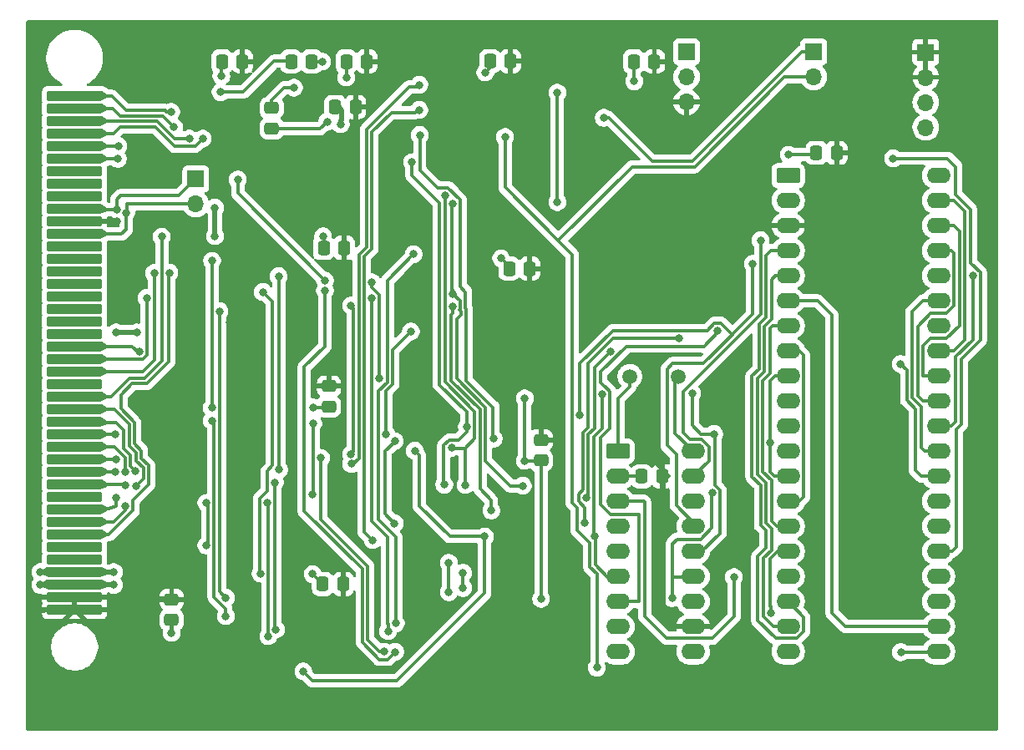
<source format=gbr>
%TF.GenerationSoftware,KiCad,Pcbnew,9.0.0*%
%TF.CreationDate,2025-05-12T21:33:30-05:00*%
%TF.ProjectId,Model I RS232,4d6f6465-6c20-4492-9052-533233322e6b,2.1*%
%TF.SameCoordinates,Original*%
%TF.FileFunction,Copper,L2,Bot*%
%TF.FilePolarity,Positive*%
%FSLAX46Y46*%
G04 Gerber Fmt 4.6, Leading zero omitted, Abs format (unit mm)*
G04 Created by KiCad (PCBNEW 9.0.0) date 2025-05-12 21:33:30*
%MOMM*%
%LPD*%
G01*
G04 APERTURE LIST*
G04 Aperture macros list*
%AMRoundRect*
0 Rectangle with rounded corners*
0 $1 Rounding radius*
0 $2 $3 $4 $5 $6 $7 $8 $9 X,Y pos of 4 corners*
0 Add a 4 corners polygon primitive as box body*
4,1,4,$2,$3,$4,$5,$6,$7,$8,$9,$2,$3,0*
0 Add four circle primitives for the rounded corners*
1,1,$1+$1,$2,$3*
1,1,$1+$1,$4,$5*
1,1,$1+$1,$6,$7*
1,1,$1+$1,$8,$9*
0 Add four rect primitives between the rounded corners*
20,1,$1+$1,$2,$3,$4,$5,0*
20,1,$1+$1,$4,$5,$6,$7,0*
20,1,$1+$1,$6,$7,$8,$9,0*
20,1,$1+$1,$8,$9,$2,$3,0*%
G04 Aperture macros list end*
%TA.AperFunction,ComponentPad*%
%ADD10RoundRect,0.250000X-0.950000X-0.550000X0.950000X-0.550000X0.950000X0.550000X-0.950000X0.550000X0*%
%TD*%
%TA.AperFunction,ComponentPad*%
%ADD11O,2.400000X1.600000*%
%TD*%
%TA.AperFunction,SMDPad,CuDef*%
%ADD12RoundRect,0.050000X-2.744000X-0.450000X2.744000X-0.450000X2.744000X0.450000X-2.744000X0.450000X0*%
%TD*%
%TA.AperFunction,ComponentPad*%
%ADD13R,1.700000X1.700000*%
%TD*%
%TA.AperFunction,ComponentPad*%
%ADD14O,1.700000X1.700000*%
%TD*%
%TA.AperFunction,ComponentPad*%
%ADD15C,1.500000*%
%TD*%
%TA.AperFunction,SMDPad,CuDef*%
%ADD16RoundRect,0.250000X0.337500X0.475000X-0.337500X0.475000X-0.337500X-0.475000X0.337500X-0.475000X0*%
%TD*%
%TA.AperFunction,SMDPad,CuDef*%
%ADD17RoundRect,0.250000X0.475000X-0.337500X0.475000X0.337500X-0.475000X0.337500X-0.475000X-0.337500X0*%
%TD*%
%TA.AperFunction,SMDPad,CuDef*%
%ADD18RoundRect,0.250000X-0.337500X-0.475000X0.337500X-0.475000X0.337500X0.475000X-0.337500X0.475000X0*%
%TD*%
%TA.AperFunction,SMDPad,CuDef*%
%ADD19RoundRect,0.250000X-0.475000X0.337500X-0.475000X-0.337500X0.475000X-0.337500X0.475000X0.337500X0*%
%TD*%
%TA.AperFunction,ViaPad*%
%ADD20C,0.800000*%
%TD*%
%TA.AperFunction,Conductor*%
%ADD21C,0.500000*%
%TD*%
%TA.AperFunction,Conductor*%
%ADD22C,0.350000*%
%TD*%
%TA.AperFunction,Conductor*%
%ADD23C,0.450000*%
%TD*%
G04 APERTURE END LIST*
D10*
%TO.P,U2,1,XTAL/EXT1*%
%TO.N,Net-(U2-XTAL{slash}EXT1)*%
X135900000Y-118350000D03*
D11*
%TO.P,U2,2,VCC*%
%TO.N,VCC*%
X135900000Y-120890000D03*
%TO.P,U2,3,RX_CLK*%
%TO.N,Net-(U1-RXCLK)*%
X135900000Y-123430000D03*
%TO.P,U2,4,RX_DIV_SEL0*%
%TO.N,D0*%
X135900000Y-125970000D03*
%TO.P,U2,5,RX_DIV_SEL1*%
%TO.N,D1*%
X135900000Y-128510000D03*
%TO.P,U2,6,RX_DIV_SEL2*%
%TO.N,D2*%
X135900000Y-131050000D03*
%TO.P,U2,7,RX_DIV_SEL3*%
%TO.N,D3*%
X135900000Y-133590000D03*
%TO.P,U2,8,RX_STROBE*%
%TO.N,Net-(U2-RX_STROBE)*%
X135900000Y-136130000D03*
%TO.P,U2,9,NC*%
%TO.N,unconnected-(U2-NC-Pad9)*%
X135900000Y-138670000D03*
%TO.P,U2,10,NC*%
%TO.N,unconnected-(U2-NC-Pad10)*%
X143520000Y-138670000D03*
%TO.P,U2,11,GND*%
%TO.N,GND*%
X143520000Y-136130000D03*
%TO.P,U2,12,TX_STROBE*%
%TO.N,Net-(U2-RX_STROBE)*%
X143520000Y-133590000D03*
%TO.P,U2,13,TX_DIV_SEL3*%
%TO.N,D7*%
X143520000Y-131050000D03*
%TO.P,U2,14,TX_DIV_SEL2*%
%TO.N,D6*%
X143520000Y-128510000D03*
%TO.P,U2,15,TX_DIV_SEL1*%
%TO.N,D5*%
X143520000Y-125970000D03*
%TO.P,U2,16,TX_DIV_SEL0*%
%TO.N,D4*%
X143520000Y-123430000D03*
%TO.P,U2,17,TX_CLK*%
%TO.N,Net-(U1-TXCLK)*%
X143520000Y-120890000D03*
%TO.P,U2,18,XTAL/EXT2*%
%TO.N,Net-(U2-XTAL{slash}EXT2)*%
X143520000Y-118350000D03*
%TD*%
D12*
%TO.P,J1,1,J1-40*%
%TO.N,DSR*%
X80819000Y-82310000D03*
%TO.P,J1,2,J1-38*%
%TO.N,RI*%
X80819000Y-83580000D03*
%TO.P,J1,3,J1-36*%
%TO.N,RTS*%
X80819000Y-84850000D03*
%TO.P,J1,4,J1-34*%
%TO.N,DTR*%
X80819000Y-86120000D03*
%TO.P,J1,5,J1-32*%
%TO.N,CTS*%
X80819000Y-87390000D03*
%TO.P,J1,6,J1-30*%
%TO.N,CD*%
X80819000Y-88660000D03*
%TO.P,J1,7,J1-28*%
%TO.N,unconnected-(J1-J1-28-Pad7)*%
X80819000Y-89930000D03*
%TO.P,J1,8,J1-26*%
%TO.N,unconnected-(J1-J1-26-Pad8)*%
X80819000Y-91200000D03*
%TO.P,J1,9,J1-24*%
%TO.N,unconnected-(J1-J1-24-Pad9)*%
X80819000Y-92470000D03*
%TO.P,J1,10,J1-22*%
%TO.N,RXD*%
X80819000Y-93740000D03*
%TO.P,J1,11,J1-20*%
%TO.N,GND*%
X80819000Y-95010000D03*
%TO.P,J1,12,J1-18*%
%TO.N,TXD*%
X80819000Y-96280000D03*
%TO.P,J1,13,J1-16*%
%TO.N,unconnected-(J1-J1-16-Pad13)*%
X80819000Y-97550000D03*
%TO.P,J1,14,J1-14*%
%TO.N,unconnected-(J1-J1-14-Pad14)*%
X80819000Y-98820000D03*
%TO.P,J1,15,J1-12*%
%TO.N,unconnected-(J1-J1-12-Pad15)*%
X80819000Y-100090000D03*
%TO.P,J1,16,J1-10*%
%TO.N,unconnected-(J1-J1-10-Pad16)*%
X80819000Y-101360000D03*
%TO.P,J1,17,NC*%
%TO.N,unconnected-(J1-NC-Pad17)*%
X80819000Y-102630000D03*
%TO.P,J1,18,NC*%
%TO.N,unconnected-(J1-NC-Pad18)*%
X80819000Y-103900000D03*
%TO.P,J1,19,NC*%
%TO.N,unconnected-(J1-NC-Pad19)*%
X80819000Y-105170000D03*
%TO.P,J1,20,NC*%
%TO.N,unconnected-(J1-NC-Pad20)*%
X80819000Y-106440000D03*
%TO.P,J1,21,~{OUT}*%
%TO.N,~{OUT}*%
X80819000Y-107710000D03*
%TO.P,J1,22,A2*%
%TO.N,A2*%
X80819000Y-108980000D03*
%TO.P,J1,23,~{IN}*%
%TO.N,~{IN}*%
X80819000Y-110250000D03*
%TO.P,J1,24,~{INT}*%
%TO.N,unconnected-(J1-~{INT}-Pad24)*%
X80819000Y-111520000D03*
%TO.P,J1,25,D1*%
%TO.N,D1*%
X80819000Y-112790000D03*
%TO.P,J1,26,D2*%
%TO.N,D2*%
X80819000Y-114060000D03*
%TO.P,J1,27,D3*%
%TO.N,D3*%
X80819000Y-115330000D03*
%TO.P,J1,28,D0*%
%TO.N,D0*%
X80819000Y-116600000D03*
%TO.P,J1,29,A0*%
%TO.N,A0*%
X80819000Y-117870000D03*
%TO.P,J1,30,A1*%
%TO.N,A1*%
X80819000Y-119140000D03*
%TO.P,J1,31,D5*%
%TO.N,D5*%
X80819000Y-120410000D03*
%TO.P,J1,32,D4*%
%TO.N,D4*%
X80819000Y-121680000D03*
%TO.P,J1,33,~{SYSRES}*%
%TO.N,unconnected-(J1-~{SYSRES}-Pad33)*%
X80819000Y-122950000D03*
%TO.P,J1,34,D7*%
%TO.N,D7*%
X80819000Y-124220000D03*
%TO.P,J1,35,D6*%
%TO.N,D6*%
X80819000Y-125490000D03*
%TO.P,J1,36,~{E8}*%
%TO.N,~{E8}*%
X80819000Y-126760000D03*
%TO.P,J1,37,NC*%
%TO.N,unconnected-(J1-NC-Pad37)*%
X80819000Y-128030000D03*
%TO.P,J1,38,NC*%
%TO.N,unconnected-(J1-NC-Pad38)*%
X80819000Y-129300000D03*
%TO.P,J1,39,VCC*%
%TO.N,VCC*%
X80819000Y-130570000D03*
%TO.P,J1,40,VCC*%
X80819000Y-131840000D03*
%TO.P,J1,41,GND*%
%TO.N,GND*%
X80819000Y-133110000D03*
%TO.P,J1,42,GND*%
X80819000Y-134380000D03*
%TD*%
D13*
%TO.P,J2,1,Pin_1*%
%TO.N,VCC*%
X142850000Y-77850000D03*
D14*
%TO.P,J2,2,Pin_2*%
%TO.N,~{SHUTDOWN}*%
X142850000Y-80390000D03*
%TO.P,J2,3,Pin_3*%
%TO.N,GND*%
X142850000Y-82930000D03*
%TD*%
D10*
%TO.P,U1,1,VCC*%
%TO.N,VCC*%
X153150000Y-90400000D03*
D11*
%TO.P,U1,2,NC*%
%TO.N,unconnected-(U1-NC-Pad2)*%
X153150000Y-92940000D03*
%TO.P,U1,3,GND*%
%TO.N,GND*%
X153150000Y-95480000D03*
%TO.P,U1,4,RXBUFDIS*%
%TO.N,Net-(U1-RXBUFDIS)*%
X153150000Y-98020000D03*
%TO.P,U1,5,RXBUF7*%
%TO.N,Net-(U1-DATA_RCVD)*%
X153150000Y-100560000D03*
%TO.P,U1,6,RXBUF6*%
%TO.N,Net-(U1-RXBUF6)*%
X153150000Y-103100000D03*
%TO.P,U1,7,RXBUF5*%
%TO.N,Net-(U1-OVERRUN)*%
X153150000Y-105640000D03*
%TO.P,U1,8,RXBUF4*%
%TO.N,Net-(U1-FRAMERR)*%
X153150000Y-108180000D03*
%TO.P,U1,9,RXBUF3*%
%TO.N,Net-(U1-PARERR)*%
X153150000Y-110720000D03*
%TO.P,U1,10,RXBUF2*%
%TO.N,Net-(U1-RXBUF2)*%
X153150000Y-113260000D03*
%TO.P,U1,11,RXBUF1*%
%TO.N,Net-(U1-RXBUF1)*%
X153150000Y-115800000D03*
%TO.P,U1,12,RXBUF0*%
%TO.N,Net-(U1-RXBUF0)*%
X153150000Y-118340000D03*
%TO.P,U1,13,PARERR*%
%TO.N,Net-(U1-PARERR)*%
X153150000Y-120880000D03*
%TO.P,U1,14,FRAMERR*%
%TO.N,Net-(U1-FRAMERR)*%
X153150000Y-123420000D03*
%TO.P,U1,15,OVERRUN*%
%TO.N,Net-(U1-OVERRUN)*%
X153150000Y-125960000D03*
%TO.P,U1,16,STATUS_DISABLE*%
%TO.N,Net-(U1-STATUS_DISABLE)*%
X153150000Y-128500000D03*
%TO.P,U1,17,RXCLK*%
%TO.N,Net-(U1-RXCLK)*%
X153150000Y-131040000D03*
%TO.P,U1,18,~{RXBUF_CLEAR}*%
%TO.N,Net-(U1-RXBUFDIS)*%
X153150000Y-133580000D03*
%TO.P,U1,19,DATA_RCVD*%
%TO.N,Net-(U1-DATA_RCVD)*%
X153150000Y-136120000D03*
%TO.P,U1,20,RX_SERIAL*%
%TO.N,RX_TTL*%
X153150000Y-138660000D03*
%TO.P,U1,21,RESET*%
%TO.N,Net-(U1-RESET)*%
X168390000Y-138660000D03*
%TO.P,U1,22,TXBUF_EMPTY*%
%TO.N,Net-(U1-RXBUF6)*%
X168390000Y-136120000D03*
%TO.P,U1,23,~{TXLOAD}*%
%TO.N,Net-(U1-~{TXLOAD})*%
X168390000Y-133580000D03*
%TO.P,U1,24,TXREG_EMPTY*%
%TO.N,unconnected-(U1-TXREG_EMPTY-Pad24)*%
X168390000Y-131040000D03*
%TO.P,U1,25,TX_SERIAL*%
%TO.N,Net-(U1-TX_SERIAL)*%
X168390000Y-128500000D03*
%TO.P,U1,26,TXBUF0*%
%TO.N,D0*%
X168390000Y-125960000D03*
%TO.P,U1,27,TXBUF1*%
%TO.N,D1*%
X168390000Y-123420000D03*
%TO.P,U1,28,TXBUF2*%
%TO.N,D2*%
X168390000Y-120880000D03*
%TO.P,U1,29,TXBUF3*%
%TO.N,D3*%
X168390000Y-118340000D03*
%TO.P,U1,30,TXBUF4*%
%TO.N,D4*%
X168390000Y-115800000D03*
%TO.P,U1,31,TXBUF5*%
%TO.N,D5*%
X168390000Y-113260000D03*
%TO.P,U1,32,TXBUF6*%
%TO.N,D6*%
X168390000Y-110720000D03*
%TO.P,U1,33,TXBUF7*%
%TO.N,D7*%
X168390000Y-108180000D03*
%TO.P,U1,34,CTRL_REG_LOAD*%
%TO.N,Net-(U1-CTRL_REG_LOAD)*%
X168390000Y-105640000D03*
%TO.P,U1,35,PARITY_INHIBIT*%
%TO.N,D3*%
X168390000Y-103100000D03*
%TO.P,U1,36,STOPBIT_SEL*%
%TO.N,D4*%
X168390000Y-100560000D03*
%TO.P,U1,37,WORDLEN1*%
%TO.N,D5*%
X168390000Y-98020000D03*
%TO.P,U1,38,WORDLEN0*%
%TO.N,D6*%
X168390000Y-95480000D03*
%TO.P,U1,39,PARITY_EVEN*%
%TO.N,D7*%
X168390000Y-92940000D03*
%TO.P,U1,40,TXCLK*%
%TO.N,Net-(U1-TXCLK)*%
X168390000Y-90400000D03*
%TD*%
D13*
%TO.P,J3,1,Pin_1*%
%TO.N,GND*%
X167100000Y-77900000D03*
D14*
%TO.P,J3,2,Pin_2*%
X167100000Y-80440000D03*
%TO.P,J3,3,Pin_3*%
%TO.N,unconnected-(J3-Pin_3-Pad3)*%
X167100000Y-82980000D03*
%TO.P,J3,4,Pin_4*%
%TO.N,VCC*%
X167100000Y-85520000D03*
%TD*%
D13*
%TO.P,J4,1,Pin_1*%
%TO.N,TX_TTL*%
X155750000Y-77850000D03*
D14*
%TO.P,J4,2,Pin_2*%
%TO.N,RX_TTL*%
X155750000Y-80390000D03*
%TD*%
D15*
%TO.P,Y1,1,1*%
%TO.N,Net-(U2-XTAL{slash}EXT2)*%
X142000000Y-110750000D03*
%TO.P,Y1,2,2*%
%TO.N,Net-(U2-XTAL{slash}EXT1)*%
X137100000Y-110750000D03*
%TD*%
D13*
%TO.P,J5,1,Pin_1*%
%TO.N,RXD*%
X93100000Y-90750000D03*
D14*
%TO.P,J5,2,Pin_2*%
%TO.N,TXD*%
X93100000Y-93290000D03*
%TD*%
D16*
%TO.P,C11,1*%
%TO.N,GND*%
X109287500Y-83450000D03*
%TO.P,C11,2*%
%TO.N,VCC*%
X107212500Y-83450000D03*
%TD*%
%TO.P,C4,1*%
%TO.N,Net-(U9-C2+)*%
X104837500Y-78850000D03*
%TO.P,C4,2*%
%TO.N,Net-(U9-C2-)*%
X102762500Y-78850000D03*
%TD*%
D17*
%TO.P,C2,1*%
%TO.N,VCC*%
X106600000Y-113825000D03*
%TO.P,C2,2*%
%TO.N,GND*%
X106600000Y-111750000D03*
%TD*%
D18*
%TO.P,C3,1*%
%TO.N,VCC*%
X122912500Y-78800000D03*
%TO.P,C3,2*%
%TO.N,GND*%
X124987500Y-78800000D03*
%TD*%
D17*
%TO.P,C6,1*%
%TO.N,VCC*%
X128100000Y-119287500D03*
%TO.P,C6,2*%
%TO.N,GND*%
X128100000Y-117212500D03*
%TD*%
D16*
%TO.P,C9,1*%
%TO.N,GND*%
X97837500Y-78850000D03*
%TO.P,C9,2*%
%TO.N,Net-(U9-V-)*%
X95762500Y-78850000D03*
%TD*%
D18*
%TO.P,C1,1*%
%TO.N,VCC*%
X156012500Y-88100000D03*
%TO.P,C1,2*%
%TO.N,GND*%
X158087500Y-88100000D03*
%TD*%
%TO.P,C13,1*%
%TO.N,VCC*%
X106062500Y-97735000D03*
%TO.P,C13,2*%
%TO.N,GND*%
X108137500Y-97735000D03*
%TD*%
%TO.P,C10,1*%
%TO.N,Net-(U9-V+)*%
X108362500Y-78850000D03*
%TO.P,C10,2*%
%TO.N,GND*%
X110437500Y-78850000D03*
%TD*%
%TO.P,C12,1*%
%TO.N,VCC*%
X105962500Y-131800000D03*
%TO.P,C12,2*%
%TO.N,GND*%
X108037500Y-131800000D03*
%TD*%
D19*
%TO.P,C8,1*%
%TO.N,Net-(U9-C1+)*%
X100800000Y-83550000D03*
%TO.P,C8,2*%
%TO.N,Net-(U9-C1-)*%
X100800000Y-85625000D03*
%TD*%
D18*
%TO.P,C14,1*%
%TO.N,VCC*%
X137512500Y-78850000D03*
%TO.P,C14,2*%
%TO.N,GND*%
X139587500Y-78850000D03*
%TD*%
%TO.P,C7,1*%
%TO.N,VCC*%
X124862500Y-99850000D03*
%TO.P,C7,2*%
%TO.N,GND*%
X126937500Y-99850000D03*
%TD*%
D17*
%TO.P,C15,1*%
%TO.N,VCC*%
X90650000Y-135437500D03*
%TO.P,C15,2*%
%TO.N,GND*%
X90650000Y-133362500D03*
%TD*%
D18*
%TO.P,C5,1*%
%TO.N,VCC*%
X138312500Y-120900000D03*
%TO.P,C5,2*%
%TO.N,GND*%
X140387500Y-120900000D03*
%TD*%
D20*
%TO.N,GND*%
X139100000Y-115274900D03*
X129450000Y-115525000D03*
X116800000Y-130663800D03*
X87100000Y-95070000D03*
X115500000Y-108750000D03*
X123950000Y-83700000D03*
X131050000Y-89600000D03*
X98350000Y-139550000D03*
X85100000Y-95070000D03*
X118950000Y-89790100D03*
X124250000Y-104850000D03*
X102800000Y-83650000D03*
X120950000Y-83800000D03*
X96650000Y-122817000D03*
X96500000Y-105300000D03*
%TO.N,VCC*%
X137550000Y-80850000D03*
X104950000Y-130800000D03*
X85000000Y-106300000D03*
X126450000Y-113000000D03*
X77350000Y-131900000D03*
X153200000Y-88300000D03*
X118750000Y-129650000D03*
X107800000Y-85200000D03*
X90650000Y-136750000D03*
X95050000Y-93650000D03*
X128100000Y-133300000D03*
X84800000Y-131900000D03*
X95050000Y-96550000D03*
X106000000Y-96550000D03*
X77350000Y-130600000D03*
X122450000Y-79950000D03*
X126448650Y-119320000D03*
X84800000Y-130600000D03*
X124050000Y-98800000D03*
X105000000Y-113900000D03*
X118750000Y-132650000D03*
X87150000Y-106300000D03*
%TO.N,Net-(U9-C2-)*%
X95600000Y-81950000D03*
%TO.N,Net-(U9-C2+)*%
X105900000Y-78850000D03*
%TO.N,Net-(U9-C1-)*%
X106425000Y-84925000D03*
%TO.N,Net-(U9-C1+)*%
X103050000Y-81500000D03*
%TO.N,Net-(U9-V-)*%
X95700000Y-80300000D03*
%TO.N,Net-(U9-V+)*%
X108350000Y-80450000D03*
%TO.N,/PULLUP*%
X113374450Y-135798600D03*
X115177240Y-98372760D03*
%TO.N,D7*%
X120200000Y-132226100D03*
X111045815Y-127349799D03*
X145450000Y-122600000D03*
X120200000Y-130663800D03*
X115750000Y-83750000D03*
X85000000Y-123100000D03*
X141368812Y-133243564D03*
%TO.N,D6*%
X145651700Y-116600900D03*
X115800000Y-86285000D03*
X143411008Y-112485008D03*
X123300000Y-117074000D03*
X85981168Y-123945064D03*
%TO.N,Net-(U1-TXCLK)*%
X150350000Y-96950000D03*
%TO.N,Net-(U1-STATUS_DISABLE)*%
X100450000Y-137100000D03*
X100325000Y-123593700D03*
X151400000Y-134750000D03*
%TO.N,D3*%
X94174000Y-123593700D03*
X94174000Y-127900800D03*
X146003109Y-106136625D03*
X86998010Y-120351990D03*
%TO.N,Net-(U1-RXBUFDIS)*%
X101225000Y-136421718D03*
X101100000Y-121500000D03*
%TO.N,Net-(U1-OVERRUN)*%
X132525000Y-125625000D03*
X142100000Y-106911624D03*
%TO.N,Net-(U1-RXCLK)*%
X147650000Y-131104100D03*
%TO.N,Net-(U1-FRAMERR)*%
X135137624Y-108237624D03*
X132675000Y-123100000D03*
%TO.N,Net-(U1-PARERR)*%
X151350000Y-117500000D03*
%TO.N,D5*%
X118289525Y-121739525D03*
X84950000Y-120400000D03*
X132051000Y-114723900D03*
X149573000Y-99350000D03*
X120583658Y-115850000D03*
X115025000Y-89050000D03*
%TO.N,Net-(U1-~{TXLOAD})*%
X105800000Y-119029400D03*
X112200000Y-138674600D03*
%TO.N,RX_TTL*%
X124450000Y-86500000D03*
X133750000Y-140283600D03*
%TO.N,D4*%
X171850000Y-100560000D03*
X118350000Y-92402700D03*
X120426000Y-121772015D03*
X85950000Y-121800000D03*
X119088269Y-117988393D03*
%TO.N,D1*%
X89650000Y-96600000D03*
X119125000Y-103665000D03*
X123051500Y-124348500D03*
%TO.N,D2*%
X87031025Y-121902990D03*
X134275000Y-112595946D03*
X114900000Y-106200000D03*
X112400000Y-116600000D03*
X164550000Y-109500000D03*
X133549000Y-127000000D03*
%TO.N,D0*%
X84950000Y-116660000D03*
X119175000Y-102395000D03*
X119125000Y-93300000D03*
X126250000Y-121850000D03*
%TO.N,Net-(U1-RXBUF2)*%
X113250000Y-125650000D03*
X113261936Y-117325000D03*
%TO.N,Net-(U1-RESET)*%
X106200000Y-102035000D03*
X164568122Y-138718121D03*
X113310708Y-138689292D03*
%TO.N,Net-(U1-TX_SERIAL)*%
X163800000Y-88650000D03*
%TO.N,Net-(U2-RX_STROBE)*%
X110952000Y-102810000D03*
X112600000Y-136573600D03*
%TO.N,A0*%
X85950003Y-120400000D03*
%TO.N,Net-(U3-Ea1)*%
X94750000Y-99050000D03*
X94725000Y-113960000D03*
%TO.N,Net-(U3-Ea2)*%
X94725000Y-115250000D03*
X96150000Y-135057300D03*
%TO.N,Net-(U3-Q0a)*%
X108860423Y-119635423D03*
X115750000Y-81200000D03*
%TO.N,Net-(U3-Q2b)*%
X108850000Y-103585000D03*
X108849549Y-118635479D03*
%TO.N,A1*%
X85000000Y-119150000D03*
%TO.N,Net-(U3-Q1b)*%
X101550000Y-120200000D03*
X101500000Y-100600000D03*
%TO.N,~{OUT}*%
X87375000Y-108265000D03*
%TO.N,Net-(U3-Q0b)*%
X104950000Y-122765200D03*
X110951000Y-101225000D03*
X105000000Y-115550000D03*
X111725000Y-111000000D03*
%TO.N,A2*%
X88125000Y-102800000D03*
%TO.N,Net-(U4-Pad6)*%
X96150000Y-133200000D03*
X95500000Y-104158600D03*
%TO.N,Net-(U4-Pad4)*%
X99900000Y-102200000D03*
X99675000Y-130750000D03*
%TO.N,Net-(U6A-~{OE})*%
X104000000Y-140662100D03*
X122400000Y-127000000D03*
X115300000Y-118300000D03*
%TO.N,Net-(U8-Q2)*%
X129750000Y-93100000D03*
X129750000Y-82000000D03*
%TO.N,Net-(U8-Q1)*%
X106200000Y-101034997D03*
X97350000Y-90800000D03*
%TO.N,RI*%
X90900000Y-85505000D03*
%TO.N,CD*%
X85200000Y-88701700D03*
%TO.N,RTS*%
X92434354Y-86655800D03*
%TO.N,CTS*%
X85250000Y-87400000D03*
%TO.N,DTR*%
X93800000Y-86656800D03*
%TO.N,DSR*%
X90609930Y-83955000D03*
%TO.N,TXD*%
X86029033Y-94220000D03*
%TO.N,TX_TTL*%
X134450000Y-84550000D03*
%TO.N,RXD*%
X85100000Y-93850000D03*
%TO.N,~{IN}*%
X88875000Y-100300000D03*
%TO.N,~{E8}*%
X90425000Y-100250000D03*
%TD*%
D21*
%TO.N,GND*%
X84750000Y-134400000D02*
X84710000Y-134440000D01*
D22*
X118950000Y-86671800D02*
X118950000Y-89790100D01*
D21*
X84710000Y-134440000D02*
X82908000Y-134440000D01*
X80819000Y-134380000D02*
X80919000Y-134380000D01*
X90562500Y-133275000D02*
X90650000Y-133362500D01*
D22*
X102800000Y-83650000D02*
X103192226Y-83257774D01*
X141460000Y-136160000D02*
X143490000Y-136160000D01*
D21*
X80979000Y-133170000D02*
X87520000Y-133170000D01*
X80819000Y-133110000D02*
X80759000Y-133170000D01*
D22*
X130693800Y-87492000D02*
X130693800Y-87514600D01*
D21*
X84730000Y-133170000D02*
X80979000Y-133170000D01*
X80759000Y-134440000D02*
X77250000Y-134400000D01*
X80979000Y-95070000D02*
X80919000Y-95010000D01*
X80979000Y-133170000D02*
X80919000Y-133110000D01*
X80819000Y-134380000D02*
X80759000Y-134440000D01*
D22*
X140552000Y-121385500D02*
X140552000Y-135252000D01*
D21*
X80979000Y-134440000D02*
X86460000Y-134440000D01*
D22*
X119350000Y-85400000D02*
X119350000Y-86271800D01*
D21*
X86460000Y-134440000D02*
X87625000Y-133275000D01*
X85100000Y-95070000D02*
X80979000Y-95070000D01*
X80819000Y-133110000D02*
X80819000Y-134380000D01*
X77250000Y-134400000D02*
X77700000Y-134500000D01*
X87520000Y-133170000D02*
X87625000Y-133275000D01*
D22*
X141037500Y-120900000D02*
X140552000Y-121385500D01*
D21*
X80919000Y-133110000D02*
X80819000Y-133110000D01*
X80919000Y-134380000D02*
X80979000Y-134440000D01*
X77720000Y-133170000D02*
X77150000Y-133150000D01*
D22*
X139100000Y-118962500D02*
X141037500Y-120900000D01*
X140552000Y-135252000D02*
X141460000Y-136160000D01*
D21*
X80919000Y-95010000D02*
X80819000Y-95010000D01*
D22*
X120950000Y-83800000D02*
X119350000Y-85400000D01*
D21*
X87625000Y-133275000D02*
X90562500Y-133275000D01*
X84750000Y-133150000D02*
X84730000Y-133170000D01*
D22*
X140387500Y-120900000D02*
X141037500Y-120900000D01*
X139100000Y-115274900D02*
X139100000Y-118962500D01*
X119350000Y-86271800D02*
X118950000Y-86671800D01*
D21*
X80759000Y-133170000D02*
X77720000Y-133170000D01*
%TO.N,VCC*%
X77780000Y-130630000D02*
X80759000Y-130630000D01*
D22*
X153200000Y-88300000D02*
X156137500Y-88300000D01*
D21*
X80819000Y-130570000D02*
X80919000Y-130570000D01*
X80819000Y-131840000D02*
X80919000Y-131840000D01*
D22*
X106000000Y-96550000D02*
X106062500Y-96612500D01*
D21*
X77350000Y-131900000D02*
X80759000Y-131900000D01*
X77350000Y-130600000D02*
X77780000Y-130630000D01*
D22*
X126450000Y-116768530D02*
X126448650Y-116769880D01*
D21*
X107912500Y-84737500D02*
X107912500Y-83750000D01*
D22*
X105000000Y-113900000D02*
X106012500Y-113900000D01*
X126450000Y-113000000D02*
X126450000Y-116768530D01*
D21*
X80919000Y-131840000D02*
X80979000Y-131900000D01*
D22*
X137512500Y-80812500D02*
X137512500Y-78850000D01*
D21*
X107912500Y-83750000D02*
X107612500Y-83450000D01*
D22*
X122450000Y-79950000D02*
X122912500Y-79487500D01*
X126448650Y-116769880D02*
X126448650Y-119320000D01*
D21*
X80919000Y-130570000D02*
X80979000Y-130630000D01*
X84770000Y-130630000D02*
X84800000Y-130600000D01*
X80759000Y-130630000D02*
X80819000Y-130570000D01*
X80759000Y-131900000D02*
X80819000Y-131840000D01*
D22*
X106062500Y-96612500D02*
X106062500Y-97735000D01*
X124050000Y-98800000D02*
X124862500Y-99612500D01*
D21*
X80979000Y-130630000D02*
X84770000Y-130630000D01*
D22*
X122912500Y-79487500D02*
X122912500Y-78800000D01*
X118750000Y-129650000D02*
X118750000Y-132650000D01*
X128070000Y-119320000D02*
X126448650Y-119320000D01*
X138302500Y-120890000D02*
X135900000Y-120890000D01*
D21*
X107800000Y-85200000D02*
X107800000Y-84850000D01*
D23*
X90650000Y-136750000D02*
X90650000Y-135437500D01*
D22*
X104950000Y-130800000D02*
X105950000Y-131800000D01*
X137550000Y-80850000D02*
X137512500Y-80812500D01*
D21*
X107800000Y-84850000D02*
X107912500Y-84737500D01*
X85000000Y-106300000D02*
X87150000Y-106300000D01*
D22*
X126448650Y-119320000D02*
X127814216Y-119320000D01*
D21*
X107612500Y-83450000D02*
X107212500Y-83450000D01*
X80979000Y-131900000D02*
X84800000Y-131900000D01*
X95050000Y-96550000D02*
X95050000Y-93650000D01*
D22*
X128100000Y-133300000D02*
X128100000Y-119350000D01*
X128100000Y-119350000D02*
X128070000Y-119320000D01*
%TO.N,Net-(U9-C2-)*%
X95600000Y-81950000D02*
X97900000Y-81950000D01*
X101045000Y-78805000D02*
X102717500Y-78805000D01*
X97900000Y-81950000D02*
X101045000Y-78805000D01*
X102717500Y-78805000D02*
X102762500Y-78850000D01*
%TO.N,Net-(U9-C2+)*%
X105900000Y-78850000D02*
X104837500Y-78850000D01*
%TO.N,Net-(U9-C1-)*%
X105712500Y-85637500D02*
X100750000Y-85637500D01*
X106425000Y-84925000D02*
X105712500Y-85637500D01*
%TO.N,Net-(U9-C1+)*%
X103050000Y-81500000D02*
X102050000Y-81500000D01*
X102050000Y-81500000D02*
X100750000Y-82800000D01*
X100750000Y-82800000D02*
X100750000Y-83562500D01*
%TO.N,Net-(U9-V-)*%
X95700000Y-80300000D02*
X95700000Y-78912500D01*
X95700000Y-78912500D02*
X95762500Y-78850000D01*
%TO.N,Net-(U9-V+)*%
X108350000Y-78862500D02*
X108362500Y-78850000D01*
X108350000Y-80450000D02*
X108350000Y-78862500D01*
%TO.N,/PULLUP*%
X113346815Y-135770965D02*
X113346815Y-127024137D01*
X113374450Y-135798600D02*
X113346815Y-135770965D01*
X113346815Y-127024137D02*
X111600000Y-125277322D01*
X112500000Y-101050000D02*
X115177240Y-98372760D01*
X112500000Y-111350000D02*
X112500000Y-101050000D01*
X111600000Y-125277322D02*
X111600000Y-112250000D01*
X111600000Y-112250000D02*
X112500000Y-111350000D01*
%TO.N,Net-(U1-DATA_RCVD)*%
X151672570Y-136120000D02*
X150624000Y-135071430D01*
X151840000Y-100560000D02*
X153150000Y-100560000D01*
X150749000Y-110242536D02*
X150749000Y-105671768D01*
X150023000Y-120681464D02*
X150023000Y-110968536D01*
X150624000Y-129196768D02*
X151450000Y-128370768D01*
X150749000Y-105671768D02*
X151450000Y-104970768D01*
X153150000Y-136120000D02*
X151672570Y-136120000D01*
X151450000Y-126179232D02*
X150899000Y-125628232D01*
X150899000Y-125628232D02*
X150899000Y-121557464D01*
X150899000Y-121557464D02*
X150023000Y-120681464D01*
X150624000Y-135071430D02*
X150624000Y-129196768D01*
X151450000Y-104970768D02*
X151450000Y-100950000D01*
X151450000Y-100950000D02*
X151840000Y-100560000D01*
X151450000Y-128370768D02*
X151450000Y-126179232D01*
X150023000Y-110968536D02*
X150749000Y-110242536D01*
%TO.N,D7*%
X141400000Y-131010000D02*
X141470000Y-131080000D01*
X145400000Y-122650000D02*
X145400000Y-126153115D01*
X110950000Y-85979232D02*
X112929232Y-84000000D01*
X168390000Y-108180000D02*
X169966700Y-108180000D01*
X80869000Y-124270000D02*
X81209000Y-124270000D01*
X80869000Y-124270000D02*
X80819000Y-124220000D01*
X168823600Y-92940000D02*
X169966700Y-92940000D01*
X112929232Y-84000000D02*
X115350000Y-84000000D01*
X80819000Y-124220000D02*
X81189000Y-124270000D01*
X84300000Y-124200000D02*
X80819000Y-124220000D01*
X110176000Y-126526000D02*
X110176000Y-98638570D01*
X141368812Y-131181188D02*
X141470000Y-131080000D01*
X169966700Y-92940000D02*
X171070100Y-94043400D01*
X115350000Y-84000000D02*
X115600000Y-83750000D01*
X110176000Y-98638570D02*
X110950000Y-97864570D01*
X110950000Y-97864570D02*
X110950000Y-85979232D01*
X141400000Y-127750000D02*
X141400000Y-131010000D01*
X141880000Y-127270000D02*
X141400000Y-127750000D01*
X85000000Y-123900000D02*
X84300000Y-124200000D01*
X145400000Y-126153115D02*
X144283115Y-127270000D01*
X171070100Y-94043400D02*
X171070100Y-107076600D01*
X141368812Y-133243564D02*
X141368812Y-131181188D01*
X115600000Y-83750000D02*
X115750000Y-83750000D01*
X85000000Y-123100000D02*
X85000000Y-123900000D01*
X171070100Y-107076600D02*
X169966700Y-108180000D01*
X110999799Y-127349799D02*
X110176000Y-126526000D01*
X120200000Y-130663800D02*
X120200000Y-132226100D01*
X144283115Y-127270000D02*
X141880000Y-127270000D01*
X143490000Y-131080000D02*
X141470000Y-131080000D01*
X81209000Y-124270000D02*
X81379000Y-124100000D01*
X111045815Y-127349799D02*
X110999799Y-127349799D01*
X81189000Y-124270000D02*
X80869000Y-124270000D01*
X145450000Y-122600000D02*
X145400000Y-122650000D01*
%TO.N,D6*%
X117576700Y-91626700D02*
X115800000Y-89850000D01*
X170518400Y-96031700D02*
X169966700Y-95480000D01*
X167557600Y-106910000D02*
X169215600Y-106910000D01*
X170518400Y-105607200D02*
X170518400Y-96031700D01*
X166813300Y-107654300D02*
X167557600Y-106910000D01*
X84750000Y-125550000D02*
X80979000Y-125550000D01*
X119901000Y-92856270D02*
X118671430Y-91626700D01*
X120525000Y-103945768D02*
X120452000Y-103872768D01*
X120525000Y-111170574D02*
X120525000Y-103945768D01*
X120452000Y-102204570D02*
X119901000Y-101653570D01*
X120452000Y-103872768D02*
X120452000Y-102204570D01*
X166813300Y-110720000D02*
X166813300Y-107654300D01*
X115800000Y-89850000D02*
X115800000Y-86285000D01*
X80919000Y-125490000D02*
X80819000Y-125490000D01*
X118671430Y-91626700D02*
X117576700Y-91626700D01*
X123235658Y-113881232D02*
X120525000Y-111170574D01*
X146226000Y-126674000D02*
X144390000Y-128510000D01*
X119901000Y-101653570D02*
X119901000Y-92856270D01*
X80979000Y-125550000D02*
X80919000Y-125490000D01*
X145750000Y-121802570D02*
X146226000Y-122278570D01*
X169215600Y-106910000D02*
X170518400Y-105607200D01*
X145750000Y-116699200D02*
X145750000Y-121802570D01*
X123235658Y-117009658D02*
X123235658Y-113881232D01*
X145651700Y-116600900D02*
X144300900Y-116600900D01*
X144300900Y-116600900D02*
X143411008Y-115711008D01*
X85981168Y-124318832D02*
X84750000Y-125550000D01*
X85981168Y-123945064D02*
X85981168Y-124318832D01*
X168390000Y-95480000D02*
X169966700Y-95480000D01*
X146226000Y-122278570D02*
X146226000Y-126674000D01*
X168390000Y-110720000D02*
X166813300Y-110720000D01*
X143411008Y-115711008D02*
X143411008Y-112485008D01*
X123300000Y-117074000D02*
X123235658Y-117009658D01*
X145651700Y-116600900D02*
X145750000Y-116699200D01*
%TO.N,Net-(U1-TXCLK)*%
X150350000Y-96950000D02*
X150348000Y-96952000D01*
X145096000Y-119314000D02*
X143520000Y-120890000D01*
X144407115Y-117174000D02*
X145096000Y-117862885D01*
X150348000Y-104452000D02*
X142501000Y-112299000D01*
X142501000Y-116501000D02*
X143174000Y-117174000D01*
X142501000Y-112299000D02*
X142501000Y-116501000D01*
X145096000Y-117862885D02*
X145096000Y-119314000D01*
X150348000Y-96952000D02*
X150348000Y-104452000D01*
X143174000Y-117174000D02*
X144407115Y-117174000D01*
%TO.N,Net-(U1-STATUS_DISABLE)*%
X100450000Y-123718700D02*
X100450000Y-137100000D01*
X100325000Y-123593700D02*
X100450000Y-123718700D01*
X151350000Y-134050000D02*
X151350000Y-129250000D01*
X152100000Y-128500000D02*
X153150000Y-128500000D01*
X151400000Y-134100000D02*
X151350000Y-134050000D01*
X151350000Y-129250000D02*
X152100000Y-128500000D01*
X151400000Y-134750000D02*
X151400000Y-134100000D01*
%TO.N,D3*%
X135051000Y-112274516D02*
X135051000Y-116057986D01*
X138050000Y-124730000D02*
X138050000Y-133590000D01*
X86998010Y-120351990D02*
X86501000Y-119854980D01*
X94174000Y-127900800D02*
X94350000Y-127724800D01*
X94350000Y-127724800D02*
X94350000Y-123769700D01*
X134150000Y-123750000D02*
X135130000Y-124730000D01*
X86501000Y-118751000D02*
X85800000Y-118050000D01*
X146003109Y-106296891D02*
X144600000Y-107700000D01*
X144600000Y-107700000D02*
X136772678Y-107700000D01*
X168390000Y-118340000D02*
X166940000Y-118340000D01*
X85800000Y-116250000D02*
X84995000Y-115445000D01*
X166813300Y-103100000D02*
X168390000Y-103100000D01*
X85800000Y-118050000D02*
X85800000Y-116250000D01*
X134150000Y-116958986D02*
X134150000Y-123750000D01*
X138050000Y-133590000D02*
X135900000Y-133590000D01*
X166600000Y-113825932D02*
X165710600Y-112936532D01*
X134150000Y-111400000D02*
X134569946Y-111819946D01*
X146003109Y-106136625D02*
X146003109Y-106296891D01*
X135130000Y-124730000D02*
X138050000Y-124730000D01*
X135051000Y-116057986D02*
X134150000Y-116958986D01*
X134569946Y-111819946D02*
X134596430Y-111819946D01*
X94350000Y-123769700D02*
X94174000Y-123593700D01*
X165710600Y-104202700D02*
X166813300Y-103100000D01*
X166600000Y-118000000D02*
X166600000Y-113825932D01*
X166940000Y-118340000D02*
X166600000Y-118000000D01*
X134596430Y-111819946D02*
X135051000Y-112274516D01*
X84995000Y-115445000D02*
X81635000Y-115445000D01*
X86501000Y-119854980D02*
X86501000Y-118751000D01*
X165710600Y-112936532D02*
X165710600Y-104202700D01*
X134150000Y-110322678D02*
X134150000Y-111400000D01*
X136772678Y-107700000D02*
X134150000Y-110322678D01*
%TO.N,Net-(U1-RXBUFDIS)*%
X154726700Y-135156700D02*
X154726700Y-136606415D01*
X151430000Y-98020000D02*
X153150000Y-98020000D01*
X150899000Y-104742536D02*
X150899000Y-98551000D01*
X150073000Y-135502232D02*
X150073000Y-128968536D01*
X153150000Y-133580000D02*
X154726700Y-135156700D01*
X150348000Y-121785696D02*
X149472000Y-120909696D01*
X154726700Y-136606415D02*
X154037115Y-137296000D01*
X150073000Y-128968536D02*
X150899000Y-128142536D01*
X150198000Y-105443536D02*
X150899000Y-104742536D01*
X101100000Y-136296718D02*
X101100000Y-121500000D01*
X151866768Y-137296000D02*
X150073000Y-135502232D01*
X150198000Y-110014304D02*
X150198000Y-105443536D01*
X149472000Y-110740304D02*
X150198000Y-110014304D01*
X149472000Y-120909696D02*
X149472000Y-110740304D01*
X101225000Y-136421718D02*
X101100000Y-136296718D01*
X150899000Y-128142536D02*
X150899000Y-126407464D01*
X150899000Y-126407464D02*
X150348000Y-125856464D01*
X150899000Y-98551000D02*
X151430000Y-98020000D01*
X150348000Y-125856464D02*
X150348000Y-121785696D01*
X154037115Y-137296000D02*
X151866768Y-137296000D01*
%TO.N,Net-(U1-OVERRUN)*%
X132525000Y-124047430D02*
X131899000Y-123421430D01*
X151560000Y-105640000D02*
X153150000Y-105640000D01*
X150574000Y-111196768D02*
X151300000Y-110470768D01*
X150574000Y-120453232D02*
X150574000Y-111196768D01*
X142088376Y-106900000D02*
X142100000Y-106911624D01*
X132348000Y-116423290D02*
X132826000Y-115945290D01*
X132826000Y-115945290D02*
X132826000Y-109453232D01*
X132525000Y-125625000D02*
X132525000Y-124047430D01*
X131899000Y-122701000D02*
X132348000Y-122252000D01*
X132348000Y-122252000D02*
X132348000Y-116423290D01*
X151300000Y-105900000D02*
X151560000Y-105640000D01*
X153150000Y-125960000D02*
X152010000Y-125960000D01*
X152010000Y-125960000D02*
X151450000Y-125400000D01*
X131899000Y-123421430D02*
X131899000Y-122701000D01*
X151450000Y-121329232D02*
X150574000Y-120453232D01*
X151450000Y-125400000D02*
X151450000Y-121329232D01*
X135379232Y-106900000D02*
X142088376Y-106900000D01*
X151300000Y-110470768D02*
X151300000Y-105900000D01*
X132826000Y-109453232D02*
X135379232Y-106900000D01*
%TO.N,Net-(U1-RXCLK)*%
X145494000Y-137306000D02*
X140806000Y-137306000D01*
X138601000Y-135101000D02*
X138601000Y-123501000D01*
X137580000Y-123400000D02*
X137550000Y-123430000D01*
X147700000Y-135100000D02*
X145494000Y-137306000D01*
X140806000Y-137306000D02*
X138601000Y-135101000D01*
X138500000Y-123400000D02*
X137580000Y-123400000D01*
X137550000Y-123430000D02*
X135900000Y-123430000D01*
X147650000Y-131104100D02*
X147700000Y-131154100D01*
X147700000Y-131154100D02*
X147700000Y-135100000D01*
X138601000Y-123501000D02*
X138500000Y-123400000D01*
%TO.N,Net-(U1-FRAMERR)*%
X153150000Y-108180000D02*
X154280000Y-108180000D01*
X154280000Y-108180000D02*
X154726700Y-108626700D01*
X132899000Y-116651522D02*
X133500000Y-116050522D01*
X133500000Y-116050522D02*
X133500000Y-109875248D01*
X132675000Y-123100000D02*
X132899000Y-122876000D01*
X132899000Y-122876000D02*
X132899000Y-116651522D01*
X154726700Y-122973300D02*
X154280000Y-123420000D01*
X154726700Y-108626700D02*
X154726700Y-122973300D01*
X154280000Y-123420000D02*
X153150000Y-123420000D01*
X133500000Y-109875248D02*
X135137624Y-108237624D01*
%TO.N,Net-(U1-PARERR)*%
X151780000Y-120880000D02*
X153150000Y-120880000D01*
X151830000Y-110720000D02*
X153150000Y-110720000D01*
X151350000Y-111200000D02*
X151830000Y-110720000D01*
X151350000Y-117500000D02*
X151350000Y-111200000D01*
X151350000Y-120450000D02*
X151780000Y-120880000D01*
X151350000Y-117500000D02*
X151350000Y-120450000D01*
%TO.N,D5*%
X117799000Y-111599000D02*
X117799000Y-93199000D01*
X120583658Y-115850000D02*
X120600000Y-115866342D01*
X84950000Y-120400000D02*
X83695000Y-120410000D01*
X166261600Y-112708300D02*
X166813300Y-113260000D01*
X120583658Y-114665773D02*
X120582658Y-114664773D01*
X145681679Y-105360625D02*
X146323125Y-105360625D01*
X118250000Y-117729232D02*
X118250000Y-121700000D01*
X169720000Y-98020000D02*
X169966700Y-98266700D01*
X120582658Y-114664773D02*
X120582658Y-114382658D01*
X169966700Y-103624200D02*
X169220900Y-104370000D01*
X146323125Y-105360625D02*
X147491634Y-106529134D01*
X141800000Y-123850000D02*
X143520000Y-125570000D01*
X120600000Y-115866342D02*
X120600000Y-116350000D01*
X118250000Y-121700000D02*
X118289525Y-121739525D01*
X140874000Y-117774000D02*
X141800000Y-118700000D01*
X140874000Y-110026000D02*
X140874000Y-117774000D01*
X168390000Y-98020000D02*
X169720000Y-98020000D01*
X147491634Y-106529134D02*
X144570768Y-109450000D01*
X120583658Y-115850000D02*
X120583658Y-114665773D01*
X166261600Y-105674000D02*
X166261600Y-112708300D01*
X83695000Y-120410000D02*
X80819000Y-120410000D01*
X117799000Y-93199000D02*
X115025000Y-90425000D01*
X149573000Y-104447768D02*
X146435384Y-107585384D01*
X144570768Y-109450000D02*
X141450000Y-109450000D01*
X132050000Y-109450000D02*
X135400000Y-106100000D01*
X169220900Y-104370000D02*
X167565600Y-104370000D01*
X84950000Y-120400000D02*
X84880000Y-120470000D01*
X120600000Y-116350000D02*
X119737607Y-117212393D01*
X118766839Y-117212393D02*
X118250000Y-117729232D01*
X169966700Y-98266700D02*
X169966700Y-103624200D01*
X167565600Y-104370000D02*
X166261600Y-105674000D01*
X115025000Y-90425000D02*
X115025000Y-89050000D01*
X120582658Y-114382658D02*
X117799000Y-111599000D01*
X141800000Y-118700000D02*
X141800000Y-123850000D01*
X149573000Y-99350000D02*
X149573000Y-104447768D01*
X132050000Y-114722900D02*
X132050000Y-109450000D01*
X119737607Y-117212393D02*
X118766839Y-117212393D01*
X132051000Y-114723900D02*
X132050000Y-114722900D01*
X135400000Y-106100000D02*
X144942304Y-106100000D01*
X166813300Y-113260000D02*
X168390000Y-113260000D01*
X141450000Y-109450000D02*
X140874000Y-110026000D01*
X144942304Y-106100000D02*
X145681679Y-105360625D01*
%TO.N,Net-(U1-RXBUF6)*%
X157600000Y-134750000D02*
X157600000Y-104550000D01*
X158970000Y-136120000D02*
X157600000Y-134750000D01*
X156150000Y-103100000D02*
X153150000Y-103100000D01*
X157600000Y-104550000D02*
X156150000Y-103100000D01*
X168390000Y-136120000D02*
X158970000Y-136120000D01*
%TO.N,Net-(U1-~{TXLOAD})*%
X110538200Y-130010500D02*
X105800000Y-125272300D01*
X105800000Y-125272300D02*
X105800000Y-119029400D01*
X110538200Y-137487400D02*
X110538200Y-130010500D01*
X111725400Y-138674600D02*
X110538200Y-137487400D01*
X112200000Y-138674600D02*
X111725400Y-138674600D01*
%TO.N,RX_TTL*%
X133750000Y-140283600D02*
X133750000Y-130779232D01*
X131250000Y-98400000D02*
X129850000Y-97000000D01*
X124450000Y-91600000D02*
X129850000Y-97000000D01*
X133750000Y-130779232D02*
X133049000Y-130078232D01*
X152789232Y-80390000D02*
X143668232Y-89511000D01*
X131749000Y-124050662D02*
X131250000Y-123551662D01*
X133049000Y-130078232D02*
X133049000Y-127649000D01*
X133049000Y-127649000D02*
X131749000Y-126349000D01*
X143668232Y-89511000D02*
X137339000Y-89511000D01*
X131749000Y-126349000D02*
X131749000Y-124050662D01*
X131250000Y-123551662D02*
X131250000Y-98400000D01*
X137339000Y-89511000D02*
X129850000Y-97000000D01*
X124450000Y-86500000D02*
X124450000Y-91600000D01*
X155750000Y-80390000D02*
X152789232Y-80390000D01*
%TO.N,D4*%
X171850000Y-100560000D02*
X171850000Y-107075932D01*
X85950000Y-121800000D02*
X85900000Y-121750000D01*
X171850000Y-107075932D02*
X170150000Y-108775932D01*
X118350000Y-111333270D02*
X118350000Y-92402700D01*
X120400124Y-118050124D02*
X120426000Y-118076000D01*
X121358658Y-114341928D02*
X118350000Y-111333270D01*
X120426000Y-118076000D02*
X120426000Y-121772015D01*
X170150000Y-108775932D02*
X170150000Y-115370768D01*
X121358658Y-117091342D02*
X121358658Y-114341928D01*
X82161000Y-121750000D02*
X81875500Y-122035500D01*
X85900000Y-121750000D02*
X82161000Y-121750000D01*
X120399876Y-118050124D02*
X121358658Y-117091342D01*
X169720768Y-115800000D02*
X168390000Y-115800000D01*
X170150000Y-115370768D02*
X169720768Y-115800000D01*
X119088269Y-117988393D02*
X119150000Y-118050124D01*
X119150000Y-118050124D02*
X120400124Y-118050124D01*
X119150000Y-118050124D02*
X120399876Y-118050124D01*
%TO.N,D1*%
X119000000Y-104500000D02*
X119125000Y-104375000D01*
X80919000Y-112790000D02*
X80819000Y-112790000D01*
X121909658Y-122159658D02*
X121909658Y-114113696D01*
X119000000Y-111204038D02*
X119000000Y-104500000D01*
X119125000Y-104375000D02*
X119125000Y-103665000D01*
X123051500Y-124348500D02*
X123051500Y-123301500D01*
X121909658Y-114113696D02*
X119000000Y-111204038D01*
X86400000Y-110950000D02*
X84500000Y-112850000D01*
X89650000Y-96600000D02*
X89650000Y-109200000D01*
X84500000Y-112850000D02*
X80979000Y-112850000D01*
X80979000Y-112850000D02*
X80919000Y-112790000D01*
X89650000Y-109200000D02*
X87900000Y-110950000D01*
X87900000Y-110950000D02*
X86400000Y-110950000D01*
X123051500Y-123301500D02*
X121909658Y-122159658D01*
%TO.N,D2*%
X80919000Y-114060000D02*
X80819000Y-114060000D01*
X165159600Y-113164764D02*
X166049000Y-114054164D01*
X113051000Y-111578232D02*
X113051000Y-108099000D01*
X164550000Y-109500000D02*
X165159600Y-110109600D01*
X112400000Y-112229232D02*
X113051000Y-111578232D01*
X87774010Y-120030560D02*
X87052000Y-119308550D01*
X166680000Y-120880000D02*
X168390000Y-120880000D01*
X165159600Y-110109600D02*
X165159600Y-113164764D01*
X133600000Y-129850000D02*
X134830000Y-131080000D01*
X133549000Y-127000000D02*
X133600000Y-127051000D01*
X80979000Y-114120000D02*
X80919000Y-114060000D01*
X84820000Y-114120000D02*
X80979000Y-114120000D01*
X113051000Y-108099000D02*
X114900000Y-106250000D01*
X133600000Y-127051000D02*
X133600000Y-129850000D01*
X166049000Y-114054164D02*
X166049000Y-120249000D01*
X112400000Y-116600000D02*
X112400000Y-112229232D01*
X166049000Y-120249000D02*
X166680000Y-120880000D01*
X87031025Y-121902990D02*
X87774010Y-121160005D01*
X87052000Y-118522768D02*
X86351000Y-117821768D01*
X133450000Y-126901000D02*
X133549000Y-127000000D01*
X87774010Y-121160005D02*
X87774010Y-120030560D01*
X133450000Y-116879754D02*
X133450000Y-126901000D01*
X114900000Y-106250000D02*
X114900000Y-106200000D01*
X134275000Y-116054754D02*
X133450000Y-116879754D01*
X134830000Y-131080000D02*
X135870000Y-131080000D01*
X86351000Y-115651000D02*
X84820000Y-114120000D01*
X134275000Y-112595946D02*
X134275000Y-116054754D01*
X86351000Y-117821768D02*
X86351000Y-115651000D01*
X87052000Y-119308550D02*
X87052000Y-118522768D01*
%TO.N,D0*%
X122460658Y-113885464D02*
X119551000Y-110975806D01*
X126250000Y-121850000D02*
X125000000Y-121850000D01*
X125000000Y-121850000D02*
X122460658Y-119310658D01*
X119551000Y-104949000D02*
X119974000Y-104526000D01*
X119100000Y-101950000D02*
X119100000Y-93325000D01*
X119843715Y-104043715D02*
X119901000Y-103986430D01*
X80919000Y-116600000D02*
X80819000Y-116600000D01*
X122460658Y-119310658D02*
X122460658Y-113885464D01*
X119974000Y-104174000D02*
X119843715Y-104043715D01*
X119901000Y-103121000D02*
X119175000Y-102395000D01*
X119551000Y-110975806D02*
X119551000Y-104949000D01*
X84950000Y-116660000D02*
X80979000Y-116660000D01*
X119974000Y-104526000D02*
X119974000Y-104174000D01*
X119175000Y-102395000D02*
X119175000Y-102025000D01*
X80979000Y-116660000D02*
X80919000Y-116600000D01*
X119175000Y-102025000D02*
X119100000Y-101950000D01*
X119901000Y-103986430D02*
X119901000Y-103121000D01*
X119100000Y-93325000D02*
X119125000Y-93300000D01*
%TO.N,Net-(U1-RXBUF2)*%
X112300000Y-124700000D02*
X112300000Y-118338442D01*
X112300000Y-118338442D02*
X113261936Y-117376506D01*
X113261936Y-117376506D02*
X113261936Y-117325000D01*
X113250000Y-125650000D02*
X112300000Y-124700000D01*
%TO.N,Net-(U1-RESET)*%
X104100000Y-124400000D02*
X104100000Y-109800000D01*
X109987200Y-137715632D02*
X109987200Y-130287200D01*
X111722168Y-139450600D02*
X109987200Y-137715632D01*
X112549400Y-139450600D02*
X111722168Y-139450600D01*
X104100000Y-109800000D02*
X106200000Y-107700000D01*
X106200000Y-107700000D02*
X106200000Y-102035000D01*
X109987200Y-130287200D02*
X104100000Y-124400000D01*
X164568122Y-138718121D02*
X164600001Y-138750000D01*
X113310708Y-138689292D02*
X112549400Y-139450600D01*
X164600001Y-138750000D02*
X168300000Y-138750000D01*
%TO.N,Net-(U1-TX_SERIAL)*%
X170150000Y-89500400D02*
X170150000Y-92344068D01*
X171621100Y-93815168D02*
X171621100Y-99233670D01*
X169299600Y-88650000D02*
X170150000Y-89500400D01*
X170701000Y-115599000D02*
X170200000Y-116100000D01*
X172626000Y-100238570D02*
X172626000Y-107079164D01*
X170200000Y-128050000D02*
X169750000Y-128500000D01*
X172626000Y-107079164D02*
X170701000Y-109004164D01*
X169750000Y-128500000D02*
X169350000Y-128500000D01*
X171621100Y-99233670D02*
X172626000Y-100238570D01*
X170150000Y-92344068D02*
X171621100Y-93815168D01*
X170701000Y-109004164D02*
X170701000Y-115599000D01*
X170200000Y-116100000D02*
X170200000Y-128050000D01*
X163800000Y-88650000D02*
X169299600Y-88650000D01*
%TO.N,Net-(U2-XTAL{slash}EXT1)*%
X135900000Y-118350000D02*
X135900000Y-113000000D01*
X135900000Y-113000000D02*
X137100000Y-111800000D01*
X137100000Y-111800000D02*
X137100000Y-110750000D01*
%TO.N,Net-(U2-RX_STROBE)*%
X112571815Y-127028369D02*
X110950000Y-125406554D01*
X112600000Y-135873600D02*
X112571815Y-135845415D01*
X110950000Y-125406554D02*
X110950000Y-102812000D01*
X110950000Y-102812000D02*
X110952000Y-102810000D01*
X112600000Y-136573600D02*
X112600000Y-135873600D01*
X112571815Y-135845415D02*
X112571815Y-127028369D01*
%TO.N,Net-(U2-XTAL{slash}EXT2)*%
X141700000Y-116530000D02*
X141700000Y-111050000D01*
X143520000Y-118350000D02*
X141700000Y-116530000D01*
%TO.N,A0*%
X80919000Y-117870000D02*
X80819000Y-117870000D01*
X85950000Y-120399997D02*
X85950000Y-119002570D01*
X84877430Y-117930000D02*
X80979000Y-117930000D01*
X85950003Y-120400000D02*
X85950000Y-120399997D01*
X85950000Y-119002570D02*
X84877430Y-117930000D01*
X80979000Y-117930000D02*
X80919000Y-117870000D01*
%TO.N,Net-(U3-Ea1)*%
X94750000Y-100000000D02*
X94725000Y-100025000D01*
X94725000Y-100025000D02*
X94725000Y-113960000D01*
X94750000Y-99050000D02*
X94750000Y-100000000D01*
%TO.N,Net-(U3-Ea2)*%
X94950000Y-120398000D02*
X94949000Y-120399000D01*
X96150000Y-134300000D02*
X96150000Y-135057300D01*
X94949000Y-133099000D02*
X96150000Y-134300000D01*
X94949000Y-120399000D02*
X94949000Y-133099000D01*
X94950000Y-115475000D02*
X94950000Y-120398000D01*
X94725000Y-115250000D02*
X94950000Y-115475000D01*
%TO.N,Net-(U3-Q0a)*%
X109625000Y-119075000D02*
X109625000Y-98410338D01*
X114700000Y-81450000D02*
X115500000Y-81450000D01*
X110399000Y-97636338D02*
X110399000Y-85751000D01*
X109625000Y-98410338D02*
X110399000Y-97636338D01*
X109064577Y-119635423D02*
X109625000Y-119075000D01*
X115500000Y-81450000D02*
X115750000Y-81200000D01*
X110399000Y-85751000D02*
X114700000Y-81450000D01*
X108860423Y-119635423D02*
X109064577Y-119635423D01*
%TO.N,Net-(U3-Q2b)*%
X109074000Y-118411028D02*
X108849549Y-118635479D01*
X109074000Y-103809000D02*
X109074000Y-118411028D01*
X108850000Y-103585000D02*
X109074000Y-103809000D01*
%TO.N,A1*%
X85000000Y-119150000D02*
X81249000Y-119150000D01*
X81209000Y-119190000D02*
X80869000Y-119190000D01*
X80869000Y-119190000D02*
X81189000Y-119190000D01*
X81249000Y-119150000D02*
X81209000Y-119190000D01*
X80869000Y-119190000D02*
X80819000Y-119140000D01*
X81189000Y-119190000D02*
X81399000Y-119400000D01*
%TO.N,Net-(U3-Q1b)*%
X101550000Y-100650000D02*
X101550000Y-120200000D01*
X101500000Y-100600000D02*
X101550000Y-100650000D01*
%TO.N,~{OUT}*%
X86625000Y-107700000D02*
X84550000Y-107700000D01*
X87190000Y-108265000D02*
X86625000Y-107700000D01*
X84550000Y-107700000D02*
X83820700Y-107700000D01*
X84540000Y-107710000D02*
X80819000Y-107710000D01*
X87375000Y-108265000D02*
X87190000Y-108265000D01*
X84550000Y-107700000D02*
X84540000Y-107710000D01*
%TO.N,Net-(U3-Q0b)*%
X104950000Y-122765200D02*
X105000000Y-122765200D01*
X110950000Y-101226000D02*
X110951000Y-101225000D01*
X105000000Y-122765200D02*
X105000000Y-115550000D01*
X110950000Y-101710570D02*
X110950000Y-101226000D01*
X111728000Y-102488570D02*
X110950000Y-101710570D01*
X111728000Y-110997000D02*
X111728000Y-102488570D01*
X111725000Y-111000000D02*
X111728000Y-110997000D01*
%TO.N,A2*%
X80919000Y-108980000D02*
X80819000Y-108980000D01*
X88125000Y-103112200D02*
X88150000Y-103137200D01*
X88125000Y-102800000D02*
X88125000Y-103112200D01*
X80979000Y-109040000D02*
X80919000Y-108980000D01*
X88150000Y-108600000D02*
X87710000Y-109040000D01*
X87710000Y-109040000D02*
X80979000Y-109040000D01*
X88150000Y-103137200D02*
X88150000Y-108600000D01*
%TO.N,Net-(U4-Pad6)*%
X96150000Y-133200000D02*
X96121900Y-133200000D01*
X96121900Y-133200000D02*
X95500000Y-132578100D01*
X95500000Y-132578100D02*
X95500000Y-104158600D01*
%TO.N,Net-(U4-Pad4)*%
X99549000Y-123151000D02*
X100324000Y-122376000D01*
X100850000Y-103150000D02*
X99900000Y-102200000D01*
X100850000Y-119802570D02*
X100850000Y-103150000D01*
X100324000Y-120328570D02*
X100850000Y-119802570D01*
X99675000Y-130750000D02*
X99549000Y-130624000D01*
X100324000Y-122376000D02*
X100324000Y-120328570D01*
X99549000Y-130624000D02*
X99549000Y-123151000D01*
%TO.N,Net-(U6A-~{OE})*%
X113509100Y-141600000D02*
X122400000Y-132709100D01*
X115750000Y-118750000D02*
X115750000Y-123900000D01*
X118850000Y-127000000D02*
X122400000Y-127000000D01*
X115300000Y-118300000D02*
X115750000Y-118750000D01*
X104000000Y-140662100D02*
X104937900Y-141600000D01*
X104937900Y-141600000D02*
X113509100Y-141600000D01*
X122400000Y-132709100D02*
X122400000Y-127000000D01*
X115750000Y-123900000D02*
X118850000Y-127000000D01*
%TO.N,Net-(U8-Q2)*%
X129750000Y-82000000D02*
X129750000Y-93100000D01*
%TO.N,Net-(U8-Q1)*%
X106200000Y-101034997D02*
X97350000Y-92184997D01*
X97350000Y-92184997D02*
X97350000Y-90800000D01*
%TO.N,RI*%
X85433990Y-84359000D02*
X84714990Y-83640000D01*
X84714990Y-83640000D02*
X81930000Y-83640000D01*
X90900000Y-85505000D02*
X89754000Y-84359000D01*
X89754000Y-84359000D02*
X85433990Y-84359000D01*
%TO.N,CD*%
X85200000Y-88701700D02*
X81217300Y-88701700D01*
%TO.N,RTS*%
X92434354Y-86655800D02*
X90953370Y-86655800D01*
X80919000Y-84850000D02*
X80819000Y-84850000D01*
X89207570Y-84910000D02*
X80979000Y-84910000D01*
X80979000Y-84910000D02*
X80919000Y-84850000D01*
X90953370Y-86655800D02*
X89207570Y-84910000D01*
%TO.N,CTS*%
X81249000Y-87400000D02*
X81209000Y-87440000D01*
X85250000Y-87400000D02*
X81249000Y-87400000D01*
X81209000Y-87440000D02*
X80869000Y-87440000D01*
X80869000Y-87440000D02*
X80819000Y-87390000D01*
%TO.N,DTR*%
X81209000Y-86170000D02*
X80869000Y-86170000D01*
X93025000Y-87431800D02*
X90950138Y-87431800D01*
X88979338Y-85461000D02*
X85439000Y-85461000D01*
X84750000Y-86150000D02*
X81229000Y-86150000D01*
X90950138Y-87431800D02*
X88979338Y-85461000D01*
X93800000Y-86656800D02*
X93025000Y-87431800D01*
X80869000Y-86170000D02*
X80819000Y-86120000D01*
X85439000Y-85461000D02*
X84750000Y-86150000D01*
X81229000Y-86150000D02*
X81209000Y-86170000D01*
%TO.N,DSR*%
X89982232Y-83808000D02*
X86008000Y-83808000D01*
X80979000Y-82370000D02*
X80919000Y-82310000D01*
X84570000Y-82370000D02*
X80979000Y-82370000D01*
X86008000Y-83808000D02*
X84570000Y-82370000D01*
X90129232Y-83955000D02*
X89982232Y-83808000D01*
X80919000Y-82310000D02*
X80819000Y-82310000D01*
X90609930Y-83955000D02*
X90129232Y-83955000D01*
%TO.N,TXD*%
X85560000Y-96340000D02*
X80979000Y-96340000D01*
X80979000Y-96340000D02*
X80919000Y-96280000D01*
X86029033Y-94220000D02*
X86099033Y-94150000D01*
X86029033Y-94220000D02*
X86050000Y-94240967D01*
X86099033Y-93290000D02*
X93100000Y-93290000D01*
X86050000Y-94240967D02*
X86050000Y-95850000D01*
X80919000Y-96280000D02*
X80819000Y-96280000D01*
X86099033Y-94150000D02*
X86099033Y-93290000D01*
X86050000Y-95850000D02*
X85560000Y-96340000D01*
%TO.N,TX_TTL*%
X134450000Y-84550000D02*
X135000000Y-84550000D01*
X154550000Y-77850000D02*
X155750000Y-77850000D01*
X139410000Y-88960000D02*
X143440000Y-88960000D01*
X135000000Y-84550000D02*
X139410000Y-88960000D01*
X143440000Y-88960000D02*
X154550000Y-77850000D01*
%TO.N,RXD*%
X85100000Y-93850000D02*
X81630000Y-93850000D01*
X85100000Y-93850000D02*
X85100000Y-92800000D01*
X85100000Y-92800000D02*
X85450000Y-92450000D01*
X85450000Y-92450000D02*
X91400000Y-92450000D01*
X91400000Y-92450000D02*
X93100000Y-90750000D01*
%TO.N,~{IN}*%
X88900000Y-100325000D02*
X88900000Y-109100000D01*
X80919000Y-110250000D02*
X80819000Y-110250000D01*
X80979000Y-110310000D02*
X80919000Y-110250000D01*
X87690000Y-110310000D02*
X80979000Y-110310000D01*
X88875000Y-100300000D02*
X88900000Y-100325000D01*
X88900000Y-109100000D02*
X87690000Y-110310000D01*
%TO.N,~{E8}*%
X80919000Y-126760000D02*
X80819000Y-126760000D01*
X90350000Y-109279232D02*
X88128232Y-111501000D01*
X88325010Y-121724990D02*
X86757168Y-123292832D01*
X90350000Y-100325000D02*
X90350000Y-109279232D01*
X90425000Y-100250000D02*
X90350000Y-100325000D01*
X86757168Y-124322064D02*
X84259232Y-126820000D01*
X86902000Y-115422768D02*
X86902000Y-117593536D01*
X87603000Y-118294536D02*
X87603000Y-119080318D01*
X85500000Y-112629232D02*
X85500000Y-114020768D01*
X84259232Y-126820000D02*
X80979000Y-126820000D01*
X86628232Y-111501000D02*
X85500000Y-112629232D01*
X87603000Y-119080318D02*
X88325010Y-119802328D01*
X88128232Y-111501000D02*
X86628232Y-111501000D01*
X86757168Y-123292832D02*
X86757168Y-124322064D01*
X86902000Y-117593536D02*
X87603000Y-118294536D01*
X85500000Y-114020768D02*
X86902000Y-115422768D01*
X88325010Y-119802328D02*
X88325010Y-121724990D01*
X80979000Y-126820000D02*
X80919000Y-126760000D01*
%TD*%
%TA.AperFunction,Conductor*%
%TO.N,CTS*%
G36*
X83592829Y-86900781D02*
G01*
X84107489Y-87221565D01*
X84112697Y-87228849D01*
X84113000Y-87231494D01*
X84113000Y-87568295D01*
X84109573Y-87576568D01*
X84107217Y-87578389D01*
X83585862Y-87884008D01*
X83577878Y-87885430D01*
X80882530Y-87401583D01*
X80874992Y-87396748D01*
X80873081Y-87388000D01*
X80877916Y-87380462D01*
X80882548Y-87378548D01*
X83584598Y-86899191D01*
X83592829Y-86900781D01*
G37*
%TD.AperFunction*%
%TD*%
%TA.AperFunction,Conductor*%
%TO.N,~{E8}*%
G36*
X83616818Y-126313364D02*
G01*
X84107802Y-126641526D01*
X84112776Y-126648971D01*
X84113000Y-126651252D01*
X84113000Y-126987717D01*
X84109573Y-126995990D01*
X84106465Y-126998215D01*
X83585583Y-127254496D01*
X83578351Y-127255514D01*
X80885702Y-126772153D01*
X80878164Y-126767318D01*
X80876253Y-126758570D01*
X80881088Y-126751032D01*
X80885908Y-126749086D01*
X83608466Y-126311540D01*
X83616818Y-126313364D01*
G37*
%TD.AperFunction*%
%TD*%
%TA.AperFunction,Conductor*%
%TO.N,D5*%
G36*
X83585900Y-119916067D02*
G01*
X84105966Y-120228297D01*
X84111295Y-120235493D01*
X84111644Y-120238235D01*
X84114328Y-120575033D01*
X84110967Y-120583333D01*
X84108722Y-120585113D01*
X83650937Y-120864241D01*
X83585924Y-120903883D01*
X83577766Y-120905409D01*
X80882152Y-120421522D01*
X80874614Y-120416687D01*
X80872703Y-120407939D01*
X80877538Y-120400401D01*
X80882147Y-120398491D01*
X83577811Y-119914582D01*
X83585900Y-119916067D01*
G37*
%TD.AperFunction*%
%TD*%
%TA.AperFunction,Conductor*%
%TO.N,DSR*%
G36*
X83616818Y-81863364D02*
G01*
X84107802Y-82191526D01*
X84112776Y-82198971D01*
X84113000Y-82201252D01*
X84113000Y-82537717D01*
X84109573Y-82545990D01*
X84106465Y-82548215D01*
X83585583Y-82804496D01*
X83578351Y-82805514D01*
X80885702Y-82322153D01*
X80878164Y-82317318D01*
X80876253Y-82308570D01*
X80881088Y-82301032D01*
X80885908Y-82299086D01*
X83608466Y-81861540D01*
X83616818Y-81863364D01*
G37*
%TD.AperFunction*%
%TD*%
%TA.AperFunction,Conductor*%
%TO.N,RXD*%
G36*
X83616770Y-93335608D02*
G01*
X84107905Y-93671515D01*
X84112799Y-93679014D01*
X84113000Y-93681172D01*
X84113000Y-94017062D01*
X84109573Y-94025335D01*
X84105625Y-94027933D01*
X83585238Y-94234958D01*
X83578846Y-94235603D01*
X80888861Y-93752720D01*
X80881323Y-93747885D01*
X80879412Y-93739137D01*
X80884247Y-93731599D01*
X80889239Y-93729627D01*
X83608479Y-93333687D01*
X83616770Y-93335608D01*
G37*
%TD.AperFunction*%
%TD*%
%TA.AperFunction,Conductor*%
%TO.N,D1*%
G36*
X83616818Y-112343364D02*
G01*
X84107802Y-112671526D01*
X84112776Y-112678971D01*
X84113000Y-112681252D01*
X84113000Y-113017717D01*
X84109573Y-113025990D01*
X84106465Y-113028215D01*
X83585583Y-113284496D01*
X83578351Y-113285514D01*
X80885702Y-112802153D01*
X80878164Y-112797318D01*
X80876253Y-112788570D01*
X80881088Y-112781032D01*
X80885908Y-112779086D01*
X83608466Y-112341540D01*
X83616818Y-112343364D01*
G37*
%TD.AperFunction*%
%TD*%
%TA.AperFunction,Conductor*%
%TO.N,D4*%
G36*
X83616810Y-121241823D02*
G01*
X84107822Y-121571523D01*
X84112780Y-121578980D01*
X84113000Y-121581236D01*
X84113000Y-121917592D01*
X84109573Y-121925865D01*
X84106304Y-121928168D01*
X83585518Y-122174592D01*
X83578447Y-122175532D01*
X80886311Y-121692262D01*
X80878773Y-121687427D01*
X80876862Y-121678679D01*
X80881697Y-121671141D01*
X80886553Y-121669190D01*
X83608468Y-121239979D01*
X83616810Y-121241823D01*
G37*
%TD.AperFunction*%
%TD*%
%TA.AperFunction,Conductor*%
%TO.N,GND*%
G36*
X144411850Y-108381738D02*
G01*
X144433939Y-108383318D01*
X144444722Y-108391390D01*
X144457644Y-108395185D01*
X144472143Y-108411918D01*
X144489872Y-108425190D01*
X144494579Y-108437810D01*
X144503399Y-108447989D01*
X144506550Y-108469906D01*
X144514289Y-108490654D01*
X144511426Y-108503814D01*
X144513343Y-108517147D01*
X144504143Y-108537290D01*
X144499437Y-108558927D01*
X144486168Y-108576652D01*
X144484318Y-108580703D01*
X144478286Y-108587181D01*
X144327286Y-108738181D01*
X144265963Y-108771666D01*
X144239605Y-108774500D01*
X141383464Y-108774500D01*
X141252971Y-108800457D01*
X141252963Y-108800459D01*
X141130034Y-108851378D01*
X141130024Y-108851383D01*
X141019394Y-108925304D01*
X141019390Y-108925307D01*
X140349307Y-109595390D01*
X140349304Y-109595394D01*
X140275383Y-109706024D01*
X140275378Y-109706034D01*
X140224459Y-109828963D01*
X140224457Y-109828971D01*
X140199988Y-109951980D01*
X140199989Y-109951981D01*
X140198500Y-109959466D01*
X140198500Y-117840535D01*
X140224457Y-117971028D01*
X140224459Y-117971036D01*
X140275378Y-118093965D01*
X140275383Y-118093975D01*
X140349304Y-118204605D01*
X140349307Y-118204609D01*
X141088181Y-118943482D01*
X141121666Y-119004805D01*
X141124500Y-119031163D01*
X141124500Y-119595556D01*
X141104815Y-119662595D01*
X141052011Y-119708350D01*
X140982853Y-119718294D01*
X140961497Y-119713262D01*
X140877701Y-119685495D01*
X140877690Y-119685493D01*
X140774986Y-119675000D01*
X140637500Y-119675000D01*
X140637500Y-122124999D01*
X140774972Y-122124999D01*
X140774986Y-122124998D01*
X140877695Y-122114506D01*
X140961495Y-122086737D01*
X141031324Y-122084335D01*
X141091366Y-122120066D01*
X141122559Y-122182587D01*
X141124500Y-122204443D01*
X141124500Y-123916535D01*
X141150457Y-124047028D01*
X141150459Y-124047036D01*
X141201378Y-124169965D01*
X141201383Y-124169975D01*
X141275304Y-124280605D01*
X141275307Y-124280609D01*
X142048705Y-125054007D01*
X142082190Y-125115330D01*
X142077206Y-125185022D01*
X142061343Y-125214571D01*
X142007717Y-125288383D01*
X142007712Y-125288391D01*
X141914781Y-125470776D01*
X141851522Y-125665465D01*
X141839924Y-125738695D01*
X141819500Y-125867648D01*
X141819500Y-126072352D01*
X141820634Y-126079513D01*
X141851522Y-126274534D01*
X141877269Y-126353772D01*
X141903744Y-126435253D01*
X141904072Y-126446768D01*
X141908741Y-126457301D01*
X141905052Y-126481060D01*
X141905739Y-126505093D01*
X141899790Y-126514957D01*
X141898023Y-126526343D01*
X141882074Y-126544337D01*
X141869659Y-126564926D01*
X141858131Y-126571351D01*
X141851679Y-126578631D01*
X141828666Y-126587773D01*
X141819412Y-126592932D01*
X141813842Y-126594500D01*
X141813469Y-126594500D01*
X141682964Y-126620459D01*
X141607760Y-126651610D01*
X141600982Y-126654417D01*
X141600973Y-126654420D01*
X141560037Y-126671376D01*
X141560024Y-126671383D01*
X141456539Y-126740531D01*
X141456534Y-126740534D01*
X141449397Y-126745301D01*
X141449394Y-126745304D01*
X140875307Y-127319390D01*
X140875304Y-127319394D01*
X140801383Y-127430024D01*
X140801378Y-127430034D01*
X140750460Y-127552961D01*
X140750457Y-127552971D01*
X140736970Y-127620776D01*
X140736970Y-127620777D01*
X140724500Y-127683466D01*
X140724500Y-130948520D01*
X140720110Y-130978108D01*
X140720459Y-130978178D01*
X140695831Y-131101983D01*
X140695832Y-131101984D01*
X140693312Y-131114653D01*
X140693312Y-132596048D01*
X140673627Y-132663087D01*
X140672414Y-132664939D01*
X140570802Y-132817010D01*
X140570795Y-132817023D01*
X140502918Y-132980896D01*
X140502915Y-132980905D01*
X140468312Y-133154868D01*
X140468312Y-133332259D01*
X140502915Y-133506222D01*
X140502918Y-133506231D01*
X140570795Y-133670104D01*
X140570802Y-133670117D01*
X140669347Y-133817598D01*
X140669350Y-133817602D01*
X140794773Y-133943025D01*
X140794777Y-133943028D01*
X140942258Y-134041573D01*
X140942271Y-134041580D01*
X141033144Y-134079220D01*
X141106146Y-134109458D01*
X141106148Y-134109458D01*
X141106153Y-134109460D01*
X141280116Y-134144063D01*
X141280119Y-134144064D01*
X141280121Y-134144064D01*
X141457505Y-134144064D01*
X141457506Y-134144063D01*
X141515494Y-134132528D01*
X141631470Y-134109460D01*
X141631473Y-134109458D01*
X141631478Y-134109458D01*
X141768025Y-134052899D01*
X141837494Y-134045430D01*
X141899973Y-134076705D01*
X141925962Y-134111165D01*
X142003022Y-134262404D01*
X142007715Y-134271613D01*
X142128028Y-134437213D01*
X142272786Y-134581971D01*
X142412489Y-134683469D01*
X142438390Y-134702287D01*
X142485114Y-134726094D01*
X142531629Y-134749795D01*
X142582425Y-134797770D01*
X142599220Y-134865591D01*
X142576682Y-134931726D01*
X142531629Y-134970765D01*
X142438650Y-135018140D01*
X142273105Y-135138417D01*
X142273104Y-135138417D01*
X142128417Y-135283104D01*
X142128417Y-135283105D01*
X142008140Y-135448650D01*
X141915244Y-135630970D01*
X141852009Y-135825586D01*
X141843391Y-135880000D01*
X143204314Y-135880000D01*
X143199920Y-135884394D01*
X143147259Y-135975606D01*
X143120000Y-136077339D01*
X143120000Y-136182661D01*
X143147259Y-136284394D01*
X143199920Y-136375606D01*
X143204314Y-136380000D01*
X141843391Y-136380000D01*
X141852009Y-136434413D01*
X141852010Y-136434418D01*
X141862981Y-136468183D01*
X141864976Y-136538024D01*
X141828895Y-136597856D01*
X141766194Y-136628684D01*
X141745050Y-136630500D01*
X141137163Y-136630500D01*
X141070124Y-136610815D01*
X141049482Y-136594181D01*
X139312819Y-134857518D01*
X139279334Y-134796195D01*
X139276500Y-134769837D01*
X139276500Y-123434469D01*
X139276499Y-123434466D01*
X139272576Y-123414737D01*
X139272576Y-123414736D01*
X139250542Y-123303969D01*
X139250541Y-123303968D01*
X139250541Y-123303964D01*
X139204994Y-123194005D01*
X139199620Y-123181031D01*
X139199619Y-123181028D01*
X139125698Y-123070398D01*
X139125697Y-123070397D01*
X139125695Y-123070394D01*
X139031606Y-122976305D01*
X138930606Y-122875305D01*
X138930605Y-122875304D01*
X138930604Y-122875303D01*
X138819975Y-122801383D01*
X138819965Y-122801378D01*
X138697036Y-122750459D01*
X138697028Y-122750457D01*
X138566535Y-122724500D01*
X138566531Y-122724500D01*
X137513469Y-122724500D01*
X137513464Y-122724500D01*
X137487750Y-122729615D01*
X137418158Y-122723388D01*
X137363241Y-122680884D01*
X137291966Y-122582781D01*
X137147219Y-122438034D01*
X137147213Y-122438028D01*
X136981614Y-122317715D01*
X136944499Y-122298804D01*
X136888917Y-122270483D01*
X136838123Y-122222511D01*
X136821328Y-122154690D01*
X136843865Y-122088555D01*
X136888917Y-122049516D01*
X136981610Y-122002287D01*
X137069138Y-121938695D01*
X137147213Y-121881971D01*
X137147215Y-121881968D01*
X137147219Y-121881966D01*
X137196881Y-121832304D01*
X137258204Y-121798819D01*
X137327896Y-121803803D01*
X137376520Y-121839209D01*
X137377181Y-121838549D01*
X137381380Y-121842748D01*
X137381829Y-121843075D01*
X137382287Y-121843654D01*
X137382288Y-121843656D01*
X137506344Y-121967712D01*
X137655666Y-122059814D01*
X137822203Y-122114999D01*
X137924991Y-122125500D01*
X138700008Y-122125499D01*
X138700016Y-122125498D01*
X138700019Y-122125498D01*
X138756302Y-122119748D01*
X138802797Y-122114999D01*
X138969334Y-122059814D01*
X139118656Y-121967712D01*
X139242712Y-121843656D01*
X139244752Y-121840347D01*
X139246745Y-121838555D01*
X139247193Y-121837989D01*
X139247289Y-121838065D01*
X139296694Y-121793623D01*
X139365656Y-121782395D01*
X139429740Y-121810234D01*
X139455829Y-121840339D01*
X139457681Y-121843341D01*
X139457683Y-121843344D01*
X139581654Y-121967315D01*
X139730875Y-122059356D01*
X139730880Y-122059358D01*
X139897302Y-122114505D01*
X139897309Y-122114506D01*
X140000019Y-122124999D01*
X140137499Y-122124999D01*
X140137500Y-122124998D01*
X140137500Y-119675000D01*
X140000027Y-119675000D01*
X140000012Y-119675001D01*
X139897302Y-119685494D01*
X139730880Y-119740641D01*
X139730875Y-119740643D01*
X139581654Y-119832684D01*
X139457683Y-119956655D01*
X139457679Y-119956660D01*
X139455826Y-119959665D01*
X139454018Y-119961290D01*
X139453202Y-119962323D01*
X139453025Y-119962183D01*
X139403874Y-120006385D01*
X139334911Y-120017601D01*
X139270831Y-119989752D01*
X139244753Y-119959653D01*
X139244737Y-119959628D01*
X139242712Y-119956344D01*
X139118656Y-119832288D01*
X138969334Y-119740186D01*
X138802797Y-119685001D01*
X138802795Y-119685000D01*
X138700010Y-119674500D01*
X137924998Y-119674500D01*
X137924980Y-119674501D01*
X137822203Y-119685000D01*
X137822200Y-119685001D01*
X137655668Y-119740185D01*
X137655663Y-119740187D01*
X137506345Y-119832287D01*
X137381589Y-119957043D01*
X137378626Y-119958660D01*
X137376856Y-119961533D01*
X137348180Y-119975285D01*
X137320266Y-119990527D01*
X137316899Y-119990286D01*
X137313856Y-119991746D01*
X137282301Y-119987811D01*
X137250574Y-119985543D01*
X137246875Y-119983395D01*
X137244523Y-119983102D01*
X137233769Y-119975784D01*
X137214479Y-119964582D01*
X137210185Y-119961000D01*
X137147219Y-119898034D01*
X137050192Y-119827540D01*
X137047004Y-119824881D01*
X137029788Y-119799166D01*
X137010882Y-119774649D01*
X137010515Y-119770380D01*
X137008133Y-119766822D01*
X137007551Y-119735875D01*
X137004903Y-119705036D01*
X137006901Y-119701248D01*
X137006821Y-119696965D01*
X137023065Y-119670613D01*
X137037508Y-119643240D01*
X137041469Y-119640757D01*
X137043485Y-119637488D01*
X137057119Y-119630949D01*
X137087426Y-119611955D01*
X137169334Y-119584814D01*
X137318656Y-119492712D01*
X137442712Y-119368656D01*
X137534814Y-119219334D01*
X137589999Y-119052797D01*
X137600500Y-118950009D01*
X137600499Y-117749992D01*
X137589999Y-117647203D01*
X137534814Y-117480666D01*
X137442712Y-117331344D01*
X137318656Y-117207288D01*
X137169334Y-117115186D01*
X137002797Y-117060001D01*
X137002795Y-117060000D01*
X136900016Y-117049500D01*
X136900009Y-117049500D01*
X136699500Y-117049500D01*
X136632461Y-117029815D01*
X136586706Y-116977011D01*
X136575500Y-116925500D01*
X136575500Y-113331163D01*
X136595185Y-113264124D01*
X136611819Y-113243482D01*
X137624693Y-112230608D01*
X137624695Y-112230606D01*
X137639809Y-112207986D01*
X137639810Y-112207986D01*
X137680082Y-112147713D01*
X137698620Y-112119969D01*
X137749540Y-111997036D01*
X137766660Y-111910973D01*
X137775500Y-111866533D01*
X137776097Y-111860471D01*
X137777695Y-111860628D01*
X137795185Y-111801066D01*
X137826614Y-111767787D01*
X137914646Y-111703828D01*
X138053828Y-111564646D01*
X138169524Y-111405405D01*
X138258884Y-111230025D01*
X138319709Y-111042826D01*
X138326771Y-110998237D01*
X138350500Y-110848422D01*
X138350500Y-110651577D01*
X138319709Y-110457173D01*
X138271791Y-110309698D01*
X138258884Y-110269975D01*
X138258882Y-110269972D01*
X138258882Y-110269970D01*
X138188156Y-110131163D01*
X138169524Y-110094595D01*
X138053828Y-109935354D01*
X137914646Y-109796172D01*
X137755405Y-109680476D01*
X137731775Y-109668436D01*
X137580029Y-109591117D01*
X137392826Y-109530290D01*
X137198422Y-109499500D01*
X137198417Y-109499500D01*
X137001583Y-109499500D01*
X137001578Y-109499500D01*
X136807173Y-109530290D01*
X136619970Y-109591117D01*
X136444594Y-109680476D01*
X136353741Y-109746485D01*
X136285354Y-109796172D01*
X136285352Y-109796174D01*
X136285351Y-109796174D01*
X136146174Y-109935351D01*
X136146174Y-109935352D01*
X136146172Y-109935354D01*
X136096485Y-110003741D01*
X136030476Y-110094594D01*
X135941117Y-110269970D01*
X135880290Y-110457173D01*
X135849500Y-110651577D01*
X135849500Y-110848422D01*
X135880290Y-111042826D01*
X135941117Y-111230029D01*
X136008629Y-111362528D01*
X136030476Y-111405405D01*
X136146172Y-111564646D01*
X136146174Y-111564648D01*
X136175431Y-111593905D01*
X136208916Y-111655228D01*
X136203932Y-111724920D01*
X136175431Y-111769267D01*
X135880583Y-112064115D01*
X135819260Y-112097600D01*
X135749568Y-112092616D01*
X135693635Y-112050744D01*
X135678341Y-112023886D01*
X135649623Y-111954554D01*
X135649622Y-111954553D01*
X135649620Y-111954547D01*
X135631541Y-111927490D01*
X135575698Y-111843914D01*
X135575697Y-111843913D01*
X135575695Y-111843910D01*
X135481606Y-111749821D01*
X135264254Y-111532469D01*
X135027039Y-111295253D01*
X135027035Y-111295250D01*
X134957374Y-111248704D01*
X134938584Y-111233283D01*
X134861819Y-111156518D01*
X134828334Y-111095195D01*
X134825500Y-111068837D01*
X134825500Y-110653841D01*
X134845185Y-110586802D01*
X134861819Y-110566160D01*
X137016160Y-108411819D01*
X137077483Y-108378334D01*
X137103841Y-108375500D01*
X144390605Y-108375500D01*
X144411850Y-108381738D01*
G37*
%TD.AperFunction*%
%TA.AperFunction,Conductor*%
G36*
X84519524Y-94545185D02*
G01*
X84521376Y-94546398D01*
X84673446Y-94648009D01*
X84673459Y-94648016D01*
X84737063Y-94674361D01*
X84837334Y-94715894D01*
X84837336Y-94715894D01*
X84837341Y-94715896D01*
X85011304Y-94750499D01*
X85011307Y-94750500D01*
X85011309Y-94750500D01*
X85188693Y-94750500D01*
X85206185Y-94747020D01*
X85216427Y-94747936D01*
X85226191Y-94744707D01*
X85250634Y-94750995D01*
X85275777Y-94753244D01*
X85285699Y-94760016D01*
X85293857Y-94762115D01*
X85313360Y-94778895D01*
X85321297Y-94784313D01*
X85327649Y-94791161D01*
X85329569Y-94794035D01*
X85339842Y-94804308D01*
X85341416Y-94806005D01*
X85355993Y-94835266D01*
X85371665Y-94863965D01*
X85372043Y-94867485D01*
X85372571Y-94868544D01*
X85372362Y-94870450D01*
X85374500Y-94890328D01*
X85374500Y-95518837D01*
X85354815Y-95585876D01*
X85338181Y-95606518D01*
X85316518Y-95628181D01*
X85255195Y-95661666D01*
X85228837Y-95664500D01*
X84311485Y-95664500D01*
X84293333Y-95659170D01*
X84274416Y-95658830D01*
X84246224Y-95645337D01*
X84244446Y-95644815D01*
X84242580Y-95643593D01*
X84168095Y-95593809D01*
X84123297Y-95540190D01*
X84113000Y-95490716D01*
X84113000Y-94653153D01*
X84132685Y-94586114D01*
X84185489Y-94540359D01*
X84191117Y-94537955D01*
X84200358Y-94534279D01*
X84246184Y-94525500D01*
X84452485Y-94525500D01*
X84519524Y-94545185D01*
G37*
%TD.AperFunction*%
%TA.AperFunction,Conductor*%
G36*
X167350000Y-80006988D02*
G01*
X167292993Y-79974075D01*
X167165826Y-79940000D01*
X167034174Y-79940000D01*
X166907007Y-79974075D01*
X166850000Y-80006988D01*
X166850000Y-78333012D01*
X166907007Y-78365925D01*
X167034174Y-78400000D01*
X167165826Y-78400000D01*
X167292993Y-78365925D01*
X167350000Y-78333012D01*
X167350000Y-80006988D01*
G37*
%TD.AperFunction*%
%TA.AperFunction,Conductor*%
G36*
X174342539Y-74620185D02*
G01*
X174388294Y-74672989D01*
X174399500Y-74724500D01*
X174399500Y-146525500D01*
X174379815Y-146592539D01*
X174327011Y-146638294D01*
X174275500Y-146649500D01*
X76024500Y-146649500D01*
X75957461Y-146629815D01*
X75911706Y-146577011D01*
X75900500Y-146525500D01*
X75900500Y-138055886D01*
X78431000Y-138055886D01*
X78431000Y-138324113D01*
X78461027Y-138590620D01*
X78461030Y-138590634D01*
X78520713Y-138852124D01*
X78520714Y-138852126D01*
X78609299Y-139105289D01*
X78725671Y-139346938D01*
X78725673Y-139346941D01*
X78868372Y-139574045D01*
X78990769Y-139727525D01*
X79017942Y-139761600D01*
X79035601Y-139783743D01*
X79225257Y-139973399D01*
X79434955Y-140140628D01*
X79662059Y-140283327D01*
X79903712Y-140399701D01*
X80156875Y-140488286D01*
X80418365Y-140547970D01*
X80418374Y-140547971D01*
X80418379Y-140547972D01*
X80596050Y-140567990D01*
X80684887Y-140577999D01*
X80684890Y-140578000D01*
X80684893Y-140578000D01*
X80953110Y-140578000D01*
X80953111Y-140577999D01*
X80993892Y-140573404D01*
X103099500Y-140573404D01*
X103099500Y-140750795D01*
X103134103Y-140924758D01*
X103134106Y-140924767D01*
X103201983Y-141088640D01*
X103201990Y-141088653D01*
X103300535Y-141236134D01*
X103300538Y-141236138D01*
X103425961Y-141361561D01*
X103425965Y-141361564D01*
X103573446Y-141460109D01*
X103573459Y-141460116D01*
X103696363Y-141511023D01*
X103737334Y-141527994D01*
X103737336Y-141527994D01*
X103737341Y-141527996D01*
X103916722Y-141563677D01*
X103978633Y-141596062D01*
X103980212Y-141597613D01*
X104507290Y-142124692D01*
X104507294Y-142124695D01*
X104617924Y-142198616D01*
X104617928Y-142198618D01*
X104617931Y-142198620D01*
X104740864Y-142249541D01*
X104871364Y-142275499D01*
X104871368Y-142275500D01*
X104871369Y-142275500D01*
X113575632Y-142275500D01*
X113575633Y-142275499D01*
X113706136Y-142249541D01*
X113829069Y-142198620D01*
X113939706Y-142124695D01*
X122924695Y-133139706D01*
X122956575Y-133091994D01*
X122998620Y-133029069D01*
X123049540Y-132906136D01*
X123063284Y-132837041D01*
X123075500Y-132775633D01*
X123075500Y-127647515D01*
X123095185Y-127580476D01*
X123096398Y-127578624D01*
X123198009Y-127426553D01*
X123198009Y-127426552D01*
X123198013Y-127426547D01*
X123201297Y-127418620D01*
X123226152Y-127358613D01*
X123265894Y-127262666D01*
X123267797Y-127253102D01*
X123288964Y-127146682D01*
X123300500Y-127088691D01*
X123300500Y-126911309D01*
X123300500Y-126911306D01*
X123300499Y-126911304D01*
X123265896Y-126737341D01*
X123265893Y-126737332D01*
X123198016Y-126573459D01*
X123198009Y-126573446D01*
X123099464Y-126425965D01*
X123099461Y-126425961D01*
X122974038Y-126300538D01*
X122974034Y-126300535D01*
X122826553Y-126201990D01*
X122826540Y-126201983D01*
X122662667Y-126134106D01*
X122662658Y-126134103D01*
X122488694Y-126099500D01*
X122488691Y-126099500D01*
X122311309Y-126099500D01*
X122311306Y-126099500D01*
X122137341Y-126134103D01*
X122137332Y-126134106D01*
X121973459Y-126201983D01*
X121973446Y-126201990D01*
X121821376Y-126303602D01*
X121754699Y-126324480D01*
X121752485Y-126324500D01*
X119181163Y-126324500D01*
X119114124Y-126304815D01*
X119093482Y-126288181D01*
X116461819Y-123656518D01*
X116428334Y-123595195D01*
X116425500Y-123568837D01*
X116425500Y-118683466D01*
X116399541Y-118552969D01*
X116399540Y-118552968D01*
X116399540Y-118552964D01*
X116369874Y-118481344D01*
X116348623Y-118430038D01*
X116348622Y-118430037D01*
X116348620Y-118430031D01*
X116321000Y-118388695D01*
X116274698Y-118319398D01*
X116274692Y-118319390D01*
X116235513Y-118280211D01*
X116202028Y-118218888D01*
X116201577Y-118216721D01*
X116165896Y-118037341D01*
X116165893Y-118037332D01*
X116158028Y-118018345D01*
X116139895Y-117974565D01*
X116098016Y-117873459D01*
X116098009Y-117873446D01*
X115999464Y-117725965D01*
X115999461Y-117725961D01*
X115874038Y-117600538D01*
X115874034Y-117600535D01*
X115726553Y-117501990D01*
X115726540Y-117501983D01*
X115562667Y-117434106D01*
X115562658Y-117434103D01*
X115388694Y-117399500D01*
X115388691Y-117399500D01*
X115211309Y-117399500D01*
X115211306Y-117399500D01*
X115037341Y-117434103D01*
X115037332Y-117434106D01*
X114873459Y-117501983D01*
X114873446Y-117501990D01*
X114725965Y-117600535D01*
X114725961Y-117600538D01*
X114600538Y-117725961D01*
X114600535Y-117725965D01*
X114501990Y-117873446D01*
X114501983Y-117873459D01*
X114434106Y-118037332D01*
X114434103Y-118037341D01*
X114399500Y-118211304D01*
X114399500Y-118388695D01*
X114434103Y-118562658D01*
X114434106Y-118562667D01*
X114501983Y-118726540D01*
X114501990Y-118726553D01*
X114600535Y-118874034D01*
X114600538Y-118874038D01*
X114725961Y-118999461D01*
X114725965Y-118999464D01*
X114873446Y-119098009D01*
X114873459Y-119098016D01*
X114997952Y-119149582D01*
X115052356Y-119193422D01*
X115074421Y-119259717D01*
X115074500Y-119264143D01*
X115074500Y-123966535D01*
X115100457Y-124097028D01*
X115100459Y-124097036D01*
X115151378Y-124219965D01*
X115151383Y-124219975D01*
X115225304Y-124330605D01*
X115225307Y-124330609D01*
X118419390Y-127524692D01*
X118419398Y-127524698D01*
X118530020Y-127598613D01*
X118530023Y-127598614D01*
X118530031Y-127598620D01*
X118530037Y-127598622D01*
X118530038Y-127598623D01*
X118563456Y-127612465D01*
X118652964Y-127649540D01*
X118652968Y-127649540D01*
X118652969Y-127649541D01*
X118783466Y-127675500D01*
X118783469Y-127675500D01*
X118916531Y-127675500D01*
X121600500Y-127675500D01*
X121667539Y-127695185D01*
X121713294Y-127747989D01*
X121724500Y-127799500D01*
X121724500Y-132377937D01*
X121704815Y-132444976D01*
X121688181Y-132465618D01*
X113265618Y-140888181D01*
X113204295Y-140921666D01*
X113177937Y-140924500D01*
X105269063Y-140924500D01*
X105202024Y-140904815D01*
X105181382Y-140888181D01*
X104935513Y-140642312D01*
X104902028Y-140580989D01*
X104901577Y-140578822D01*
X104865896Y-140399441D01*
X104865893Y-140399432D01*
X104798016Y-140235559D01*
X104798009Y-140235546D01*
X104699464Y-140088065D01*
X104699461Y-140088061D01*
X104574038Y-139962638D01*
X104574034Y-139962635D01*
X104426553Y-139864090D01*
X104426540Y-139864083D01*
X104262667Y-139796206D01*
X104262658Y-139796203D01*
X104088694Y-139761600D01*
X104088691Y-139761600D01*
X103911309Y-139761600D01*
X103911306Y-139761600D01*
X103737341Y-139796203D01*
X103737332Y-139796206D01*
X103573459Y-139864083D01*
X103573446Y-139864090D01*
X103425965Y-139962635D01*
X103425961Y-139962638D01*
X103300538Y-140088061D01*
X103300535Y-140088065D01*
X103201990Y-140235546D01*
X103201983Y-140235559D01*
X103134106Y-140399432D01*
X103134103Y-140399441D01*
X103099500Y-140573404D01*
X80993892Y-140573404D01*
X81089317Y-140562652D01*
X81219620Y-140547972D01*
X81219623Y-140547971D01*
X81219635Y-140547970D01*
X81481125Y-140488286D01*
X81734288Y-140399701D01*
X81975941Y-140283327D01*
X82203045Y-140140628D01*
X82412743Y-139973399D01*
X82602399Y-139783743D01*
X82769628Y-139574045D01*
X82912327Y-139346941D01*
X83028701Y-139105288D01*
X83117286Y-138852125D01*
X83176970Y-138590635D01*
X83207000Y-138324107D01*
X83207000Y-138055893D01*
X83189956Y-137904620D01*
X83176972Y-137789379D01*
X83176971Y-137789374D01*
X83176970Y-137789365D01*
X83117286Y-137527875D01*
X83028701Y-137274712D01*
X82912327Y-137033059D01*
X82769628Y-136805955D01*
X82767626Y-136803445D01*
X82602399Y-136596257D01*
X82412742Y-136406600D01*
X82320484Y-136333027D01*
X82203045Y-136239372D01*
X81975941Y-136096673D01*
X81975938Y-136096671D01*
X81734289Y-135980299D01*
X81481126Y-135891714D01*
X81481124Y-135891713D01*
X81279318Y-135845652D01*
X81219635Y-135832030D01*
X81219632Y-135832029D01*
X81219620Y-135832027D01*
X80953113Y-135802000D01*
X80953107Y-135802000D01*
X80684893Y-135802000D01*
X80684886Y-135802000D01*
X80418379Y-135832027D01*
X80418365Y-135832030D01*
X80156875Y-135891713D01*
X80156873Y-135891714D01*
X79903710Y-135980299D01*
X79662061Y-136096671D01*
X79434956Y-136239371D01*
X79225257Y-136406600D01*
X79035600Y-136596257D01*
X78868375Y-136805951D01*
X78868373Y-136805952D01*
X78725671Y-137033061D01*
X78609299Y-137274710D01*
X78520714Y-137527873D01*
X78520713Y-137527875D01*
X78461030Y-137789365D01*
X78461027Y-137789379D01*
X78431000Y-138055886D01*
X75900500Y-138055886D01*
X75900500Y-130511304D01*
X76449500Y-130511304D01*
X76449500Y-130688695D01*
X76484103Y-130862658D01*
X76484106Y-130862667D01*
X76551983Y-131026540D01*
X76551990Y-131026553D01*
X76653920Y-131179100D01*
X76652131Y-131180295D01*
X76675635Y-131235672D01*
X76663829Y-131304537D01*
X76653495Y-131320616D01*
X76653920Y-131320900D01*
X76551990Y-131473446D01*
X76551983Y-131473459D01*
X76484106Y-131637332D01*
X76484103Y-131637341D01*
X76449500Y-131811304D01*
X76449500Y-131988695D01*
X76484103Y-132162658D01*
X76484106Y-132162667D01*
X76551983Y-132326540D01*
X76551990Y-132326553D01*
X76650535Y-132474034D01*
X76650538Y-132474038D01*
X76775961Y-132599461D01*
X76775965Y-132599464D01*
X76923446Y-132698009D01*
X76923459Y-132698016D01*
X77033653Y-132743659D01*
X77087334Y-132765894D01*
X77087336Y-132765894D01*
X77087341Y-132765896D01*
X77261304Y-132800499D01*
X77261307Y-132800500D01*
X77401000Y-132800500D01*
X77468039Y-132820185D01*
X77513794Y-132872989D01*
X77525000Y-132924500D01*
X77525000Y-133603053D01*
X77535613Y-133691443D01*
X77538796Y-133699513D01*
X77545076Y-133769100D01*
X77538796Y-133790487D01*
X77535613Y-133798556D01*
X77525000Y-133886946D01*
X77525000Y-134873053D01*
X77535613Y-134961443D01*
X77591079Y-135102095D01*
X77682435Y-135222564D01*
X77802904Y-135313920D01*
X77943556Y-135369386D01*
X78031946Y-135380000D01*
X79559000Y-135380000D01*
X79559000Y-135379999D01*
X80172551Y-135379999D01*
X80172552Y-135380000D01*
X81465448Y-135380000D01*
X81465448Y-135379999D01*
X80819000Y-134733552D01*
X80172551Y-135379999D01*
X79559000Y-135379999D01*
X79567010Y-135360661D01*
X79566420Y-135359581D01*
X79571404Y-135289889D01*
X79599905Y-135245542D01*
X80554543Y-134290905D01*
X80615866Y-134257420D01*
X80685558Y-134262404D01*
X80729905Y-134290905D01*
X80819000Y-134380000D01*
X80908095Y-134290905D01*
X80969418Y-134257420D01*
X81039110Y-134262404D01*
X81083457Y-134290905D01*
X82038094Y-135245542D01*
X82071579Y-135306865D01*
X82068211Y-135353953D01*
X82079000Y-135380000D01*
X83606054Y-135380000D01*
X83694443Y-135369386D01*
X83835095Y-135313920D01*
X83955564Y-135222564D01*
X84046920Y-135102095D01*
X84067470Y-135049983D01*
X89424500Y-135049983D01*
X89424500Y-135825001D01*
X89424501Y-135825019D01*
X89435000Y-135927796D01*
X89435001Y-135927799D01*
X89490185Y-136094331D01*
X89490187Y-136094336D01*
X89522699Y-136147046D01*
X89570875Y-136225153D01*
X89582289Y-136243657D01*
X89706345Y-136367713D01*
X89723472Y-136378277D01*
X89770197Y-136430225D01*
X89781420Y-136499187D01*
X89779993Y-136508007D01*
X89749500Y-136661304D01*
X89749500Y-136838695D01*
X89784103Y-137012658D01*
X89784106Y-137012667D01*
X89851983Y-137176540D01*
X89851990Y-137176553D01*
X89950535Y-137324034D01*
X89950538Y-137324038D01*
X90075961Y-137449461D01*
X90075965Y-137449464D01*
X90223446Y-137548009D01*
X90223459Y-137548016D01*
X90346363Y-137598923D01*
X90387334Y-137615894D01*
X90387336Y-137615894D01*
X90387341Y-137615896D01*
X90561304Y-137650499D01*
X90561307Y-137650500D01*
X90561309Y-137650500D01*
X90738693Y-137650500D01*
X90738694Y-137650499D01*
X90796682Y-137638964D01*
X90912658Y-137615896D01*
X90912661Y-137615894D01*
X90912666Y-137615894D01*
X91076547Y-137548013D01*
X91224035Y-137449464D01*
X91349464Y-137324035D01*
X91448013Y-137176547D01*
X91515894Y-137012666D01*
X91518385Y-137000147D01*
X91548594Y-136848271D01*
X91550500Y-136838691D01*
X91550500Y-136661309D01*
X91550500Y-136661306D01*
X91520006Y-136508007D01*
X91526233Y-136438415D01*
X91569096Y-136383238D01*
X91576513Y-136378285D01*
X91593656Y-136367712D01*
X91717712Y-136243656D01*
X91809814Y-136094334D01*
X91864999Y-135927797D01*
X91875500Y-135825009D01*
X91875499Y-135049992D01*
X91873913Y-135034469D01*
X91864999Y-134947203D01*
X91864998Y-134947200D01*
X91837955Y-134865591D01*
X91809814Y-134780666D01*
X91717712Y-134631344D01*
X91593656Y-134507288D01*
X91590342Y-134505243D01*
X91588546Y-134503248D01*
X91587989Y-134502807D01*
X91588064Y-134502711D01*
X91543618Y-134453297D01*
X91532397Y-134384334D01*
X91560240Y-134320252D01*
X91590348Y-134294165D01*
X91593342Y-134292318D01*
X91717315Y-134168345D01*
X91809356Y-134019124D01*
X91809358Y-134019119D01*
X91864505Y-133852697D01*
X91864506Y-133852690D01*
X91874999Y-133749986D01*
X91875000Y-133749973D01*
X91875000Y-133612500D01*
X89425001Y-133612500D01*
X89425001Y-133749986D01*
X89435494Y-133852697D01*
X89490641Y-134019119D01*
X89490643Y-134019124D01*
X89582684Y-134168345D01*
X89706655Y-134292316D01*
X89706659Y-134292319D01*
X89709656Y-134294168D01*
X89711279Y-134295972D01*
X89712323Y-134296798D01*
X89712181Y-134296976D01*
X89756381Y-134346116D01*
X89767602Y-134415079D01*
X89739759Y-134479161D01*
X89709661Y-134505241D01*
X89706349Y-134507283D01*
X89706343Y-134507288D01*
X89582289Y-134631342D01*
X89490187Y-134780663D01*
X89490185Y-134780668D01*
X89467717Y-134848473D01*
X89435001Y-134947203D01*
X89435001Y-134947204D01*
X89435000Y-134947204D01*
X89424500Y-135049983D01*
X84067470Y-135049983D01*
X84086651Y-135001344D01*
X84086653Y-135001341D01*
X84102385Y-134961446D01*
X84113000Y-134873053D01*
X84113000Y-133886939D01*
X84102386Y-133798555D01*
X84099206Y-133790492D01*
X84092923Y-133720906D01*
X84099206Y-133699508D01*
X84102386Y-133691444D01*
X84113000Y-133603060D01*
X84113000Y-132975013D01*
X89425000Y-132975013D01*
X89425000Y-133112500D01*
X90400000Y-133112500D01*
X90900000Y-133112500D01*
X91874999Y-133112500D01*
X91874999Y-132975028D01*
X91874998Y-132975013D01*
X91864505Y-132872302D01*
X91809358Y-132705880D01*
X91809356Y-132705875D01*
X91717315Y-132556654D01*
X91593345Y-132432684D01*
X91444124Y-132340643D01*
X91444119Y-132340641D01*
X91277697Y-132285494D01*
X91277690Y-132285493D01*
X91174986Y-132275000D01*
X90900000Y-132275000D01*
X90900000Y-133112500D01*
X90400000Y-133112500D01*
X90400000Y-132275000D01*
X90125029Y-132275000D01*
X90125012Y-132275001D01*
X90022302Y-132285494D01*
X89855880Y-132340641D01*
X89855875Y-132340643D01*
X89706654Y-132432684D01*
X89582684Y-132556654D01*
X89490643Y-132705875D01*
X89490641Y-132705880D01*
X89435494Y-132872302D01*
X89435493Y-132872309D01*
X89425000Y-132975013D01*
X84113000Y-132975013D01*
X84113000Y-132774500D01*
X84132685Y-132707461D01*
X84185489Y-132661706D01*
X84237000Y-132650500D01*
X84264730Y-132650500D01*
X84331769Y-132670185D01*
X84333622Y-132671399D01*
X84373447Y-132698010D01*
X84373450Y-132698011D01*
X84373453Y-132698013D01*
X84537334Y-132765894D01*
X84537336Y-132765894D01*
X84537341Y-132765896D01*
X84711304Y-132800499D01*
X84711307Y-132800500D01*
X84711309Y-132800500D01*
X84888693Y-132800500D01*
X84888694Y-132800499D01*
X84946682Y-132788964D01*
X85062658Y-132765896D01*
X85062661Y-132765894D01*
X85062666Y-132765894D01*
X85226547Y-132698013D01*
X85374035Y-132599464D01*
X85499464Y-132474035D01*
X85598013Y-132326547D01*
X85598651Y-132325008D01*
X85609714Y-132298299D01*
X85665894Y-132162666D01*
X85665970Y-132162287D01*
X85691892Y-132031966D01*
X85700500Y-131988691D01*
X85700500Y-131811309D01*
X85700500Y-131811306D01*
X85700499Y-131811304D01*
X85665896Y-131637341D01*
X85665893Y-131637332D01*
X85662069Y-131628101D01*
X85628898Y-131548016D01*
X85598016Y-131473459D01*
X85598009Y-131473446D01*
X85496080Y-131320900D01*
X85497874Y-131319700D01*
X85474368Y-131264364D01*
X85486154Y-131195496D01*
X85496507Y-131179385D01*
X85496080Y-131179100D01*
X85598009Y-131026553D01*
X85598009Y-131026552D01*
X85598013Y-131026547D01*
X85602627Y-131015409D01*
X85630332Y-130948520D01*
X85665894Y-130862666D01*
X85665963Y-130862323D01*
X85700499Y-130688695D01*
X85700500Y-130688693D01*
X85700500Y-130511306D01*
X85700499Y-130511304D01*
X85665896Y-130337341D01*
X85665893Y-130337332D01*
X85598016Y-130173459D01*
X85598009Y-130173446D01*
X85499464Y-130025965D01*
X85499461Y-130025961D01*
X85374038Y-129900538D01*
X85374034Y-129900535D01*
X85226553Y-129801990D01*
X85226540Y-129801983D01*
X85062667Y-129734106D01*
X85062658Y-129734103D01*
X84888694Y-129699500D01*
X84888691Y-129699500D01*
X84711309Y-129699500D01*
X84711306Y-129699500D01*
X84537341Y-129734103D01*
X84537332Y-129734106D01*
X84373452Y-129801987D01*
X84373449Y-129801988D01*
X84313308Y-129842174D01*
X84300670Y-129846131D01*
X84290240Y-129854295D01*
X84267970Y-129856369D01*
X84246630Y-129863052D01*
X84232300Y-129859693D01*
X84220672Y-129860777D01*
X84187345Y-129849157D01*
X84180428Y-129845571D01*
X84129971Y-129797240D01*
X84113500Y-129735486D01*
X84113500Y-128806903D01*
X84113500Y-128806898D01*
X84102877Y-128718436D01*
X84099743Y-128710491D01*
X84093461Y-128640905D01*
X84099744Y-128619508D01*
X84102877Y-128611563D01*
X84102877Y-128611561D01*
X84113500Y-128523102D01*
X84113500Y-127635312D01*
X84118028Y-127619890D01*
X84117565Y-127603821D01*
X84127670Y-127587053D01*
X84133185Y-127568273D01*
X84145737Y-127557074D01*
X84153630Y-127543979D01*
X84182750Y-127524053D01*
X84214900Y-127508235D01*
X84269638Y-127495500D01*
X84325764Y-127495500D01*
X84325765Y-127495499D01*
X84456268Y-127469541D01*
X84579201Y-127418620D01*
X84689838Y-127344695D01*
X87281863Y-124752670D01*
X87355788Y-124642033D01*
X87406709Y-124519100D01*
X87432668Y-124388595D01*
X87432668Y-124255533D01*
X87432668Y-123623995D01*
X87441312Y-123594554D01*
X87447836Y-123564568D01*
X87451590Y-123559552D01*
X87452353Y-123556956D01*
X87468987Y-123536314D01*
X87500297Y-123505004D01*
X93273500Y-123505004D01*
X93273500Y-123682395D01*
X93308103Y-123856358D01*
X93308106Y-123856367D01*
X93375983Y-124020240D01*
X93375990Y-124020253D01*
X93474535Y-124167734D01*
X93474538Y-124167738D01*
X93599962Y-124293162D01*
X93599965Y-124293164D01*
X93619390Y-124306144D01*
X93664195Y-124359755D01*
X93674500Y-124409246D01*
X93674500Y-127085253D01*
X93654815Y-127152292D01*
X93619394Y-127188353D01*
X93599968Y-127201333D01*
X93474534Y-127326766D01*
X93375990Y-127474246D01*
X93375983Y-127474259D01*
X93308106Y-127638132D01*
X93308103Y-127638141D01*
X93273500Y-127812104D01*
X93273500Y-127989495D01*
X93308103Y-128163458D01*
X93308106Y-128163467D01*
X93375983Y-128327340D01*
X93375990Y-128327353D01*
X93474535Y-128474834D01*
X93474538Y-128474838D01*
X93599961Y-128600261D01*
X93599965Y-128600264D01*
X93747446Y-128698809D01*
X93747459Y-128698816D01*
X93794832Y-128718438D01*
X93911334Y-128766694D01*
X93911336Y-128766694D01*
X93911341Y-128766696D01*
X94085304Y-128801299D01*
X94085307Y-128801300D01*
X94149500Y-128801300D01*
X94216539Y-128820985D01*
X94262294Y-128873789D01*
X94273500Y-128925300D01*
X94273500Y-133165535D01*
X94299457Y-133296028D01*
X94299459Y-133296036D01*
X94350378Y-133418965D01*
X94350383Y-133418975D01*
X94424304Y-133529605D01*
X94424307Y-133529609D01*
X95349509Y-134454810D01*
X95382994Y-134516133D01*
X95378010Y-134585824D01*
X95364931Y-134611381D01*
X95351989Y-134630749D01*
X95351983Y-134630760D01*
X95284106Y-134794632D01*
X95284103Y-134794641D01*
X95249500Y-134968604D01*
X95249500Y-135145995D01*
X95284103Y-135319958D01*
X95284106Y-135319967D01*
X95351983Y-135483840D01*
X95351990Y-135483853D01*
X95450535Y-135631334D01*
X95450538Y-135631338D01*
X95575961Y-135756761D01*
X95575965Y-135756764D01*
X95723446Y-135855309D01*
X95723459Y-135855316D01*
X95846363Y-135906223D01*
X95887334Y-135923194D01*
X95887336Y-135923194D01*
X95887341Y-135923196D01*
X96061304Y-135957799D01*
X96061307Y-135957800D01*
X96061309Y-135957800D01*
X96238693Y-135957800D01*
X96238694Y-135957799D01*
X96296682Y-135946264D01*
X96412658Y-135923196D01*
X96412661Y-135923194D01*
X96412666Y-135923194D01*
X96576547Y-135855313D01*
X96724035Y-135756764D01*
X96849464Y-135631335D01*
X96948013Y-135483847D01*
X97015894Y-135319966D01*
X97020257Y-135298036D01*
X97045134Y-135172966D01*
X97050500Y-135145991D01*
X97050500Y-134968609D01*
X97050500Y-134968606D01*
X97050499Y-134968604D01*
X97015896Y-134794641D01*
X97015893Y-134794632D01*
X96948016Y-134630759D01*
X96948009Y-134630746D01*
X96846398Y-134478675D01*
X96825520Y-134411997D01*
X96825500Y-134409784D01*
X96825500Y-134233466D01*
X96799541Y-134102969D01*
X96799540Y-134102968D01*
X96799540Y-134102964D01*
X96749527Y-133982222D01*
X96742059Y-133912755D01*
X96773334Y-133850276D01*
X96776380Y-133847118D01*
X96849464Y-133774035D01*
X96948013Y-133626547D01*
X97015894Y-133462666D01*
X97018810Y-133448009D01*
X97041834Y-133332259D01*
X97050500Y-133288691D01*
X97050500Y-133111309D01*
X97050500Y-133111306D01*
X97050499Y-133111304D01*
X97015896Y-132937341D01*
X97015893Y-132937332D01*
X97011017Y-132925561D01*
X96987055Y-132867710D01*
X96948016Y-132773459D01*
X96948009Y-132773446D01*
X96849464Y-132625965D01*
X96849461Y-132625961D01*
X96724038Y-132500538D01*
X96724034Y-132500535D01*
X96576553Y-132401990D01*
X96576540Y-132401983D01*
X96412667Y-132334106D01*
X96412659Y-132334104D01*
X96275308Y-132306783D01*
X96213397Y-132274398D01*
X96178823Y-132213682D01*
X96175500Y-132185166D01*
X96175500Y-130661304D01*
X98774500Y-130661304D01*
X98774500Y-130838695D01*
X98809103Y-131012658D01*
X98809106Y-131012667D01*
X98876983Y-131176540D01*
X98876990Y-131176553D01*
X98975535Y-131324034D01*
X98975538Y-131324038D01*
X99100961Y-131449461D01*
X99100965Y-131449464D01*
X99248446Y-131548009D01*
X99248459Y-131548016D01*
X99327601Y-131580797D01*
X99412334Y-131615894D01*
X99412336Y-131615894D01*
X99412341Y-131615896D01*
X99586304Y-131650499D01*
X99586307Y-131650500D01*
X99650500Y-131650500D01*
X99717539Y-131670185D01*
X99763294Y-131722989D01*
X99774500Y-131774500D01*
X99774500Y-136452484D01*
X99754815Y-136519523D01*
X99753602Y-136521375D01*
X99651990Y-136673446D01*
X99651983Y-136673459D01*
X99584106Y-136837332D01*
X99584103Y-136837341D01*
X99549500Y-137011304D01*
X99549500Y-137188695D01*
X99584103Y-137362658D01*
X99584106Y-137362667D01*
X99651983Y-137526540D01*
X99651990Y-137526553D01*
X99750535Y-137674034D01*
X99750538Y-137674038D01*
X99875961Y-137799461D01*
X99875965Y-137799464D01*
X100023446Y-137898009D01*
X100023459Y-137898016D01*
X100116080Y-137936380D01*
X100187334Y-137965894D01*
X100187336Y-137965894D01*
X100187341Y-137965896D01*
X100361304Y-138000499D01*
X100361307Y-138000500D01*
X100361309Y-138000500D01*
X100538693Y-138000500D01*
X100538694Y-138000499D01*
X100600894Y-137988127D01*
X100712658Y-137965896D01*
X100712661Y-137965894D01*
X100712666Y-137965894D01*
X100876547Y-137898013D01*
X101024035Y-137799464D01*
X101149464Y-137674035D01*
X101248013Y-137526547D01*
X101269737Y-137474100D01*
X101308987Y-137379342D01*
X101352827Y-137324938D01*
X101399352Y-137305178D01*
X101487666Y-137287612D01*
X101651547Y-137219731D01*
X101799035Y-137121182D01*
X101924464Y-136995753D01*
X102023013Y-136848265D01*
X102090894Y-136684384D01*
X102092233Y-136677656D01*
X102125499Y-136510413D01*
X102125500Y-136510411D01*
X102125500Y-136333024D01*
X102125499Y-136333022D01*
X102090896Y-136159059D01*
X102090893Y-136159050D01*
X102023016Y-135995177D01*
X102023009Y-135995164D01*
X101924464Y-135847683D01*
X101924461Y-135847679D01*
X101811819Y-135735037D01*
X101778334Y-135673714D01*
X101775500Y-135647356D01*
X101775500Y-130711304D01*
X104049500Y-130711304D01*
X104049500Y-130888695D01*
X104084103Y-131062658D01*
X104084106Y-131062667D01*
X104151983Y-131226540D01*
X104151990Y-131226553D01*
X104250535Y-131374034D01*
X104250538Y-131374038D01*
X104375961Y-131499461D01*
X104375965Y-131499464D01*
X104523446Y-131598009D01*
X104523459Y-131598016D01*
X104618378Y-131637332D01*
X104687334Y-131665894D01*
X104687336Y-131665894D01*
X104687341Y-131665896D01*
X104774691Y-131683271D01*
X104836602Y-131715656D01*
X104871176Y-131776372D01*
X104874500Y-131804888D01*
X104874500Y-132325001D01*
X104874501Y-132325019D01*
X104885000Y-132427796D01*
X104885001Y-132427799D01*
X104940185Y-132594331D01*
X104940187Y-132594336D01*
X104959696Y-132625965D01*
X105032288Y-132743656D01*
X105156344Y-132867712D01*
X105305666Y-132959814D01*
X105472203Y-133014999D01*
X105574991Y-133025500D01*
X106350008Y-133025499D01*
X106350016Y-133025498D01*
X106350019Y-133025498D01*
X106406302Y-133019748D01*
X106452797Y-133014999D01*
X106619334Y-132959814D01*
X106768656Y-132867712D01*
X106892712Y-132743656D01*
X106894752Y-132740347D01*
X106896745Y-132738555D01*
X106897193Y-132737989D01*
X106897289Y-132738065D01*
X106946694Y-132693623D01*
X107015656Y-132682395D01*
X107079740Y-132710234D01*
X107105829Y-132740339D01*
X107107681Y-132743341D01*
X107107683Y-132743344D01*
X107231654Y-132867315D01*
X107380875Y-132959356D01*
X107380880Y-132959358D01*
X107547302Y-133014505D01*
X107547309Y-133014506D01*
X107650019Y-133024999D01*
X107787499Y-133024999D01*
X107787500Y-133024998D01*
X107787500Y-130575000D01*
X107650027Y-130575000D01*
X107650012Y-130575001D01*
X107547302Y-130585494D01*
X107380880Y-130640641D01*
X107380875Y-130640643D01*
X107231654Y-130732684D01*
X107107683Y-130856655D01*
X107107679Y-130856660D01*
X107105826Y-130859665D01*
X107104018Y-130861290D01*
X107103202Y-130862323D01*
X107103025Y-130862183D01*
X107053874Y-130906385D01*
X106984911Y-130917601D01*
X106920831Y-130889752D01*
X106894753Y-130859653D01*
X106894737Y-130859628D01*
X106892712Y-130856344D01*
X106768656Y-130732288D01*
X106619334Y-130640186D01*
X106452797Y-130585001D01*
X106452795Y-130585000D01*
X106350016Y-130574500D01*
X106350009Y-130574500D01*
X105914143Y-130574500D01*
X105847104Y-130554815D01*
X105801349Y-130502011D01*
X105799582Y-130497952D01*
X105748016Y-130373459D01*
X105748009Y-130373446D01*
X105649464Y-130225965D01*
X105649461Y-130225961D01*
X105524038Y-130100538D01*
X105524034Y-130100535D01*
X105376553Y-130001990D01*
X105376540Y-130001983D01*
X105212667Y-129934106D01*
X105212658Y-129934103D01*
X105038694Y-129899500D01*
X105038691Y-129899500D01*
X104861309Y-129899500D01*
X104861306Y-129899500D01*
X104687341Y-129934103D01*
X104687332Y-129934106D01*
X104523459Y-130001983D01*
X104523446Y-130001990D01*
X104375965Y-130100535D01*
X104375961Y-130100538D01*
X104250538Y-130225961D01*
X104250535Y-130225965D01*
X104151990Y-130373446D01*
X104151983Y-130373459D01*
X104084106Y-130537332D01*
X104084103Y-130537341D01*
X104049500Y-130711304D01*
X101775500Y-130711304D01*
X101775500Y-122147515D01*
X101795185Y-122080476D01*
X101796398Y-122078624D01*
X101898009Y-121926553D01*
X101898009Y-121926552D01*
X101898013Y-121926547D01*
X101965894Y-121762666D01*
X101967643Y-121753876D01*
X102000499Y-121588695D01*
X102000500Y-121588693D01*
X102000500Y-121411306D01*
X102000499Y-121411304D01*
X101965896Y-121237341D01*
X101965893Y-121237332D01*
X101946925Y-121191538D01*
X101929504Y-121149481D01*
X101922036Y-121080014D01*
X101953311Y-121017535D01*
X101975175Y-120998929D01*
X101976544Y-120998014D01*
X101976547Y-120998013D01*
X102124035Y-120899464D01*
X102249464Y-120774035D01*
X102348013Y-120626547D01*
X102349573Y-120622782D01*
X102371864Y-120568965D01*
X102415894Y-120462666D01*
X102421709Y-120433436D01*
X102446298Y-120309814D01*
X102450500Y-120288691D01*
X102450500Y-120111309D01*
X102450500Y-120111306D01*
X102450499Y-120111304D01*
X102415896Y-119937341D01*
X102415893Y-119937332D01*
X102348016Y-119773459D01*
X102348009Y-119773446D01*
X102246398Y-119621375D01*
X102225520Y-119554697D01*
X102225500Y-119552484D01*
X102225500Y-101172684D01*
X102245185Y-101105645D01*
X102246398Y-101103793D01*
X102255749Y-101089798D01*
X102298013Y-101026547D01*
X102365894Y-100862666D01*
X102373579Y-100824035D01*
X102393278Y-100725000D01*
X102400500Y-100688691D01*
X102400500Y-100511309D01*
X102400500Y-100511306D01*
X102400499Y-100511304D01*
X102365896Y-100337341D01*
X102365893Y-100337332D01*
X102365147Y-100335532D01*
X102331983Y-100255465D01*
X102298016Y-100173459D01*
X102298009Y-100173446D01*
X102199464Y-100025965D01*
X102199461Y-100025961D01*
X102074038Y-99900538D01*
X102074034Y-99900535D01*
X101926553Y-99801990D01*
X101926540Y-99801983D01*
X101762667Y-99734106D01*
X101762658Y-99734103D01*
X101588694Y-99699500D01*
X101588691Y-99699500D01*
X101411309Y-99699500D01*
X101411306Y-99699500D01*
X101237341Y-99734103D01*
X101237332Y-99734106D01*
X101073459Y-99801983D01*
X101073446Y-99801990D01*
X100925965Y-99900535D01*
X100925961Y-99900538D01*
X100800538Y-100025961D01*
X100800535Y-100025965D01*
X100701990Y-100173446D01*
X100701983Y-100173459D01*
X100634106Y-100337332D01*
X100634103Y-100337341D01*
X100599500Y-100511304D01*
X100599500Y-100688695D01*
X100634103Y-100862658D01*
X100634106Y-100862667D01*
X100701983Y-101026540D01*
X100701990Y-101026553D01*
X100800535Y-101174034D01*
X100800538Y-101174038D01*
X100838180Y-101211679D01*
X100871666Y-101273001D01*
X100874500Y-101299361D01*
X100874500Y-101628811D01*
X100854815Y-101695850D01*
X100802011Y-101741605D01*
X100732853Y-101751549D01*
X100669297Y-101722524D01*
X100647398Y-101697702D01*
X100599464Y-101625965D01*
X100599461Y-101625961D01*
X100474038Y-101500538D01*
X100474034Y-101500535D01*
X100326553Y-101401990D01*
X100326540Y-101401983D01*
X100162667Y-101334106D01*
X100162658Y-101334103D01*
X99988694Y-101299500D01*
X99988691Y-101299500D01*
X99811309Y-101299500D01*
X99811306Y-101299500D01*
X99637341Y-101334103D01*
X99637332Y-101334106D01*
X99473459Y-101401983D01*
X99473446Y-101401990D01*
X99325965Y-101500535D01*
X99325961Y-101500538D01*
X99200538Y-101625961D01*
X99200535Y-101625965D01*
X99101990Y-101773446D01*
X99101983Y-101773459D01*
X99034106Y-101937332D01*
X99034103Y-101937341D01*
X98999500Y-102111304D01*
X98999500Y-102288695D01*
X99034103Y-102462658D01*
X99034106Y-102462667D01*
X99101983Y-102626540D01*
X99101990Y-102626553D01*
X99200535Y-102774034D01*
X99200538Y-102774038D01*
X99325961Y-102899461D01*
X99325965Y-102899464D01*
X99473446Y-102998009D01*
X99473459Y-102998016D01*
X99596363Y-103048923D01*
X99637334Y-103065894D01*
X99637336Y-103065894D01*
X99637341Y-103065896D01*
X99816722Y-103101577D01*
X99878633Y-103133962D01*
X99880212Y-103135513D01*
X100138181Y-103393482D01*
X100171666Y-103454805D01*
X100174500Y-103481163D01*
X100174500Y-119471406D01*
X100154815Y-119538445D01*
X100138181Y-119559087D01*
X99799307Y-119897960D01*
X99799304Y-119897964D01*
X99725383Y-120008594D01*
X99725378Y-120008604D01*
X99674459Y-120131533D01*
X99674457Y-120131541D01*
X99654036Y-120234207D01*
X99654036Y-120234208D01*
X99648500Y-120262037D01*
X99648500Y-122044836D01*
X99628815Y-122111875D01*
X99612181Y-122132517D01*
X99024307Y-122720390D01*
X99024304Y-122720394D01*
X98950383Y-122831024D01*
X98950378Y-122831034D01*
X98899460Y-122953961D01*
X98899457Y-122953971D01*
X98883644Y-123033470D01*
X98883644Y-123033471D01*
X98873500Y-123084466D01*
X98873500Y-130307207D01*
X98864061Y-130354659D01*
X98809106Y-130487332D01*
X98809103Y-130487341D01*
X98774500Y-130661304D01*
X96175500Y-130661304D01*
X96175500Y-104806115D01*
X96195185Y-104739076D01*
X96196398Y-104737224D01*
X96298009Y-104585153D01*
X96298009Y-104585152D01*
X96298013Y-104585147D01*
X96365894Y-104421266D01*
X96371497Y-104393102D01*
X96398974Y-104254964D01*
X96400500Y-104247291D01*
X96400500Y-104069909D01*
X96400500Y-104069906D01*
X96400499Y-104069904D01*
X96365896Y-103895941D01*
X96365893Y-103895932D01*
X96358977Y-103879236D01*
X96316009Y-103775500D01*
X96298016Y-103732059D01*
X96298009Y-103732046D01*
X96199464Y-103584565D01*
X96199461Y-103584561D01*
X96074038Y-103459138D01*
X96074034Y-103459135D01*
X95926553Y-103360590D01*
X95926540Y-103360583D01*
X95762667Y-103292706D01*
X95762658Y-103292703D01*
X95588694Y-103258100D01*
X95588691Y-103258100D01*
X95524500Y-103258100D01*
X95457461Y-103238415D01*
X95411706Y-103185611D01*
X95400500Y-103134100D01*
X95400500Y-100204421D01*
X95402883Y-100180228D01*
X95405097Y-100169101D01*
X95425500Y-100066531D01*
X95425500Y-99697515D01*
X95445185Y-99630476D01*
X95446398Y-99628624D01*
X95548009Y-99476553D01*
X95548009Y-99476552D01*
X95548013Y-99476547D01*
X95615894Y-99312666D01*
X95622987Y-99277011D01*
X95638964Y-99196682D01*
X95650500Y-99138691D01*
X95650500Y-98961309D01*
X95650500Y-98961306D01*
X95650499Y-98961304D01*
X95615896Y-98787341D01*
X95615893Y-98787332D01*
X95548016Y-98623459D01*
X95548009Y-98623446D01*
X95449464Y-98475965D01*
X95449461Y-98475961D01*
X95324038Y-98350538D01*
X95324034Y-98350535D01*
X95176553Y-98251990D01*
X95176540Y-98251983D01*
X95012667Y-98184106D01*
X95012658Y-98184103D01*
X94838694Y-98149500D01*
X94838691Y-98149500D01*
X94661309Y-98149500D01*
X94661306Y-98149500D01*
X94487341Y-98184103D01*
X94487332Y-98184106D01*
X94323459Y-98251983D01*
X94323446Y-98251990D01*
X94175965Y-98350535D01*
X94175961Y-98350538D01*
X94050538Y-98475961D01*
X94050535Y-98475965D01*
X93951990Y-98623446D01*
X93951983Y-98623459D01*
X93884106Y-98787332D01*
X93884103Y-98787341D01*
X93849500Y-98961304D01*
X93849500Y-99138695D01*
X93884103Y-99312658D01*
X93884106Y-99312667D01*
X93951983Y-99476540D01*
X93951990Y-99476553D01*
X94053602Y-99628624D01*
X94059252Y-99646670D01*
X94069477Y-99662580D01*
X94073928Y-99693539D01*
X94074480Y-99695301D01*
X94074500Y-99697515D01*
X94074500Y-99820574D01*
X94072117Y-99844765D01*
X94056257Y-99924499D01*
X94056257Y-99924501D01*
X94049500Y-99958467D01*
X94049500Y-113312484D01*
X94029815Y-113379523D01*
X94028602Y-113381375D01*
X93926990Y-113533446D01*
X93926983Y-113533459D01*
X93859106Y-113697332D01*
X93859103Y-113697341D01*
X93824500Y-113871304D01*
X93824500Y-114048695D01*
X93859103Y-114222658D01*
X93859106Y-114222667D01*
X93926983Y-114386540D01*
X93926990Y-114386553D01*
X94026921Y-114536109D01*
X94047799Y-114602786D01*
X94029315Y-114670167D01*
X94026921Y-114673891D01*
X93926990Y-114823446D01*
X93926983Y-114823459D01*
X93859106Y-114987332D01*
X93859103Y-114987341D01*
X93824500Y-115161304D01*
X93824500Y-115338695D01*
X93859103Y-115512658D01*
X93859106Y-115512667D01*
X93926983Y-115676540D01*
X93926990Y-115676553D01*
X94025535Y-115824034D01*
X94025538Y-115824038D01*
X94150964Y-115949464D01*
X94219391Y-115995185D01*
X94264196Y-116048797D01*
X94274500Y-116098287D01*
X94274500Y-120316224D01*
X94273903Y-120328377D01*
X94273500Y-120332469D01*
X94273500Y-122569200D01*
X94253815Y-122636239D01*
X94201011Y-122681994D01*
X94149500Y-122693200D01*
X94085306Y-122693200D01*
X93911341Y-122727803D01*
X93911332Y-122727806D01*
X93747459Y-122795683D01*
X93747446Y-122795690D01*
X93599965Y-122894235D01*
X93599961Y-122894238D01*
X93474538Y-123019661D01*
X93474535Y-123019665D01*
X93375990Y-123167146D01*
X93375983Y-123167159D01*
X93308106Y-123331032D01*
X93308103Y-123331041D01*
X93273500Y-123505004D01*
X87500297Y-123505004D01*
X87594065Y-123411236D01*
X88209618Y-122795683D01*
X88849705Y-122155596D01*
X88857169Y-122144425D01*
X88923630Y-122044959D01*
X88974550Y-121922026D01*
X88989282Y-121847968D01*
X89000510Y-121791523D01*
X89000510Y-119735794D01*
X88974551Y-119605297D01*
X88974550Y-119605296D01*
X88974550Y-119605292D01*
X88965175Y-119582658D01*
X88923633Y-119482366D01*
X88923632Y-119482365D01*
X88923630Y-119482359D01*
X88922852Y-119481195D01*
X88849708Y-119371726D01*
X88849707Y-119371725D01*
X88849705Y-119371722D01*
X88755616Y-119277633D01*
X88314819Y-118836836D01*
X88281334Y-118775513D01*
X88278500Y-118749155D01*
X88278500Y-118228002D01*
X88274919Y-118210001D01*
X88273899Y-118204873D01*
X88252541Y-118097500D01*
X88206024Y-117985200D01*
X88201620Y-117974567D01*
X88201619Y-117974565D01*
X88201616Y-117974560D01*
X88127698Y-117863934D01*
X88127697Y-117863933D01*
X88127695Y-117863930D01*
X88033606Y-117769841D01*
X87613819Y-117350054D01*
X87580334Y-117288731D01*
X87577500Y-117262373D01*
X87577500Y-115356234D01*
X87551541Y-115225737D01*
X87551540Y-115225736D01*
X87551540Y-115225732D01*
X87551538Y-115225727D01*
X87500623Y-115102806D01*
X87500622Y-115102805D01*
X87500620Y-115102799D01*
X87475811Y-115065670D01*
X87426698Y-114992166D01*
X87426697Y-114992165D01*
X87426695Y-114992162D01*
X87332606Y-114898073D01*
X86211819Y-113777286D01*
X86178334Y-113715963D01*
X86175500Y-113689605D01*
X86175500Y-112960395D01*
X86195185Y-112893356D01*
X86211819Y-112872714D01*
X86871714Y-112212819D01*
X86933037Y-112179334D01*
X86959395Y-112176500D01*
X88194764Y-112176500D01*
X88194765Y-112176499D01*
X88325268Y-112150541D01*
X88448201Y-112099620D01*
X88558838Y-112025695D01*
X90874695Y-109709838D01*
X90879704Y-109702342D01*
X90948620Y-109599201D01*
X90999540Y-109476268D01*
X91017852Y-109384210D01*
X91025500Y-109345765D01*
X91025500Y-100974361D01*
X91045185Y-100907322D01*
X91061814Y-100886684D01*
X91124464Y-100824035D01*
X91223013Y-100676547D01*
X91290894Y-100512666D01*
X91301180Y-100460958D01*
X91313964Y-100396682D01*
X91325500Y-100338691D01*
X91325500Y-100161309D01*
X91325500Y-100161306D01*
X91325499Y-100161304D01*
X91290896Y-99987341D01*
X91290893Y-99987332D01*
X91223016Y-99823459D01*
X91223009Y-99823446D01*
X91124464Y-99675965D01*
X91124461Y-99675961D01*
X90999038Y-99550538D01*
X90999034Y-99550535D01*
X90851553Y-99451990D01*
X90851540Y-99451983D01*
X90687667Y-99384106D01*
X90687658Y-99384103D01*
X90513694Y-99349500D01*
X90513691Y-99349500D01*
X90449500Y-99349500D01*
X90382461Y-99329815D01*
X90336706Y-99277011D01*
X90325500Y-99225500D01*
X90325500Y-97247515D01*
X90345185Y-97180476D01*
X90346398Y-97178624D01*
X90448009Y-97026553D01*
X90448009Y-97026552D01*
X90448013Y-97026547D01*
X90515894Y-96862666D01*
X90516114Y-96861564D01*
X90550499Y-96688695D01*
X90550500Y-96688693D01*
X90550500Y-96511306D01*
X90550499Y-96511304D01*
X90515896Y-96337341D01*
X90515893Y-96337332D01*
X90448016Y-96173459D01*
X90448009Y-96173446D01*
X90349464Y-96025965D01*
X90349461Y-96025961D01*
X90224038Y-95900538D01*
X90224034Y-95900535D01*
X90076553Y-95801990D01*
X90076540Y-95801983D01*
X89912667Y-95734106D01*
X89912658Y-95734103D01*
X89738694Y-95699500D01*
X89738691Y-95699500D01*
X89561309Y-95699500D01*
X89561306Y-95699500D01*
X89387341Y-95734103D01*
X89387332Y-95734106D01*
X89223459Y-95801983D01*
X89223446Y-95801990D01*
X89075965Y-95900535D01*
X89075961Y-95900538D01*
X88950538Y-96025961D01*
X88950535Y-96025965D01*
X88851990Y-96173446D01*
X88851983Y-96173459D01*
X88784106Y-96337332D01*
X88784103Y-96337341D01*
X88749500Y-96511304D01*
X88749500Y-96688695D01*
X88784103Y-96862658D01*
X88784106Y-96862667D01*
X88851983Y-97026540D01*
X88851990Y-97026553D01*
X88953602Y-97178624D01*
X88974480Y-97245301D01*
X88974500Y-97247515D01*
X88974500Y-99275500D01*
X88954815Y-99342539D01*
X88902011Y-99388294D01*
X88850500Y-99399500D01*
X88786306Y-99399500D01*
X88612341Y-99434103D01*
X88612332Y-99434106D01*
X88448459Y-99501983D01*
X88448446Y-99501990D01*
X88300965Y-99600535D01*
X88300961Y-99600538D01*
X88175538Y-99725961D01*
X88175535Y-99725965D01*
X88076990Y-99873446D01*
X88076983Y-99873459D01*
X88009106Y-100037332D01*
X88009103Y-100037341D01*
X87974500Y-100211304D01*
X87974500Y-100388695D01*
X88009103Y-100562658D01*
X88009106Y-100562667D01*
X88076983Y-100726540D01*
X88076990Y-100726553D01*
X88175534Y-100874033D01*
X88175535Y-100874034D01*
X88175536Y-100874035D01*
X88188180Y-100886679D01*
X88221665Y-100947999D01*
X88224500Y-100974361D01*
X88224500Y-101775500D01*
X88204815Y-101842539D01*
X88152011Y-101888294D01*
X88100500Y-101899500D01*
X88036306Y-101899500D01*
X87862341Y-101934103D01*
X87862332Y-101934106D01*
X87698459Y-102001983D01*
X87698446Y-102001990D01*
X87550965Y-102100535D01*
X87550961Y-102100538D01*
X87425538Y-102225961D01*
X87425535Y-102225965D01*
X87326990Y-102373446D01*
X87326983Y-102373459D01*
X87259106Y-102537332D01*
X87259103Y-102537341D01*
X87224500Y-102711304D01*
X87224500Y-102888695D01*
X87259103Y-103062658D01*
X87259106Y-103062667D01*
X87326983Y-103226540D01*
X87326990Y-103226553D01*
X87425534Y-103374033D01*
X87425535Y-103374034D01*
X87425536Y-103374035D01*
X87438180Y-103386679D01*
X87471665Y-103447999D01*
X87474500Y-103474361D01*
X87474500Y-105295310D01*
X87454815Y-105362349D01*
X87402011Y-105408104D01*
X87332853Y-105418048D01*
X87326310Y-105416928D01*
X87238691Y-105399500D01*
X87061309Y-105399500D01*
X87061306Y-105399500D01*
X86887341Y-105434103D01*
X86887332Y-105434106D01*
X86723452Y-105501987D01*
X86723447Y-105501989D01*
X86683622Y-105528601D01*
X86616945Y-105549480D01*
X86614730Y-105549500D01*
X85535270Y-105549500D01*
X85468231Y-105529815D01*
X85466378Y-105528601D01*
X85426552Y-105501989D01*
X85426547Y-105501987D01*
X85262667Y-105434106D01*
X85262658Y-105434103D01*
X85088694Y-105399500D01*
X85088691Y-105399500D01*
X84911309Y-105399500D01*
X84911306Y-105399500D01*
X84737341Y-105434103D01*
X84737332Y-105434106D01*
X84573459Y-105501983D01*
X84573446Y-105501990D01*
X84425965Y-105600535D01*
X84425961Y-105600538D01*
X84325181Y-105701319D01*
X84263858Y-105734804D01*
X84194166Y-105729820D01*
X84138233Y-105687948D01*
X84113816Y-105622484D01*
X84113500Y-105613638D01*
X84113500Y-104676903D01*
X84113500Y-104676898D01*
X84102877Y-104588436D01*
X84099743Y-104580491D01*
X84093461Y-104510905D01*
X84099744Y-104489508D01*
X84102877Y-104481564D01*
X84113500Y-104393102D01*
X84113500Y-103406898D01*
X84102877Y-103318436D01*
X84099743Y-103310491D01*
X84093461Y-103240905D01*
X84099744Y-103219508D01*
X84102877Y-103211563D01*
X84102877Y-103211561D01*
X84113500Y-103123102D01*
X84113500Y-102136898D01*
X84102877Y-102048436D01*
X84099743Y-102040491D01*
X84093461Y-101970905D01*
X84099744Y-101949508D01*
X84102877Y-101941564D01*
X84113500Y-101853102D01*
X84113500Y-100866898D01*
X84102877Y-100778436D01*
X84099743Y-100770491D01*
X84093461Y-100700905D01*
X84099744Y-100679508D01*
X84102877Y-100671564D01*
X84113500Y-100583102D01*
X84113500Y-99596898D01*
X84102877Y-99508436D01*
X84099743Y-99500491D01*
X84093461Y-99430905D01*
X84099744Y-99409508D01*
X84102877Y-99401563D01*
X84102877Y-99401561D01*
X84113500Y-99313102D01*
X84113500Y-98326898D01*
X84102877Y-98238436D01*
X84099743Y-98230491D01*
X84093461Y-98160905D01*
X84099744Y-98139508D01*
X84102877Y-98131563D01*
X84105454Y-98110101D01*
X84113500Y-98043102D01*
X84113500Y-97155312D01*
X84118028Y-97139890D01*
X84117565Y-97123821D01*
X84127670Y-97107053D01*
X84133185Y-97088273D01*
X84145737Y-97077074D01*
X84153630Y-97063979D01*
X84182750Y-97044053D01*
X84214900Y-97028235D01*
X84269638Y-97015500D01*
X85626532Y-97015500D01*
X85626533Y-97015499D01*
X85757036Y-96989541D01*
X85879969Y-96938620D01*
X85990606Y-96864695D01*
X86574695Y-96280606D01*
X86609353Y-96228736D01*
X86648620Y-96169969D01*
X86669569Y-96119394D01*
X86699541Y-96047036D01*
X86725500Y-95916531D01*
X86725500Y-95783469D01*
X86725500Y-94836136D01*
X86745185Y-94769097D01*
X86746398Y-94767245D01*
X86827042Y-94646553D01*
X86827042Y-94646552D01*
X86827046Y-94646547D01*
X86894927Y-94482666D01*
X86929533Y-94308691D01*
X86929533Y-94131309D01*
X86929533Y-94131306D01*
X86926029Y-94113692D01*
X86932256Y-94044101D01*
X86975118Y-93988923D01*
X87041008Y-93965678D01*
X87047646Y-93965500D01*
X91858288Y-93965500D01*
X91925327Y-93985185D01*
X91958606Y-94016615D01*
X92069890Y-94169785D01*
X92069894Y-94169790D01*
X92220213Y-94320109D01*
X92392179Y-94445048D01*
X92392181Y-94445049D01*
X92392184Y-94445051D01*
X92581588Y-94541557D01*
X92783757Y-94607246D01*
X92993713Y-94640500D01*
X92993714Y-94640500D01*
X93206286Y-94640500D01*
X93206287Y-94640500D01*
X93416243Y-94607246D01*
X93618412Y-94541557D01*
X93807816Y-94445051D01*
X93870128Y-94399779D01*
X93979786Y-94320109D01*
X93979788Y-94320106D01*
X93979792Y-94320104D01*
X94087819Y-94212077D01*
X94149142Y-94178592D01*
X94218834Y-94183576D01*
X94274767Y-94225448D01*
X94299184Y-94290912D01*
X94299500Y-94299758D01*
X94299500Y-96014729D01*
X94279815Y-96081768D01*
X94278602Y-96083620D01*
X94251988Y-96123449D01*
X94251987Y-96123452D01*
X94184106Y-96287332D01*
X94184103Y-96287341D01*
X94149500Y-96461304D01*
X94149500Y-96638695D01*
X94184103Y-96812658D01*
X94184106Y-96812667D01*
X94251983Y-96976540D01*
X94251990Y-96976553D01*
X94350535Y-97124034D01*
X94350538Y-97124038D01*
X94475961Y-97249461D01*
X94475965Y-97249464D01*
X94623446Y-97348009D01*
X94623459Y-97348016D01*
X94731712Y-97392855D01*
X94787334Y-97415894D01*
X94787336Y-97415894D01*
X94787341Y-97415896D01*
X94961304Y-97450499D01*
X94961307Y-97450500D01*
X94961309Y-97450500D01*
X95138693Y-97450500D01*
X95138694Y-97450499D01*
X95196682Y-97438964D01*
X95312658Y-97415896D01*
X95312661Y-97415894D01*
X95312666Y-97415894D01*
X95476547Y-97348013D01*
X95624035Y-97249464D01*
X95749464Y-97124035D01*
X95848013Y-96976547D01*
X95915894Y-96812666D01*
X95919152Y-96796290D01*
X95940472Y-96689104D01*
X95950500Y-96638691D01*
X95950500Y-96461309D01*
X95950500Y-96461306D01*
X95950499Y-96461304D01*
X95915896Y-96287341D01*
X95915893Y-96287332D01*
X95913107Y-96280606D01*
X95848013Y-96123453D01*
X95848011Y-96123451D01*
X95848011Y-96123449D01*
X95821398Y-96083620D01*
X95800520Y-96016942D01*
X95800500Y-96014729D01*
X95800500Y-94185269D01*
X95820185Y-94118230D01*
X95821398Y-94116378D01*
X95823193Y-94113692D01*
X95848013Y-94076547D01*
X95915894Y-93912666D01*
X95918810Y-93898009D01*
X95940848Y-93787213D01*
X95950500Y-93738691D01*
X95950500Y-93561309D01*
X95950500Y-93561306D01*
X95950499Y-93561304D01*
X95915896Y-93387341D01*
X95915893Y-93387332D01*
X95848016Y-93223459D01*
X95848009Y-93223446D01*
X95749464Y-93075965D01*
X95749461Y-93075961D01*
X95624038Y-92950538D01*
X95624034Y-92950535D01*
X95476553Y-92851990D01*
X95476540Y-92851983D01*
X95312667Y-92784106D01*
X95312658Y-92784103D01*
X95138694Y-92749500D01*
X95138691Y-92749500D01*
X94961309Y-92749500D01*
X94961306Y-92749500D01*
X94787341Y-92784103D01*
X94787332Y-92784106D01*
X94623459Y-92851983D01*
X94623441Y-92851993D01*
X94557721Y-92895906D01*
X94491044Y-92916784D01*
X94423664Y-92898299D01*
X94376974Y-92846320D01*
X94370902Y-92831128D01*
X94351557Y-92771588D01*
X94255051Y-92582184D01*
X94255049Y-92582181D01*
X94255048Y-92582179D01*
X94130109Y-92410213D01*
X94016569Y-92296673D01*
X93983084Y-92235350D01*
X93988068Y-92165658D01*
X94029940Y-92109725D01*
X94060915Y-92092810D01*
X94192331Y-92043796D01*
X94307546Y-91957546D01*
X94393796Y-91842331D01*
X94444091Y-91707483D01*
X94450500Y-91647873D01*
X94450499Y-90711304D01*
X96449500Y-90711304D01*
X96449500Y-90888695D01*
X96484103Y-91062658D01*
X96484106Y-91062667D01*
X96551983Y-91226540D01*
X96551990Y-91226553D01*
X96653602Y-91378624D01*
X96674480Y-91445301D01*
X96674500Y-91447515D01*
X96674500Y-92251532D01*
X96700457Y-92382025D01*
X96700459Y-92382033D01*
X96751378Y-92504962D01*
X96751383Y-92504972D01*
X96825304Y-92615602D01*
X96825307Y-92615606D01*
X105264486Y-101054784D01*
X105297971Y-101116107D01*
X105298422Y-101118273D01*
X105334104Y-101297656D01*
X105334106Y-101297664D01*
X105401984Y-101461539D01*
X105401987Y-101461544D01*
X105405037Y-101466109D01*
X105425914Y-101532787D01*
X105407428Y-101600167D01*
X105405039Y-101603885D01*
X105401990Y-101608447D01*
X105401983Y-101608460D01*
X105334106Y-101772332D01*
X105334103Y-101772341D01*
X105299500Y-101946304D01*
X105299500Y-102123695D01*
X105334103Y-102297658D01*
X105334106Y-102297667D01*
X105401983Y-102461540D01*
X105401990Y-102461553D01*
X105503602Y-102613624D01*
X105524480Y-102680301D01*
X105524500Y-102682515D01*
X105524500Y-107368836D01*
X105504815Y-107435875D01*
X105488181Y-107456517D01*
X103575307Y-109369390D01*
X103575304Y-109369394D01*
X103501383Y-109480024D01*
X103501378Y-109480034D01*
X103450459Y-109602963D01*
X103450457Y-109602970D01*
X103428894Y-109711379D01*
X103428894Y-109711382D01*
X103424500Y-109733469D01*
X103424500Y-124466535D01*
X103450457Y-124597028D01*
X103450459Y-124597036D01*
X103501378Y-124719965D01*
X103501383Y-124719975D01*
X103575304Y-124830605D01*
X103575307Y-124830609D01*
X109275381Y-130530682D01*
X109308866Y-130592005D01*
X109311700Y-130618363D01*
X109311700Y-130998972D01*
X109292015Y-131066011D01*
X109239211Y-131111766D01*
X109170053Y-131121710D01*
X109106497Y-131092685D01*
X109069994Y-131037977D01*
X109059357Y-131005878D01*
X109059356Y-131005875D01*
X108967315Y-130856654D01*
X108843345Y-130732684D01*
X108694124Y-130640643D01*
X108694119Y-130640641D01*
X108527697Y-130585494D01*
X108527690Y-130585493D01*
X108424986Y-130575000D01*
X108287500Y-130575000D01*
X108287500Y-133024999D01*
X108424972Y-133024999D01*
X108424986Y-133024998D01*
X108527697Y-133014505D01*
X108694119Y-132959358D01*
X108694124Y-132959356D01*
X108843345Y-132867315D01*
X108967315Y-132743345D01*
X109059356Y-132594124D01*
X109059358Y-132594119D01*
X109069994Y-132562023D01*
X109109766Y-132504578D01*
X109174282Y-132477755D01*
X109243058Y-132490070D01*
X109294258Y-132537613D01*
X109311700Y-132601027D01*
X109311700Y-137782167D01*
X109337657Y-137912660D01*
X109337659Y-137912668D01*
X109388578Y-138035597D01*
X109388583Y-138035607D01*
X109462504Y-138146237D01*
X109462507Y-138146241D01*
X111197473Y-139881206D01*
X111291562Y-139975295D01*
X111291565Y-139975297D01*
X111291566Y-139975298D01*
X111402188Y-140049213D01*
X111402191Y-140049214D01*
X111402199Y-140049220D01*
X111525132Y-140100140D01*
X111525136Y-140100140D01*
X111525137Y-140100141D01*
X111655634Y-140126100D01*
X111655637Y-140126100D01*
X112615932Y-140126100D01*
X112615933Y-140126099D01*
X112746436Y-140100141D01*
X112869369Y-140049220D01*
X112980006Y-139975295D01*
X113330497Y-139624803D01*
X113391818Y-139591320D01*
X113393985Y-139590869D01*
X113573366Y-139555188D01*
X113573369Y-139555186D01*
X113573374Y-139555186D01*
X113737255Y-139487305D01*
X113884743Y-139388756D01*
X114010172Y-139263327D01*
X114108721Y-139115839D01*
X114176602Y-138951958D01*
X114211208Y-138777983D01*
X114211208Y-138600601D01*
X114211208Y-138600598D01*
X114211207Y-138600596D01*
X114176604Y-138426633D01*
X114176601Y-138426624D01*
X114108724Y-138262751D01*
X114108717Y-138262738D01*
X114010172Y-138115257D01*
X114010169Y-138115253D01*
X113884746Y-137989830D01*
X113884742Y-137989827D01*
X113737261Y-137891282D01*
X113737248Y-137891275D01*
X113573375Y-137823398D01*
X113573366Y-137823395D01*
X113399402Y-137788792D01*
X113399399Y-137788792D01*
X113222017Y-137788792D01*
X113222014Y-137788792D01*
X113048049Y-137823395D01*
X113048040Y-137823398D01*
X112884168Y-137891275D01*
X112884152Y-137891284D01*
X112835236Y-137923968D01*
X112768558Y-137944845D01*
X112701178Y-137926359D01*
X112697456Y-137923967D01*
X112626552Y-137876590D01*
X112626540Y-137876583D01*
X112462667Y-137808706D01*
X112462658Y-137808703D01*
X112288694Y-137774100D01*
X112288691Y-137774100D01*
X112111309Y-137774100D01*
X112111306Y-137774100D01*
X111937341Y-137808703D01*
X111937329Y-137808707D01*
X111927233Y-137812889D01*
X111857763Y-137820353D01*
X111795286Y-137789074D01*
X111792107Y-137786006D01*
X111250019Y-137243918D01*
X111216534Y-137182595D01*
X111213700Y-137156237D01*
X111213700Y-129943968D01*
X111207473Y-129912667D01*
X111207473Y-129912666D01*
X111187741Y-129813464D01*
X111139144Y-129696143D01*
X111137500Y-129691548D01*
X111062898Y-129579898D01*
X111062897Y-129579897D01*
X111062895Y-129579894D01*
X110968806Y-129485805D01*
X106511819Y-125028818D01*
X106478334Y-124967495D01*
X106475500Y-124941137D01*
X106475500Y-119676915D01*
X106495185Y-119609876D01*
X106496398Y-119608024D01*
X106598009Y-119455953D01*
X106598009Y-119455952D01*
X106598013Y-119455947D01*
X106665894Y-119292066D01*
X106671449Y-119264143D01*
X106700499Y-119118095D01*
X106700500Y-119118093D01*
X106700500Y-118940706D01*
X106700499Y-118940704D01*
X106665896Y-118766741D01*
X106665893Y-118766732D01*
X106598013Y-118602852D01*
X106560548Y-118546783D01*
X107949049Y-118546783D01*
X107949049Y-118724174D01*
X107983652Y-118898137D01*
X107983655Y-118898146D01*
X108051533Y-119062021D01*
X108051535Y-119062024D01*
X108051536Y-119062026D01*
X108056614Y-119069626D01*
X108060003Y-119074697D01*
X108080880Y-119141374D01*
X108064020Y-119202827D01*
X108065283Y-119203502D01*
X108062406Y-119208883D01*
X107994529Y-119372755D01*
X107994526Y-119372764D01*
X107959923Y-119546727D01*
X107959923Y-119724118D01*
X107994526Y-119898081D01*
X107994529Y-119898090D01*
X108062406Y-120061963D01*
X108062413Y-120061976D01*
X108160958Y-120209457D01*
X108160961Y-120209461D01*
X108286384Y-120334884D01*
X108286388Y-120334887D01*
X108433869Y-120433432D01*
X108433882Y-120433439D01*
X108520284Y-120469227D01*
X108597757Y-120501317D01*
X108597759Y-120501317D01*
X108597764Y-120501319D01*
X108771727Y-120535922D01*
X108771730Y-120535923D01*
X108771732Y-120535923D01*
X108949116Y-120535923D01*
X108949117Y-120535922D01*
X109015354Y-120522747D01*
X109123081Y-120501319D01*
X109123084Y-120501317D01*
X109123089Y-120501317D01*
X109286970Y-120433436D01*
X109307607Y-120419646D01*
X109374283Y-120398767D01*
X109441664Y-120417250D01*
X109488355Y-120469227D01*
X109500500Y-120522747D01*
X109500500Y-126592535D01*
X109526457Y-126723028D01*
X109526459Y-126723036D01*
X109577378Y-126845965D01*
X109577383Y-126845975D01*
X109651304Y-126956605D01*
X109651307Y-126956609D01*
X110121727Y-127427028D01*
X110155212Y-127488351D01*
X110155663Y-127490517D01*
X110179919Y-127612459D01*
X110179922Y-127612469D01*
X110247798Y-127776339D01*
X110247805Y-127776352D01*
X110346350Y-127923833D01*
X110346353Y-127923837D01*
X110471776Y-128049260D01*
X110471780Y-128049263D01*
X110619261Y-128147808D01*
X110619274Y-128147815D01*
X110734314Y-128195465D01*
X110783149Y-128215693D01*
X110783151Y-128215693D01*
X110783156Y-128215695D01*
X110957119Y-128250298D01*
X110957122Y-128250299D01*
X110957124Y-128250299D01*
X111134508Y-128250299D01*
X111134509Y-128250298D01*
X111192497Y-128238763D01*
X111308473Y-128215695D01*
X111308476Y-128215693D01*
X111308481Y-128215693D01*
X111472362Y-128147812D01*
X111619850Y-128049263D01*
X111619853Y-128049260D01*
X111684634Y-127984480D01*
X111745957Y-127950995D01*
X111815649Y-127955979D01*
X111871582Y-127997851D01*
X111895999Y-128063315D01*
X111896315Y-128072161D01*
X111896315Y-135911947D01*
X111900693Y-135933956D01*
X111894466Y-136003547D01*
X111882178Y-136027039D01*
X111801990Y-136147046D01*
X111801983Y-136147059D01*
X111734106Y-136310932D01*
X111734103Y-136310941D01*
X111699500Y-136484904D01*
X111699500Y-136662295D01*
X111734103Y-136836258D01*
X111734106Y-136836267D01*
X111801983Y-137000140D01*
X111801990Y-137000153D01*
X111900535Y-137147634D01*
X111900538Y-137147638D01*
X112025961Y-137273061D01*
X112025965Y-137273064D01*
X112173446Y-137371609D01*
X112173459Y-137371616D01*
X112254808Y-137405311D01*
X112337334Y-137439494D01*
X112337336Y-137439494D01*
X112337341Y-137439496D01*
X112511304Y-137474099D01*
X112511307Y-137474100D01*
X112511309Y-137474100D01*
X112688693Y-137474100D01*
X112688694Y-137474099D01*
X112797226Y-137452511D01*
X112862658Y-137439496D01*
X112862661Y-137439494D01*
X112862666Y-137439494D01*
X113026547Y-137371613D01*
X113174035Y-137273064D01*
X113299464Y-137147635D01*
X113398013Y-137000147D01*
X113399834Y-136995752D01*
X113411654Y-136967215D01*
X113465894Y-136836266D01*
X113478251Y-136774138D01*
X113510635Y-136712231D01*
X113571350Y-136677656D01*
X113575636Y-136676723D01*
X113637116Y-136664494D01*
X113800997Y-136596613D01*
X113948485Y-136498064D01*
X114073914Y-136372635D01*
X114172463Y-136225147D01*
X114240344Y-136061266D01*
X114247153Y-136027039D01*
X114267809Y-135923193D01*
X114274950Y-135887291D01*
X114274950Y-135709909D01*
X114274950Y-135709906D01*
X114274949Y-135709904D01*
X114240346Y-135535941D01*
X114240343Y-135535932D01*
X114238552Y-135531609D01*
X114204190Y-135448650D01*
X114172466Y-135372059D01*
X114172459Y-135372046D01*
X114073914Y-135224565D01*
X114073911Y-135224561D01*
X114058634Y-135209284D01*
X114025149Y-135147961D01*
X114022315Y-135121603D01*
X114022315Y-129561304D01*
X117849500Y-129561304D01*
X117849500Y-129738695D01*
X117884103Y-129912658D01*
X117884106Y-129912667D01*
X117951983Y-130076540D01*
X117951990Y-130076553D01*
X118053602Y-130228624D01*
X118074480Y-130295301D01*
X118074500Y-130297515D01*
X118074500Y-132002484D01*
X118054815Y-132069523D01*
X118053602Y-132071375D01*
X117951990Y-132223446D01*
X117951983Y-132223459D01*
X117884106Y-132387332D01*
X117884103Y-132387341D01*
X117849500Y-132561304D01*
X117849500Y-132738695D01*
X117884103Y-132912658D01*
X117884106Y-132912667D01*
X117951983Y-133076540D01*
X117951990Y-133076553D01*
X118050535Y-133224034D01*
X118050538Y-133224038D01*
X118175961Y-133349461D01*
X118175965Y-133349464D01*
X118323446Y-133448009D01*
X118323459Y-133448016D01*
X118419141Y-133487648D01*
X118487334Y-133515894D01*
X118487336Y-133515894D01*
X118487341Y-133515896D01*
X118661304Y-133550499D01*
X118661307Y-133550500D01*
X118661309Y-133550500D01*
X118838693Y-133550500D01*
X118838694Y-133550499D01*
X118896682Y-133538964D01*
X119012658Y-133515896D01*
X119012661Y-133515894D01*
X119012666Y-133515894D01*
X119176547Y-133448013D01*
X119324035Y-133349464D01*
X119449464Y-133224035D01*
X119548013Y-133076547D01*
X119556070Y-133057092D01*
X119599910Y-133002690D01*
X119666203Y-132980623D01*
X119733903Y-132997901D01*
X119739523Y-133001442D01*
X119759813Y-133014999D01*
X119773453Y-133024113D01*
X119773455Y-133024114D01*
X119773459Y-133024116D01*
X119853077Y-133057094D01*
X119937334Y-133091994D01*
X119937336Y-133091994D01*
X119937341Y-133091996D01*
X120111304Y-133126599D01*
X120111307Y-133126600D01*
X120111309Y-133126600D01*
X120288693Y-133126600D01*
X120288694Y-133126599D01*
X120365589Y-133111304D01*
X120462658Y-133091996D01*
X120462661Y-133091994D01*
X120462666Y-133091994D01*
X120614601Y-133029061D01*
X120626540Y-133024116D01*
X120626540Y-133024115D01*
X120626547Y-133024113D01*
X120774035Y-132925564D01*
X120899464Y-132800135D01*
X120998013Y-132652647D01*
X121065894Y-132488766D01*
X121068085Y-132477755D01*
X121098160Y-132326553D01*
X121100500Y-132314791D01*
X121100500Y-132137409D01*
X121100500Y-132137406D01*
X121100499Y-132137404D01*
X121065896Y-131963441D01*
X121065893Y-131963432D01*
X120998016Y-131799559D01*
X120998009Y-131799546D01*
X120896398Y-131647475D01*
X120875520Y-131580797D01*
X120875500Y-131578584D01*
X120875500Y-131311315D01*
X120895185Y-131244276D01*
X120896398Y-131242424D01*
X120998009Y-131090353D01*
X120998009Y-131090352D01*
X120998013Y-131090347D01*
X121065894Y-130926466D01*
X121067658Y-130917601D01*
X121100499Y-130752495D01*
X121100500Y-130752493D01*
X121100500Y-130575106D01*
X121100499Y-130575104D01*
X121065896Y-130401141D01*
X121065893Y-130401132D01*
X121064681Y-130398207D01*
X121039470Y-130337341D01*
X120998016Y-130237259D01*
X120998009Y-130237246D01*
X120899464Y-130089765D01*
X120899461Y-130089761D01*
X120774038Y-129964338D01*
X120774034Y-129964335D01*
X120626553Y-129865790D01*
X120626540Y-129865783D01*
X120462667Y-129797906D01*
X120462658Y-129797903D01*
X120288694Y-129763300D01*
X120288691Y-129763300D01*
X120111309Y-129763300D01*
X120111306Y-129763300D01*
X119937341Y-129797903D01*
X119937337Y-129797905D01*
X119937335Y-129797905D01*
X119937334Y-129797906D01*
X119917991Y-129805918D01*
X119821951Y-129845698D01*
X119752482Y-129853165D01*
X119690003Y-129821890D01*
X119654351Y-129761800D01*
X119650500Y-129731136D01*
X119650500Y-129561306D01*
X119650499Y-129561304D01*
X119615896Y-129387341D01*
X119615893Y-129387332D01*
X119548016Y-129223459D01*
X119548009Y-129223446D01*
X119449464Y-129075965D01*
X119449461Y-129075961D01*
X119324038Y-128950538D01*
X119324034Y-128950535D01*
X119176553Y-128851990D01*
X119176540Y-128851983D01*
X119012667Y-128784106D01*
X119012658Y-128784103D01*
X118838694Y-128749500D01*
X118838691Y-128749500D01*
X118661309Y-128749500D01*
X118661306Y-128749500D01*
X118487341Y-128784103D01*
X118487332Y-128784106D01*
X118323459Y-128851983D01*
X118323446Y-128851990D01*
X118175965Y-128950535D01*
X118175961Y-128950538D01*
X118050538Y-129075961D01*
X118050535Y-129075965D01*
X117951990Y-129223446D01*
X117951983Y-129223459D01*
X117884106Y-129387332D01*
X117884103Y-129387341D01*
X117849500Y-129561304D01*
X114022315Y-129561304D01*
X114022315Y-126957603D01*
X113996356Y-126827106D01*
X113996355Y-126827105D01*
X113996355Y-126827101D01*
X113945435Y-126704168D01*
X113945068Y-126703619D01*
X113871513Y-126593535D01*
X113871512Y-126593533D01*
X113842905Y-126564926D01*
X113812797Y-126534818D01*
X113779314Y-126473498D01*
X113784298Y-126403806D01*
X113819910Y-126353954D01*
X113819728Y-126353772D01*
X113820821Y-126352678D01*
X113821819Y-126351282D01*
X113824025Y-126349470D01*
X113824035Y-126349464D01*
X113949464Y-126224035D01*
X114048013Y-126076547D01*
X114115894Y-125912666D01*
X114150500Y-125738691D01*
X114150500Y-125561309D01*
X114150500Y-125561306D01*
X114150499Y-125561304D01*
X114115896Y-125387341D01*
X114115893Y-125387332D01*
X114048016Y-125223459D01*
X114048009Y-125223446D01*
X113949464Y-125075965D01*
X113949461Y-125075961D01*
X113824038Y-124950538D01*
X113824034Y-124950535D01*
X113676553Y-124851990D01*
X113676540Y-124851983D01*
X113512667Y-124784106D01*
X113512659Y-124784104D01*
X113333276Y-124748422D01*
X113271365Y-124716037D01*
X113269787Y-124714486D01*
X113011819Y-124456518D01*
X112978334Y-124395195D01*
X112975500Y-124368837D01*
X112975500Y-118669604D01*
X112995185Y-118602565D01*
X113011815Y-118581927D01*
X113346021Y-118247720D01*
X113407342Y-118214237D01*
X113409333Y-118213821D01*
X113524602Y-118190894D01*
X113688483Y-118123013D01*
X113835971Y-118024464D01*
X113961400Y-117899035D01*
X114059949Y-117751547D01*
X114127830Y-117587666D01*
X114138863Y-117532203D01*
X114162435Y-117413695D01*
X114162436Y-117413693D01*
X114162436Y-117236306D01*
X114162435Y-117236304D01*
X114127832Y-117062341D01*
X114127829Y-117062332D01*
X114126863Y-117060001D01*
X114095924Y-116985306D01*
X114059952Y-116898459D01*
X114059945Y-116898446D01*
X113961400Y-116750965D01*
X113961397Y-116750961D01*
X113835974Y-116625538D01*
X113835970Y-116625535D01*
X113688489Y-116526990D01*
X113688476Y-116526983D01*
X113524603Y-116459106D01*
X113524595Y-116459104D01*
X113361486Y-116426659D01*
X113299575Y-116394274D01*
X113267018Y-116341040D01*
X113265892Y-116337329D01*
X113198016Y-116173459D01*
X113198009Y-116173446D01*
X113096398Y-116021375D01*
X113075520Y-115954697D01*
X113075500Y-115952484D01*
X113075500Y-112560395D01*
X113095185Y-112493356D01*
X113111819Y-112472714D01*
X113575692Y-112008841D01*
X113575695Y-112008838D01*
X113649620Y-111898201D01*
X113700540Y-111775268D01*
X113710555Y-111724920D01*
X113726500Y-111644765D01*
X113726500Y-108430162D01*
X113746185Y-108363123D01*
X113762814Y-108342486D01*
X114982205Y-107123094D01*
X115043526Y-107089611D01*
X115045518Y-107089195D01*
X115162666Y-107065894D01*
X115310125Y-107004815D01*
X115326540Y-106998016D01*
X115326540Y-106998015D01*
X115326547Y-106998013D01*
X115474035Y-106899464D01*
X115599464Y-106774035D01*
X115698013Y-106626547D01*
X115765894Y-106462666D01*
X115769512Y-106444481D01*
X115800499Y-106288695D01*
X115800500Y-106288693D01*
X115800500Y-106111306D01*
X115800499Y-106111304D01*
X115765896Y-105937341D01*
X115765893Y-105937332D01*
X115698016Y-105773459D01*
X115698009Y-105773446D01*
X115599464Y-105625965D01*
X115599461Y-105625961D01*
X115474038Y-105500538D01*
X115474034Y-105500535D01*
X115326553Y-105401990D01*
X115326540Y-105401983D01*
X115162667Y-105334106D01*
X115162658Y-105334103D01*
X114988694Y-105299500D01*
X114988691Y-105299500D01*
X114811309Y-105299500D01*
X114811306Y-105299500D01*
X114637341Y-105334103D01*
X114637332Y-105334106D01*
X114473459Y-105401983D01*
X114473446Y-105401990D01*
X114325965Y-105500535D01*
X114325961Y-105500538D01*
X114200538Y-105625961D01*
X114200535Y-105625965D01*
X114101990Y-105773446D01*
X114101983Y-105773459D01*
X114034106Y-105937332D01*
X114034103Y-105937341D01*
X113999500Y-106111304D01*
X113999500Y-106143837D01*
X113979815Y-106210876D01*
X113963181Y-106231518D01*
X113387181Y-106807518D01*
X113325858Y-106841003D01*
X113256166Y-106836019D01*
X113200233Y-106794147D01*
X113175816Y-106728683D01*
X113175500Y-106719837D01*
X113175500Y-101381163D01*
X113195185Y-101314124D01*
X113211819Y-101293482D01*
X114200486Y-100304815D01*
X115197029Y-99308271D01*
X115258350Y-99274788D01*
X115260517Y-99274337D01*
X115439898Y-99238656D01*
X115439901Y-99238654D01*
X115439906Y-99238654D01*
X115603787Y-99170773D01*
X115751275Y-99072224D01*
X115876704Y-98946795D01*
X115975253Y-98799307D01*
X116043134Y-98635426D01*
X116044488Y-98628623D01*
X116066249Y-98519219D01*
X116077740Y-98461451D01*
X116077740Y-98284069D01*
X116077740Y-98284066D01*
X116077739Y-98284064D01*
X116043136Y-98110101D01*
X116043133Y-98110092D01*
X116039174Y-98100535D01*
X116026163Y-98069123D01*
X115975256Y-97946219D01*
X115975249Y-97946206D01*
X115876704Y-97798725D01*
X115876701Y-97798721D01*
X115751278Y-97673298D01*
X115751274Y-97673295D01*
X115603793Y-97574750D01*
X115603780Y-97574743D01*
X115439907Y-97506866D01*
X115439898Y-97506863D01*
X115265934Y-97472260D01*
X115265931Y-97472260D01*
X115088549Y-97472260D01*
X115088546Y-97472260D01*
X114914581Y-97506863D01*
X114914572Y-97506866D01*
X114750699Y-97574743D01*
X114750686Y-97574750D01*
X114603205Y-97673295D01*
X114603201Y-97673298D01*
X114477778Y-97798721D01*
X114477775Y-97798725D01*
X114379230Y-97946206D01*
X114379223Y-97946219D01*
X114311346Y-98110092D01*
X114311344Y-98110100D01*
X114275662Y-98289483D01*
X114243277Y-98351394D01*
X114241726Y-98352972D01*
X111975307Y-100619390D01*
X111975304Y-100619394D01*
X111905439Y-100723954D01*
X111851826Y-100768759D01*
X111782501Y-100777466D01*
X111719474Y-100747311D01*
X111699235Y-100723955D01*
X111664226Y-100671561D01*
X111650464Y-100650965D01*
X111650463Y-100650964D01*
X111650461Y-100650961D01*
X111525038Y-100525538D01*
X111525034Y-100525535D01*
X111377553Y-100426990D01*
X111377540Y-100426983D01*
X111213667Y-100359106D01*
X111213658Y-100359103D01*
X111039694Y-100324500D01*
X111039691Y-100324500D01*
X110975500Y-100324500D01*
X110908461Y-100304815D01*
X110862706Y-100252011D01*
X110851500Y-100200500D01*
X110851500Y-98969733D01*
X110871185Y-98902694D01*
X110887819Y-98882052D01*
X111474690Y-98295181D01*
X111474695Y-98295176D01*
X111489952Y-98272342D01*
X111548620Y-98184539D01*
X111599540Y-98061606D01*
X111611400Y-98001983D01*
X111625500Y-97931103D01*
X111625500Y-88961304D01*
X114124500Y-88961304D01*
X114124500Y-89138695D01*
X114159103Y-89312658D01*
X114159106Y-89312667D01*
X114226983Y-89476540D01*
X114226990Y-89476553D01*
X114328602Y-89628624D01*
X114349480Y-89695301D01*
X114349500Y-89697515D01*
X114349500Y-90491535D01*
X114375457Y-90622028D01*
X114375459Y-90622036D01*
X114426378Y-90744965D01*
X114426383Y-90744975D01*
X114500304Y-90855605D01*
X114500307Y-90855609D01*
X117087181Y-93442482D01*
X117120666Y-93503805D01*
X117123500Y-93530163D01*
X117123500Y-111665535D01*
X117149457Y-111796028D01*
X117149459Y-111796036D01*
X117200378Y-111918965D01*
X117200383Y-111918975D01*
X117274304Y-112029605D01*
X117274307Y-112029609D01*
X119870839Y-114626140D01*
X119884696Y-114651518D01*
X119901048Y-114675376D01*
X119902412Y-114683962D01*
X119904324Y-114687463D01*
X119907104Y-114710146D01*
X119907158Y-114711967D01*
X119907158Y-114731304D01*
X119907831Y-114734690D01*
X119908104Y-114743876D01*
X119907997Y-114744283D01*
X119908158Y-114747551D01*
X119908158Y-115202484D01*
X119888473Y-115269523D01*
X119887260Y-115271375D01*
X119785648Y-115423446D01*
X119785641Y-115423459D01*
X119717764Y-115587332D01*
X119717761Y-115587341D01*
X119683158Y-115761304D01*
X119683158Y-115938695D01*
X119717762Y-116112663D01*
X119717764Y-116112666D01*
X119734170Y-116152276D01*
X119741637Y-116221745D01*
X119710362Y-116284224D01*
X119707290Y-116287408D01*
X119494123Y-116500575D01*
X119432803Y-116534059D01*
X119406444Y-116536893D01*
X118700303Y-116536893D01*
X118569810Y-116562850D01*
X118569802Y-116562852D01*
X118492602Y-116594829D01*
X118492603Y-116594830D01*
X118446865Y-116613775D01*
X118354549Y-116675460D01*
X118354546Y-116675462D01*
X118336235Y-116687695D01*
X118336233Y-116687697D01*
X117725307Y-117298622D01*
X117725304Y-117298626D01*
X117651383Y-117409256D01*
X117651378Y-117409266D01*
X117600459Y-117532195D01*
X117600457Y-117532203D01*
X117586865Y-117600536D01*
X117578909Y-117640536D01*
X117577417Y-117648038D01*
X117574500Y-117662701D01*
X117574500Y-121151162D01*
X117554815Y-121218201D01*
X117553602Y-121220053D01*
X117491513Y-121312974D01*
X117491512Y-121312977D01*
X117423631Y-121476857D01*
X117423628Y-121476866D01*
X117389025Y-121650829D01*
X117389025Y-121828220D01*
X117423628Y-122002183D01*
X117423631Y-122002192D01*
X117491508Y-122166065D01*
X117491515Y-122166078D01*
X117590060Y-122313559D01*
X117590063Y-122313563D01*
X117715486Y-122438986D01*
X117715490Y-122438989D01*
X117862971Y-122537534D01*
X117862984Y-122537541D01*
X117948063Y-122572781D01*
X118026859Y-122605419D01*
X118026861Y-122605419D01*
X118026866Y-122605421D01*
X118200829Y-122640024D01*
X118200832Y-122640025D01*
X118200834Y-122640025D01*
X118378218Y-122640025D01*
X118378219Y-122640024D01*
X118436207Y-122628489D01*
X118552183Y-122605421D01*
X118552186Y-122605419D01*
X118552191Y-122605419D01*
X118716072Y-122537538D01*
X118863560Y-122438989D01*
X118988989Y-122313560D01*
X119087538Y-122166072D01*
X119095225Y-122147515D01*
X119108897Y-122114506D01*
X119155419Y-122002191D01*
X119162278Y-121967712D01*
X119179753Y-121879857D01*
X119190025Y-121828216D01*
X119190025Y-121650834D01*
X119190025Y-121650831D01*
X119190024Y-121650829D01*
X119155421Y-121476866D01*
X119155418Y-121476857D01*
X119087541Y-121312984D01*
X119087534Y-121312971D01*
X118988989Y-121165490D01*
X118988986Y-121165486D01*
X118961819Y-121138319D01*
X118928334Y-121076996D01*
X118925500Y-121050638D01*
X118925500Y-119012893D01*
X118945185Y-118945854D01*
X118997989Y-118900099D01*
X119049500Y-118888893D01*
X119176962Y-118888893D01*
X119176963Y-118888892D01*
X119234951Y-118877357D01*
X119350927Y-118854289D01*
X119350930Y-118854287D01*
X119350935Y-118854287D01*
X119514816Y-118786406D01*
X119557609Y-118757812D01*
X119624284Y-118736934D01*
X119691665Y-118755417D01*
X119738356Y-118807395D01*
X119750500Y-118860914D01*
X119750500Y-121124499D01*
X119730815Y-121191538D01*
X119729602Y-121193390D01*
X119627990Y-121345461D01*
X119627983Y-121345474D01*
X119560106Y-121509347D01*
X119560103Y-121509356D01*
X119525500Y-121683319D01*
X119525500Y-121860710D01*
X119560103Y-122034673D01*
X119560106Y-122034682D01*
X119627983Y-122198555D01*
X119627990Y-122198568D01*
X119726535Y-122346049D01*
X119726538Y-122346053D01*
X119851961Y-122471476D01*
X119851965Y-122471479D01*
X119999446Y-122570024D01*
X119999459Y-122570031D01*
X120067015Y-122598013D01*
X120163334Y-122637909D01*
X120163336Y-122637909D01*
X120163341Y-122637911D01*
X120337304Y-122672514D01*
X120337307Y-122672515D01*
X120337309Y-122672515D01*
X120514693Y-122672515D01*
X120514694Y-122672514D01*
X120572682Y-122660979D01*
X120688658Y-122637911D01*
X120688661Y-122637909D01*
X120688666Y-122637909D01*
X120852547Y-122570028D01*
X121000035Y-122471479D01*
X121086337Y-122385176D01*
X121147658Y-122351693D01*
X121217350Y-122356677D01*
X121273284Y-122398548D01*
X121288578Y-122425405D01*
X121289665Y-122428028D01*
X121307663Y-122471480D01*
X121311038Y-122479626D01*
X121311041Y-122479633D01*
X121384962Y-122590263D01*
X121384965Y-122590267D01*
X122339681Y-123544982D01*
X122354384Y-123571909D01*
X122370977Y-123597728D01*
X122371868Y-123603928D01*
X122373166Y-123606305D01*
X122376000Y-123632663D01*
X122376000Y-123700984D01*
X122356315Y-123768023D01*
X122355102Y-123769875D01*
X122253490Y-123921946D01*
X122253483Y-123921959D01*
X122185606Y-124085832D01*
X122185603Y-124085841D01*
X122151000Y-124259804D01*
X122151000Y-124437195D01*
X122185603Y-124611158D01*
X122185606Y-124611167D01*
X122253483Y-124775040D01*
X122253490Y-124775053D01*
X122352035Y-124922534D01*
X122352038Y-124922538D01*
X122477461Y-125047961D01*
X122477465Y-125047964D01*
X122624946Y-125146509D01*
X122624959Y-125146516D01*
X122679039Y-125168916D01*
X122788834Y-125214394D01*
X122788836Y-125214394D01*
X122788841Y-125214396D01*
X122962804Y-125248999D01*
X122962807Y-125249000D01*
X122962809Y-125249000D01*
X123140193Y-125249000D01*
X123140194Y-125248999D01*
X123198182Y-125237464D01*
X123314158Y-125214396D01*
X123314161Y-125214394D01*
X123314166Y-125214394D01*
X123478047Y-125146513D01*
X123625535Y-125047964D01*
X123750964Y-124922535D01*
X123849513Y-124775047D01*
X123917394Y-124611166D01*
X123920207Y-124597028D01*
X123946164Y-124466531D01*
X123952000Y-124437191D01*
X123952000Y-124259809D01*
X123952000Y-124259806D01*
X123951999Y-124259804D01*
X123917396Y-124085841D01*
X123917393Y-124085832D01*
X123849516Y-123921959D01*
X123849509Y-123921946D01*
X123747898Y-123769875D01*
X123727020Y-123703197D01*
X123727000Y-123700984D01*
X123727000Y-123234966D01*
X123701041Y-123104469D01*
X123701040Y-123104468D01*
X123701040Y-123104464D01*
X123671633Y-123033469D01*
X123650123Y-122981538D01*
X123650122Y-122981537D01*
X123650120Y-122981531D01*
X123644328Y-122972863D01*
X123576198Y-122870898D01*
X123576197Y-122870897D01*
X123576195Y-122870894D01*
X123482106Y-122776805D01*
X122621477Y-121916176D01*
X122587992Y-121854853D01*
X122585158Y-121828495D01*
X122585158Y-120689821D01*
X122604843Y-120622782D01*
X122657647Y-120577027D01*
X122726805Y-120567083D01*
X122790361Y-120596108D01*
X122796839Y-120602140D01*
X124569390Y-122374692D01*
X124569394Y-122374695D01*
X124680024Y-122448616D01*
X124680028Y-122448618D01*
X124680031Y-122448620D01*
X124802964Y-122499541D01*
X124933464Y-122525499D01*
X124933468Y-122525500D01*
X124933469Y-122525500D01*
X125066531Y-122525500D01*
X125602485Y-122525500D01*
X125669524Y-122545185D01*
X125671376Y-122546398D01*
X125823446Y-122648009D01*
X125823459Y-122648016D01*
X125884871Y-122673453D01*
X125987334Y-122715894D01*
X125987336Y-122715894D01*
X125987341Y-122715896D01*
X126161304Y-122750499D01*
X126161307Y-122750500D01*
X126161309Y-122750500D01*
X126338693Y-122750500D01*
X126338694Y-122750499D01*
X126399592Y-122738386D01*
X126512658Y-122715896D01*
X126512661Y-122715894D01*
X126512666Y-122715894D01*
X126676547Y-122648013D01*
X126824035Y-122549464D01*
X126949464Y-122424035D01*
X127048013Y-122276547D01*
X127115894Y-122112666D01*
X127116052Y-122111875D01*
X127144806Y-121967315D01*
X127150500Y-121938691D01*
X127150500Y-121761309D01*
X127150500Y-121761306D01*
X127150499Y-121761304D01*
X127115896Y-121587341D01*
X127115893Y-121587332D01*
X127048016Y-121423459D01*
X127048009Y-121423446D01*
X126949464Y-121275965D01*
X126949461Y-121275961D01*
X126824038Y-121150538D01*
X126824034Y-121150535D01*
X126676553Y-121051990D01*
X126676540Y-121051983D01*
X126512667Y-120984106D01*
X126512658Y-120984103D01*
X126338694Y-120949500D01*
X126338691Y-120949500D01*
X126161309Y-120949500D01*
X126161306Y-120949500D01*
X125987341Y-120984103D01*
X125987332Y-120984106D01*
X125823459Y-121051983D01*
X125823446Y-121051990D01*
X125671376Y-121153602D01*
X125604699Y-121174480D01*
X125602485Y-121174500D01*
X125331163Y-121174500D01*
X125264124Y-121154815D01*
X125243482Y-121138181D01*
X123336605Y-119231304D01*
X125548150Y-119231304D01*
X125548150Y-119408695D01*
X125582753Y-119582658D01*
X125582756Y-119582667D01*
X125650633Y-119746540D01*
X125650640Y-119746553D01*
X125749185Y-119894034D01*
X125749188Y-119894038D01*
X125874611Y-120019461D01*
X125874615Y-120019464D01*
X126022096Y-120118009D01*
X126022109Y-120118016D01*
X126109909Y-120154383D01*
X126185984Y-120185894D01*
X126185986Y-120185894D01*
X126185991Y-120185896D01*
X126359954Y-120220499D01*
X126359957Y-120220500D01*
X126359959Y-120220500D01*
X126537343Y-120220500D01*
X126537344Y-120220499D01*
X126595332Y-120208964D01*
X126711308Y-120185896D01*
X126711311Y-120185894D01*
X126711316Y-120185894D01*
X126875197Y-120118013D01*
X126899352Y-120101872D01*
X126966024Y-120080993D01*
X127033405Y-120099475D01*
X127055924Y-120117292D01*
X127156344Y-120217712D01*
X127305666Y-120309814D01*
X127339500Y-120321025D01*
X127396947Y-120360796D01*
X127423772Y-120425311D01*
X127424500Y-120438732D01*
X127424500Y-132652484D01*
X127404815Y-132719523D01*
X127403602Y-132721375D01*
X127301990Y-132873446D01*
X127301983Y-132873459D01*
X127234106Y-133037332D01*
X127234103Y-133037341D01*
X127199500Y-133211304D01*
X127199500Y-133388695D01*
X127234103Y-133562658D01*
X127234106Y-133562667D01*
X127301983Y-133726540D01*
X127301990Y-133726553D01*
X127400535Y-133874034D01*
X127400538Y-133874038D01*
X127525961Y-133999461D01*
X127525965Y-133999464D01*
X127673446Y-134098009D01*
X127673459Y-134098016D01*
X127784629Y-134144063D01*
X127837334Y-134165894D01*
X127837336Y-134165894D01*
X127837341Y-134165896D01*
X128011304Y-134200499D01*
X128011307Y-134200500D01*
X128011309Y-134200500D01*
X128188693Y-134200500D01*
X128188694Y-134200499D01*
X128284552Y-134181432D01*
X128362658Y-134165896D01*
X128362661Y-134165894D01*
X128362666Y-134165894D01*
X128526547Y-134098013D01*
X128674035Y-133999464D01*
X128799464Y-133874035D01*
X128898013Y-133726547D01*
X128965894Y-133562666D01*
X128968315Y-133550499D01*
X129000499Y-133388695D01*
X129000500Y-133388693D01*
X129000500Y-133211306D01*
X129000499Y-133211304D01*
X128965896Y-133037341D01*
X128965893Y-133037332D01*
X128962472Y-133029074D01*
X128924473Y-132937334D01*
X128898016Y-132873459D01*
X128898009Y-132873446D01*
X128796398Y-132721375D01*
X128775520Y-132654697D01*
X128775500Y-132652484D01*
X128775500Y-120438732D01*
X128795185Y-120371693D01*
X128847989Y-120325938D01*
X128860495Y-120321026D01*
X128894334Y-120309814D01*
X129043656Y-120217712D01*
X129167712Y-120093656D01*
X129259814Y-119944334D01*
X129314999Y-119777797D01*
X129325500Y-119675009D01*
X129325499Y-118899992D01*
X129325310Y-118898146D01*
X129314999Y-118797203D01*
X129314998Y-118797200D01*
X129304905Y-118766741D01*
X129259814Y-118630666D01*
X129167712Y-118481344D01*
X129043656Y-118357288D01*
X129040342Y-118355243D01*
X129038546Y-118353248D01*
X129037989Y-118352807D01*
X129038064Y-118352711D01*
X128993618Y-118303297D01*
X128982397Y-118234334D01*
X129010240Y-118170252D01*
X129040348Y-118144165D01*
X129043342Y-118142318D01*
X129167315Y-118018345D01*
X129259356Y-117869124D01*
X129259358Y-117869119D01*
X129314505Y-117702697D01*
X129314506Y-117702690D01*
X129324999Y-117599986D01*
X129325000Y-117599973D01*
X129325000Y-117462500D01*
X128224000Y-117462500D01*
X128156961Y-117442815D01*
X128111206Y-117390011D01*
X128100000Y-117338500D01*
X128100000Y-117212500D01*
X127974000Y-117212500D01*
X127906961Y-117192815D01*
X127861206Y-117140011D01*
X127850000Y-117088500D01*
X127850000Y-116962500D01*
X128350000Y-116962500D01*
X129324999Y-116962500D01*
X129324999Y-116825028D01*
X129324998Y-116825013D01*
X129314505Y-116722302D01*
X129259358Y-116555880D01*
X129259356Y-116555875D01*
X129167315Y-116406654D01*
X129043345Y-116282684D01*
X128894124Y-116190643D01*
X128894119Y-116190641D01*
X128727697Y-116135494D01*
X128727690Y-116135493D01*
X128624986Y-116125000D01*
X128350000Y-116125000D01*
X128350000Y-116962500D01*
X127850000Y-116962500D01*
X127850000Y-116125000D01*
X127575029Y-116125000D01*
X127575012Y-116125001D01*
X127472302Y-116135494D01*
X127305875Y-116190643D01*
X127301895Y-116192499D01*
X127232817Y-116202985D01*
X127169035Y-116174459D01*
X127130801Y-116115980D01*
X127125500Y-116080112D01*
X127125500Y-113647515D01*
X127145185Y-113580476D01*
X127146398Y-113578624D01*
X127248009Y-113426553D01*
X127248009Y-113426552D01*
X127248013Y-113426547D01*
X127315894Y-113262666D01*
X127322134Y-113231299D01*
X127350499Y-113088695D01*
X127350500Y-113088693D01*
X127350500Y-112911306D01*
X127350499Y-112911304D01*
X127315896Y-112737341D01*
X127315893Y-112737332D01*
X127315755Y-112737000D01*
X127248115Y-112573699D01*
X127248016Y-112573459D01*
X127248009Y-112573446D01*
X127149464Y-112425965D01*
X127149461Y-112425961D01*
X127024038Y-112300538D01*
X127024034Y-112300535D01*
X126876553Y-112201990D01*
X126876540Y-112201983D01*
X126712667Y-112134106D01*
X126712658Y-112134103D01*
X126538694Y-112099500D01*
X126538691Y-112099500D01*
X126361309Y-112099500D01*
X126361306Y-112099500D01*
X126187341Y-112134103D01*
X126187332Y-112134106D01*
X126023459Y-112201983D01*
X126023446Y-112201990D01*
X125875965Y-112300535D01*
X125875961Y-112300538D01*
X125750538Y-112425961D01*
X125750535Y-112425965D01*
X125651990Y-112573446D01*
X125651983Y-112573459D01*
X125584106Y-112737332D01*
X125584103Y-112737341D01*
X125549500Y-112911304D01*
X125549500Y-113088695D01*
X125584103Y-113262658D01*
X125584106Y-113262667D01*
X125651983Y-113426540D01*
X125651990Y-113426553D01*
X125753602Y-113578624D01*
X125774480Y-113645301D01*
X125774500Y-113647515D01*
X125774500Y-116684348D01*
X125773232Y-116697235D01*
X125773747Y-116697286D01*
X125773150Y-116703348D01*
X125773150Y-118672484D01*
X125753465Y-118739523D01*
X125752252Y-118741375D01*
X125650640Y-118893446D01*
X125650633Y-118893459D01*
X125582756Y-119057332D01*
X125582753Y-119057341D01*
X125548150Y-119231304D01*
X123336605Y-119231304D01*
X123172477Y-119067176D01*
X123138992Y-119005853D01*
X123136158Y-118979495D01*
X123136158Y-118098500D01*
X123155843Y-118031461D01*
X123208647Y-117985706D01*
X123260158Y-117974500D01*
X123388693Y-117974500D01*
X123388694Y-117974499D01*
X123446682Y-117962964D01*
X123562658Y-117939896D01*
X123562661Y-117939894D01*
X123562666Y-117939894D01*
X123723056Y-117873459D01*
X123726540Y-117872016D01*
X123726540Y-117872015D01*
X123726547Y-117872013D01*
X123874035Y-117773464D01*
X123999464Y-117648035D01*
X124098013Y-117500547D01*
X124165894Y-117336666D01*
X124170456Y-117313735D01*
X124200499Y-117162695D01*
X124200500Y-117162693D01*
X124200500Y-116985306D01*
X124200499Y-116985304D01*
X124165896Y-116811341D01*
X124165893Y-116811332D01*
X124098016Y-116647459D01*
X124098009Y-116647446D01*
X123999464Y-116499965D01*
X123999461Y-116499961D01*
X123947477Y-116447977D01*
X123913992Y-116386654D01*
X123911158Y-116360296D01*
X123911158Y-113814698D01*
X123885199Y-113684201D01*
X123885198Y-113684200D01*
X123885198Y-113684196D01*
X123848407Y-113595373D01*
X123834281Y-113561270D01*
X123834280Y-113561269D01*
X123834278Y-113561263D01*
X123815691Y-113533446D01*
X123760356Y-113450630D01*
X123760355Y-113450629D01*
X123760353Y-113450626D01*
X123666264Y-113356537D01*
X121236819Y-110927092D01*
X121203334Y-110865769D01*
X121200500Y-110839411D01*
X121200500Y-103879236D01*
X121200499Y-103879235D01*
X121194024Y-103846679D01*
X121174541Y-103748732D01*
X121134591Y-103652286D01*
X121132814Y-103646412D01*
X121132735Y-103636820D01*
X121127500Y-103610501D01*
X121127500Y-102138039D01*
X121127273Y-102136898D01*
X121121823Y-102109500D01*
X121101541Y-102007534D01*
X121054836Y-101894780D01*
X121050620Y-101884601D01*
X121010589Y-101824690D01*
X120976698Y-101773968D01*
X120976697Y-101773967D01*
X120976695Y-101773964D01*
X120882606Y-101679875D01*
X120612819Y-101410088D01*
X120579334Y-101348765D01*
X120576500Y-101322407D01*
X120576500Y-98711304D01*
X123149500Y-98711304D01*
X123149500Y-98888695D01*
X123184103Y-99062658D01*
X123184106Y-99062667D01*
X123251983Y-99226540D01*
X123251990Y-99226553D01*
X123350535Y-99374034D01*
X123350538Y-99374038D01*
X123475961Y-99499461D01*
X123475965Y-99499464D01*
X123623446Y-99598009D01*
X123623453Y-99598013D01*
X123697952Y-99628871D01*
X123752355Y-99672711D01*
X123774421Y-99739005D01*
X123774500Y-99743432D01*
X123774500Y-100375001D01*
X123774501Y-100375019D01*
X123785000Y-100477796D01*
X123785001Y-100477799D01*
X123840185Y-100644331D01*
X123840187Y-100644336D01*
X123856980Y-100671561D01*
X123932288Y-100793656D01*
X124056344Y-100917712D01*
X124205666Y-101009814D01*
X124372203Y-101064999D01*
X124474991Y-101075500D01*
X125250008Y-101075499D01*
X125250016Y-101075498D01*
X125250019Y-101075498D01*
X125306302Y-101069748D01*
X125352797Y-101064999D01*
X125519334Y-101009814D01*
X125668656Y-100917712D01*
X125792712Y-100793656D01*
X125794752Y-100790347D01*
X125796745Y-100788555D01*
X125797193Y-100787989D01*
X125797289Y-100788065D01*
X125846694Y-100743623D01*
X125915656Y-100732395D01*
X125979740Y-100760234D01*
X126005829Y-100790339D01*
X126007681Y-100793341D01*
X126007683Y-100793344D01*
X126131654Y-100917315D01*
X126280875Y-101009356D01*
X126280880Y-101009358D01*
X126447302Y-101064505D01*
X126447309Y-101064506D01*
X126550019Y-101074999D01*
X126687499Y-101074999D01*
X127187500Y-101074999D01*
X127324972Y-101074999D01*
X127324986Y-101074998D01*
X127427697Y-101064505D01*
X127594119Y-101009358D01*
X127594124Y-101009356D01*
X127743345Y-100917315D01*
X127867315Y-100793345D01*
X127959356Y-100644124D01*
X127959358Y-100644119D01*
X128014505Y-100477697D01*
X128014506Y-100477690D01*
X128024999Y-100374986D01*
X128025000Y-100374973D01*
X128025000Y-100100000D01*
X127187500Y-100100000D01*
X127187500Y-101074999D01*
X126687499Y-101074999D01*
X126687500Y-101074998D01*
X126687500Y-99600000D01*
X127187500Y-99600000D01*
X128024999Y-99600000D01*
X128024999Y-99325028D01*
X128024998Y-99325013D01*
X128014505Y-99222302D01*
X127959358Y-99055880D01*
X127959356Y-99055875D01*
X127867315Y-98906654D01*
X127743345Y-98782684D01*
X127594124Y-98690643D01*
X127594119Y-98690641D01*
X127427697Y-98635494D01*
X127427690Y-98635493D01*
X127324986Y-98625000D01*
X127187500Y-98625000D01*
X127187500Y-99600000D01*
X126687500Y-99600000D01*
X126687500Y-98625000D01*
X126550027Y-98625000D01*
X126550012Y-98625001D01*
X126447302Y-98635494D01*
X126280880Y-98690641D01*
X126280875Y-98690643D01*
X126131654Y-98782684D01*
X126007683Y-98906655D01*
X126007679Y-98906660D01*
X126005826Y-98909665D01*
X126004018Y-98911290D01*
X126003202Y-98912323D01*
X126003025Y-98912183D01*
X125953874Y-98956385D01*
X125884911Y-98967601D01*
X125820831Y-98939752D01*
X125794753Y-98909653D01*
X125794737Y-98909628D01*
X125792712Y-98906344D01*
X125668656Y-98782288D01*
X125553572Y-98711304D01*
X125519336Y-98690187D01*
X125519331Y-98690185D01*
X125487994Y-98679801D01*
X125352797Y-98635001D01*
X125352795Y-98635000D01*
X125250016Y-98624500D01*
X125250009Y-98624500D01*
X125034300Y-98624500D01*
X124967261Y-98604815D01*
X124921506Y-98552011D01*
X124916603Y-98539048D01*
X124915894Y-98537338D01*
X124915894Y-98537334D01*
X124855919Y-98392539D01*
X124848016Y-98373459D01*
X124848009Y-98373446D01*
X124749464Y-98225965D01*
X124749461Y-98225961D01*
X124624038Y-98100538D01*
X124624034Y-98100535D01*
X124476553Y-98001990D01*
X124476540Y-98001983D01*
X124312667Y-97934106D01*
X124312658Y-97934103D01*
X124138694Y-97899500D01*
X124138691Y-97899500D01*
X123961309Y-97899500D01*
X123961306Y-97899500D01*
X123787341Y-97934103D01*
X123787332Y-97934106D01*
X123623459Y-98001983D01*
X123623446Y-98001990D01*
X123475965Y-98100535D01*
X123475961Y-98100538D01*
X123350538Y-98225961D01*
X123350535Y-98225965D01*
X123251990Y-98373446D01*
X123251983Y-98373459D01*
X123184106Y-98537332D01*
X123184103Y-98537341D01*
X123149500Y-98711304D01*
X120576500Y-98711304D01*
X120576500Y-92789738D01*
X120576499Y-92789734D01*
X120575379Y-92784103D01*
X120550541Y-92659234D01*
X120507732Y-92555886D01*
X120499620Y-92536301D01*
X120445094Y-92454697D01*
X120425698Y-92425668D01*
X120425697Y-92425667D01*
X120425695Y-92425664D01*
X120331606Y-92331575D01*
X119734811Y-91734780D01*
X119102039Y-91102007D01*
X119102035Y-91102004D01*
X118991405Y-91028083D01*
X118991395Y-91028078D01*
X118868466Y-90977159D01*
X118868458Y-90977157D01*
X118737965Y-90951200D01*
X118737961Y-90951200D01*
X117907863Y-90951200D01*
X117840824Y-90931515D01*
X117820182Y-90914881D01*
X116511819Y-89606518D01*
X116478334Y-89545195D01*
X116475500Y-89518837D01*
X116475500Y-86932515D01*
X116495185Y-86865476D01*
X116496398Y-86863624D01*
X116598009Y-86711553D01*
X116598009Y-86711552D01*
X116598013Y-86711547D01*
X116665894Y-86547666D01*
X116676512Y-86494282D01*
X116693019Y-86411304D01*
X123549500Y-86411304D01*
X123549500Y-86588695D01*
X123584103Y-86762658D01*
X123584106Y-86762667D01*
X123651983Y-86926540D01*
X123651990Y-86926553D01*
X123753602Y-87078624D01*
X123774480Y-87145301D01*
X123774500Y-87147515D01*
X123774500Y-91666535D01*
X123800457Y-91797028D01*
X123800459Y-91797036D01*
X123851378Y-91919965D01*
X123851383Y-91919975D01*
X123925304Y-92030605D01*
X123925307Y-92030609D01*
X129325305Y-97430606D01*
X130538181Y-98643482D01*
X130571666Y-98704805D01*
X130574500Y-98731163D01*
X130574500Y-123618197D01*
X130600457Y-123748690D01*
X130600459Y-123748698D01*
X130651378Y-123871627D01*
X130651383Y-123871637D01*
X130725304Y-123982267D01*
X130725307Y-123982271D01*
X131037181Y-124294144D01*
X131070666Y-124355467D01*
X131073500Y-124381825D01*
X131073500Y-126415535D01*
X131099457Y-126546028D01*
X131099459Y-126546036D01*
X131150378Y-126668965D01*
X131150383Y-126668975D01*
X131224304Y-126779605D01*
X131224307Y-126779609D01*
X132337181Y-127892482D01*
X132370666Y-127953805D01*
X132373500Y-127980163D01*
X132373500Y-130144767D01*
X132399457Y-130275260D01*
X132399459Y-130275268D01*
X132450378Y-130398197D01*
X132450383Y-130398207D01*
X132524304Y-130508837D01*
X132524307Y-130508841D01*
X133038181Y-131022714D01*
X133071666Y-131084037D01*
X133074500Y-131110395D01*
X133074500Y-139636084D01*
X133054815Y-139703123D01*
X133053602Y-139704975D01*
X132951990Y-139857046D01*
X132951983Y-139857059D01*
X132884106Y-140020932D01*
X132884103Y-140020941D01*
X132849500Y-140194904D01*
X132849500Y-140372295D01*
X132884103Y-140546258D01*
X132884106Y-140546267D01*
X132951983Y-140710140D01*
X132951990Y-140710153D01*
X133050535Y-140857634D01*
X133050538Y-140857638D01*
X133175961Y-140983061D01*
X133175965Y-140983064D01*
X133323446Y-141081609D01*
X133323459Y-141081616D01*
X133446363Y-141132523D01*
X133487334Y-141149494D01*
X133487336Y-141149494D01*
X133487341Y-141149496D01*
X133661304Y-141184099D01*
X133661307Y-141184100D01*
X133661309Y-141184100D01*
X133838693Y-141184100D01*
X133838694Y-141184099D01*
X133896682Y-141172564D01*
X134012658Y-141149496D01*
X134012661Y-141149494D01*
X134012666Y-141149494D01*
X134176547Y-141081613D01*
X134324035Y-140983064D01*
X134449464Y-140857635D01*
X134548013Y-140710147D01*
X134615894Y-140546266D01*
X134650500Y-140372291D01*
X134650500Y-140194909D01*
X134650500Y-140194906D01*
X134650499Y-140194904D01*
X134615896Y-140020941D01*
X134615893Y-140020932D01*
X134596204Y-139973399D01*
X134555568Y-139875294D01*
X134548100Y-139805826D01*
X134579375Y-139743347D01*
X134639465Y-139707695D01*
X134709290Y-139710189D01*
X134743015Y-139727525D01*
X134804622Y-139772284D01*
X134818390Y-139782287D01*
X134934607Y-139841503D01*
X135000776Y-139875218D01*
X135000778Y-139875218D01*
X135000781Y-139875220D01*
X135105137Y-139909127D01*
X135195465Y-139938477D01*
X135296557Y-139954488D01*
X135397648Y-139970500D01*
X135397649Y-139970500D01*
X136402351Y-139970500D01*
X136402352Y-139970500D01*
X136604534Y-139938477D01*
X136799219Y-139875220D01*
X136981610Y-139782287D01*
X137114688Y-139685601D01*
X137147213Y-139661971D01*
X137147215Y-139661968D01*
X137147219Y-139661966D01*
X137291966Y-139517219D01*
X137291968Y-139517215D01*
X137291971Y-139517213D01*
X137364356Y-139417582D01*
X137412287Y-139351610D01*
X137505220Y-139169219D01*
X137568477Y-138974534D01*
X137600500Y-138772352D01*
X137600500Y-138567648D01*
X137568477Y-138365466D01*
X137565227Y-138355465D01*
X137505218Y-138170776D01*
X137448305Y-138059080D01*
X137412287Y-137988390D01*
X137379269Y-137942944D01*
X137291971Y-137822786D01*
X137147213Y-137678028D01*
X136981614Y-137557715D01*
X136975006Y-137554348D01*
X136888917Y-137510483D01*
X136838123Y-137462511D01*
X136821328Y-137394690D01*
X136843865Y-137328555D01*
X136888917Y-137289516D01*
X136981610Y-137242287D01*
X137072086Y-137176553D01*
X137147213Y-137121971D01*
X137147215Y-137121968D01*
X137147219Y-137121966D01*
X137291966Y-136977219D01*
X137291968Y-136977215D01*
X137291971Y-136977213D01*
X137344732Y-136904590D01*
X137412287Y-136811610D01*
X137505220Y-136629219D01*
X137568477Y-136434534D01*
X137600500Y-136232352D01*
X137600500Y-136027648D01*
X137583956Y-135923193D01*
X137568477Y-135825465D01*
X137519170Y-135673714D01*
X137505220Y-135630781D01*
X137505218Y-135630778D01*
X137505218Y-135630776D01*
X137471503Y-135564607D01*
X137412287Y-135448390D01*
X137392362Y-135420965D01*
X137291971Y-135282786D01*
X137147213Y-135138028D01*
X136981614Y-135017715D01*
X136949478Y-135001341D01*
X136888917Y-134970483D01*
X136838123Y-134922511D01*
X136821328Y-134854690D01*
X136843865Y-134788555D01*
X136888917Y-134749516D01*
X136981610Y-134702287D01*
X137048007Y-134654047D01*
X137147213Y-134581971D01*
X137147215Y-134581968D01*
X137147219Y-134581966D01*
X137291966Y-134437219D01*
X137379589Y-134316615D01*
X137434918Y-134273949D01*
X137479907Y-134265500D01*
X137801500Y-134265500D01*
X137868539Y-134285185D01*
X137914294Y-134337989D01*
X137925500Y-134389500D01*
X137925500Y-135167535D01*
X137951457Y-135298028D01*
X137951459Y-135298036D01*
X138002378Y-135420965D01*
X138002383Y-135420975D01*
X138076304Y-135531605D01*
X138076307Y-135531609D01*
X140375390Y-137830692D01*
X140375394Y-137830695D01*
X140486024Y-137904616D01*
X140486028Y-137904618D01*
X140486031Y-137904620D01*
X140608964Y-137955541D01*
X140723814Y-137978386D01*
X140739464Y-137981499D01*
X140739468Y-137981500D01*
X140739469Y-137981500D01*
X140872531Y-137981500D01*
X141808873Y-137981500D01*
X141875912Y-138001185D01*
X141921667Y-138053989D01*
X141931611Y-138123147D01*
X141919359Y-138161792D01*
X141914783Y-138170773D01*
X141851522Y-138365465D01*
X141819500Y-138567648D01*
X141819500Y-138772351D01*
X141851522Y-138974534D01*
X141914781Y-139169223D01*
X141962730Y-139263326D01*
X142005332Y-139346938D01*
X142007715Y-139351613D01*
X142128028Y-139517213D01*
X142272786Y-139661971D01*
X142424622Y-139772284D01*
X142438390Y-139782287D01*
X142554607Y-139841503D01*
X142620776Y-139875218D01*
X142620778Y-139875218D01*
X142620781Y-139875220D01*
X142725137Y-139909127D01*
X142815465Y-139938477D01*
X142916557Y-139954488D01*
X143017648Y-139970500D01*
X143017649Y-139970500D01*
X144022351Y-139970500D01*
X144022352Y-139970500D01*
X144224534Y-139938477D01*
X144419219Y-139875220D01*
X144601610Y-139782287D01*
X144734688Y-139685601D01*
X144767213Y-139661971D01*
X144767215Y-139661968D01*
X144767219Y-139661966D01*
X144911966Y-139517219D01*
X144911968Y-139517215D01*
X144911971Y-139517213D01*
X144984356Y-139417582D01*
X145032287Y-139351610D01*
X145125220Y-139169219D01*
X145188477Y-138974534D01*
X145220500Y-138772352D01*
X145220500Y-138567648D01*
X145188477Y-138365466D01*
X145185227Y-138355465D01*
X145164468Y-138291574D01*
X145125220Y-138170781D01*
X145125216Y-138170773D01*
X145120641Y-138161792D01*
X145107746Y-138093122D01*
X145134024Y-138028383D01*
X145191132Y-137988127D01*
X145231127Y-137981500D01*
X145560532Y-137981500D01*
X145560533Y-137981499D01*
X145691036Y-137955541D01*
X145813969Y-137904620D01*
X145924606Y-137830695D01*
X148224695Y-135530606D01*
X148298620Y-135419969D01*
X148349540Y-135297036D01*
X148372700Y-135180609D01*
X148375500Y-135166533D01*
X148375500Y-131676784D01*
X148395185Y-131609745D01*
X148396398Y-131607893D01*
X148448013Y-131530647D01*
X148515894Y-131366766D01*
X148520317Y-131344534D01*
X148550499Y-131192795D01*
X148550500Y-131192793D01*
X148550500Y-131015406D01*
X148550499Y-131015404D01*
X148515896Y-130841441D01*
X148515893Y-130841432D01*
X148448016Y-130677559D01*
X148448009Y-130677546D01*
X148349464Y-130530065D01*
X148349461Y-130530061D01*
X148224038Y-130404638D01*
X148224034Y-130404635D01*
X148076553Y-130306090D01*
X148076540Y-130306083D01*
X147912667Y-130238206D01*
X147912658Y-130238203D01*
X147738694Y-130203600D01*
X147738691Y-130203600D01*
X147561309Y-130203600D01*
X147561306Y-130203600D01*
X147387341Y-130238203D01*
X147387332Y-130238206D01*
X147223459Y-130306083D01*
X147223446Y-130306090D01*
X147075965Y-130404635D01*
X147075961Y-130404638D01*
X146950538Y-130530061D01*
X146950535Y-130530065D01*
X146851990Y-130677546D01*
X146851983Y-130677559D01*
X146784106Y-130841432D01*
X146784103Y-130841441D01*
X146749500Y-131015404D01*
X146749500Y-131192795D01*
X146784103Y-131366758D01*
X146784106Y-131366767D01*
X146851983Y-131530640D01*
X146851990Y-131530653D01*
X146950535Y-131678134D01*
X146950538Y-131678138D01*
X146988180Y-131715779D01*
X147021666Y-131777101D01*
X147024500Y-131803461D01*
X147024500Y-134768837D01*
X147004815Y-134835876D01*
X146988181Y-134856518D01*
X145414957Y-136429741D01*
X145353634Y-136463226D01*
X145283942Y-136458242D01*
X145232986Y-136422591D01*
X145196610Y-136380000D01*
X143835686Y-136380000D01*
X143840080Y-136375606D01*
X143892741Y-136284394D01*
X143920000Y-136182661D01*
X143920000Y-136077339D01*
X143892741Y-135975606D01*
X143840080Y-135884394D01*
X143835686Y-135880000D01*
X145196609Y-135880000D01*
X145187990Y-135825586D01*
X145124755Y-135630970D01*
X145031859Y-135448650D01*
X144911582Y-135283105D01*
X144911582Y-135283104D01*
X144766895Y-135138417D01*
X144601349Y-135018140D01*
X144508370Y-134970765D01*
X144457574Y-134922790D01*
X144440779Y-134854969D01*
X144463316Y-134788835D01*
X144508370Y-134749795D01*
X144508920Y-134749515D01*
X144601610Y-134702287D01*
X144668007Y-134654047D01*
X144767213Y-134581971D01*
X144767215Y-134581968D01*
X144767219Y-134581966D01*
X144911966Y-134437219D01*
X144911968Y-134437215D01*
X144911971Y-134437213D01*
X144984060Y-134337989D01*
X145032287Y-134271610D01*
X145125220Y-134089219D01*
X145188477Y-133894534D01*
X145220500Y-133692352D01*
X145220500Y-133487648D01*
X145204827Y-133388693D01*
X145188477Y-133285465D01*
X145141117Y-133139708D01*
X145125220Y-133090781D01*
X145125218Y-133090778D01*
X145125218Y-133090776D01*
X145086607Y-133014999D01*
X145032287Y-132908390D01*
X145024556Y-132897749D01*
X144911971Y-132742786D01*
X144767213Y-132598028D01*
X144601614Y-132477715D01*
X144577872Y-132465618D01*
X144508917Y-132430483D01*
X144458123Y-132382511D01*
X144441328Y-132314690D01*
X144463865Y-132248555D01*
X144508917Y-132209516D01*
X144601610Y-132162287D01*
X144668007Y-132114047D01*
X144767213Y-132041971D01*
X144767215Y-132041968D01*
X144767219Y-132041966D01*
X144911966Y-131897219D01*
X144911968Y-131897215D01*
X144911971Y-131897213D01*
X144979048Y-131804888D01*
X145032287Y-131731610D01*
X145125220Y-131549219D01*
X145188477Y-131354534D01*
X145220500Y-131152352D01*
X145220500Y-130947648D01*
X145215741Y-130917601D01*
X145188477Y-130745465D01*
X145136499Y-130585494D01*
X145125220Y-130550781D01*
X145125218Y-130550778D01*
X145125218Y-130550776D01*
X145050755Y-130404636D01*
X145032287Y-130368390D01*
X144994500Y-130316380D01*
X144911971Y-130202786D01*
X144767213Y-130058028D01*
X144601614Y-129937715D01*
X144581984Y-129927713D01*
X144508917Y-129890483D01*
X144458123Y-129842511D01*
X144441328Y-129774690D01*
X144463865Y-129708555D01*
X144508917Y-129669516D01*
X144601610Y-129622287D01*
X144659954Y-129579898D01*
X144767213Y-129501971D01*
X144767215Y-129501968D01*
X144767219Y-129501966D01*
X144911966Y-129357219D01*
X144911968Y-129357215D01*
X144911971Y-129357213D01*
X144964732Y-129284590D01*
X145032287Y-129191610D01*
X145125220Y-129009219D01*
X145188477Y-128814534D01*
X145209972Y-128678818D01*
X145239901Y-128615684D01*
X145244746Y-128610553D01*
X146750695Y-127104606D01*
X146824620Y-126993969D01*
X146875540Y-126871036D01*
X146901500Y-126740531D01*
X146901500Y-126607469D01*
X146901500Y-122212039D01*
X146897348Y-122191165D01*
X146875541Y-122081534D01*
X146834615Y-121982732D01*
X146824620Y-121958601D01*
X146821452Y-121953860D01*
X146750698Y-121847968D01*
X146750697Y-121847967D01*
X146750695Y-121847964D01*
X146656606Y-121753875D01*
X146461819Y-121559088D01*
X146428334Y-121497765D01*
X146425500Y-121471407D01*
X146425500Y-117101298D01*
X146445185Y-117034259D01*
X146446359Y-117032465D01*
X146449713Y-117027447D01*
X146517594Y-116863566D01*
X146521915Y-116841847D01*
X146549463Y-116703349D01*
X146552200Y-116689591D01*
X146552200Y-116512209D01*
X146552200Y-116512206D01*
X146552199Y-116512204D01*
X146517596Y-116338241D01*
X146517593Y-116338232D01*
X146449716Y-116174359D01*
X146449709Y-116174346D01*
X146351164Y-116026865D01*
X146351161Y-116026861D01*
X146225738Y-115901438D01*
X146225734Y-115901435D01*
X146078253Y-115802890D01*
X146078240Y-115802883D01*
X145914367Y-115735006D01*
X145914358Y-115735003D01*
X145740394Y-115700400D01*
X145740391Y-115700400D01*
X145563009Y-115700400D01*
X145563006Y-115700400D01*
X145389041Y-115735003D01*
X145389032Y-115735006D01*
X145225159Y-115802883D01*
X145225146Y-115802890D01*
X145073076Y-115904502D01*
X145006399Y-115925380D01*
X145004185Y-115925400D01*
X144632063Y-115925400D01*
X144565024Y-115905715D01*
X144544382Y-115889081D01*
X144122827Y-115467526D01*
X144089342Y-115406203D01*
X144086508Y-115379845D01*
X144086508Y-113132523D01*
X144106193Y-113065484D01*
X144107406Y-113063632D01*
X144209017Y-112911561D01*
X144209017Y-112911560D01*
X144209021Y-112911555D01*
X144276902Y-112747674D01*
X144276937Y-112747501D01*
X144311507Y-112573703D01*
X144311508Y-112573701D01*
X144311508Y-112396314D01*
X144311507Y-112396312D01*
X144276904Y-112222349D01*
X144276901Y-112222340D01*
X144209024Y-112058467D01*
X144209017Y-112058454D01*
X144110472Y-111910973D01*
X144110469Y-111910969D01*
X144065081Y-111865582D01*
X144031595Y-111804259D01*
X144036579Y-111734568D01*
X144065078Y-111690221D01*
X149310821Y-106444479D01*
X149372142Y-106410996D01*
X149441834Y-106415980D01*
X149497767Y-106457852D01*
X149522184Y-106523316D01*
X149522500Y-106532162D01*
X149522500Y-109683140D01*
X149502815Y-109750179D01*
X149486181Y-109770821D01*
X148947307Y-110309694D01*
X148947304Y-110309698D01*
X148873383Y-110420328D01*
X148873378Y-110420338D01*
X148822459Y-110543267D01*
X148822457Y-110543274D01*
X148810681Y-110602479D01*
X148801514Y-110648567D01*
X148798742Y-110662501D01*
X148796500Y-110673773D01*
X148796500Y-120976231D01*
X148822457Y-121106724D01*
X148822459Y-121106732D01*
X148873378Y-121229661D01*
X148873383Y-121229671D01*
X148947304Y-121340301D01*
X148947307Y-121340305D01*
X149636181Y-122029178D01*
X149669666Y-122090501D01*
X149672500Y-122116859D01*
X149672500Y-125922999D01*
X149698457Y-126053492D01*
X149698459Y-126053500D01*
X149749378Y-126176429D01*
X149749383Y-126176439D01*
X149823304Y-126287069D01*
X149823307Y-126287073D01*
X150187181Y-126650946D01*
X150220666Y-126712269D01*
X150223500Y-126738627D01*
X150223500Y-127811372D01*
X150203815Y-127878411D01*
X150187181Y-127899053D01*
X149548307Y-128537926D01*
X149548304Y-128537930D01*
X149474383Y-128648560D01*
X149474378Y-128648570D01*
X149423459Y-128771498D01*
X149417959Y-128799149D01*
X149403285Y-128872922D01*
X149403113Y-128873789D01*
X149397500Y-128902005D01*
X149397500Y-135568767D01*
X149423457Y-135699260D01*
X149423459Y-135699268D01*
X149474378Y-135822197D01*
X149474383Y-135822207D01*
X149548304Y-135932837D01*
X149548307Y-135932841D01*
X151342073Y-137726606D01*
X151436162Y-137820695D01*
X151436165Y-137820697D01*
X151436166Y-137820698D01*
X151551864Y-137898005D01*
X151550818Y-137899570D01*
X151594406Y-137942379D01*
X151609873Y-138010516D01*
X151596599Y-138059080D01*
X151544781Y-138160776D01*
X151481522Y-138355465D01*
X151449500Y-138557648D01*
X151449500Y-138762351D01*
X151481522Y-138964534D01*
X151544781Y-139159223D01*
X151637715Y-139341613D01*
X151758028Y-139507213D01*
X151902786Y-139651971D01*
X152028557Y-139743347D01*
X152068390Y-139772287D01*
X152184607Y-139831503D01*
X152250776Y-139865218D01*
X152250778Y-139865218D01*
X152250781Y-139865220D01*
X152281789Y-139875295D01*
X152445465Y-139928477D01*
X152508602Y-139938477D01*
X152647648Y-139960500D01*
X152647649Y-139960500D01*
X153652351Y-139960500D01*
X153652352Y-139960500D01*
X153854534Y-139928477D01*
X154049219Y-139865220D01*
X154051451Y-139864083D01*
X154065236Y-139857059D01*
X154231610Y-139772287D01*
X154350924Y-139685601D01*
X154397213Y-139651971D01*
X154397215Y-139651968D01*
X154397219Y-139651966D01*
X154541966Y-139507219D01*
X154541968Y-139507215D01*
X154541971Y-139507213D01*
X154607088Y-139417585D01*
X154662287Y-139341610D01*
X154755220Y-139159219D01*
X154818477Y-138964534D01*
X154850500Y-138762352D01*
X154850500Y-138557648D01*
X154818477Y-138355466D01*
X154808288Y-138324109D01*
X154758469Y-138170781D01*
X154755220Y-138160781D01*
X154755218Y-138160778D01*
X154755218Y-138160776D01*
X154720746Y-138093122D01*
X154662287Y-137978390D01*
X154645686Y-137955540D01*
X154576303Y-137860041D01*
X154552823Y-137794234D01*
X154568649Y-137726181D01*
X154588940Y-137699475D01*
X154883105Y-137405311D01*
X155251395Y-137037021D01*
X155285465Y-136986031D01*
X155325320Y-136926384D01*
X155376240Y-136803451D01*
X155391383Y-136727324D01*
X155402200Y-136672948D01*
X155402200Y-135090174D01*
X155402200Y-135090169D01*
X155400537Y-135081811D01*
X155399142Y-135074799D01*
X155378020Y-134968609D01*
X155376241Y-134959664D01*
X155330185Y-134848477D01*
X155325320Y-134836731D01*
X155297583Y-134795220D01*
X155251398Y-134726098D01*
X155251397Y-134726097D01*
X155251395Y-134726094D01*
X155157306Y-134632005D01*
X154768056Y-134242755D01*
X154734571Y-134181432D01*
X154739555Y-134111740D01*
X154745248Y-134098788D01*
X154755220Y-134079219D01*
X154818477Y-133884534D01*
X154850500Y-133682352D01*
X154850500Y-133477648D01*
X154818477Y-133275466D01*
X154797629Y-133211304D01*
X154779292Y-133154868D01*
X154755220Y-133080781D01*
X154755218Y-133080778D01*
X154755218Y-133080776D01*
X154721451Y-133014505D01*
X154662287Y-132898390D01*
X154620228Y-132840500D01*
X154541971Y-132732786D01*
X154397213Y-132588028D01*
X154231614Y-132467715D01*
X154186986Y-132444976D01*
X154138917Y-132420483D01*
X154088123Y-132372511D01*
X154071328Y-132304690D01*
X154093865Y-132238555D01*
X154138917Y-132199516D01*
X154231610Y-132152287D01*
X154284243Y-132114047D01*
X154397213Y-132031971D01*
X154397215Y-132031968D01*
X154397219Y-132031966D01*
X154541966Y-131887219D01*
X154541968Y-131887215D01*
X154541971Y-131887213D01*
X154605654Y-131799559D01*
X154662287Y-131721610D01*
X154755220Y-131539219D01*
X154818477Y-131344534D01*
X154850500Y-131142352D01*
X154850500Y-130937648D01*
X154842914Y-130889752D01*
X154818477Y-130735465D01*
X154780428Y-130618363D01*
X154755220Y-130540781D01*
X154755218Y-130540778D01*
X154755218Y-130540776D01*
X154721503Y-130474607D01*
X154662287Y-130358390D01*
X154625101Y-130307207D01*
X154541971Y-130192786D01*
X154397213Y-130048028D01*
X154231614Y-129927715D01*
X154225006Y-129924348D01*
X154138917Y-129880483D01*
X154088123Y-129832511D01*
X154071328Y-129764690D01*
X154093865Y-129698555D01*
X154138917Y-129659516D01*
X154231610Y-129612287D01*
X154276196Y-129579894D01*
X154397213Y-129491971D01*
X154397215Y-129491968D01*
X154397219Y-129491966D01*
X154541966Y-129347219D01*
X154541968Y-129347215D01*
X154541971Y-129347213D01*
X154631882Y-129223459D01*
X154662287Y-129181610D01*
X154755220Y-128999219D01*
X154818477Y-128804534D01*
X154850500Y-128602352D01*
X154850500Y-128397648D01*
X154818477Y-128195466D01*
X154792829Y-128116531D01*
X154777749Y-128070118D01*
X154755220Y-128000781D01*
X154755218Y-128000778D01*
X154755218Y-128000776D01*
X154703387Y-127899053D01*
X154662287Y-127818390D01*
X154631745Y-127776352D01*
X154541971Y-127652786D01*
X154397213Y-127508028D01*
X154231614Y-127387715D01*
X154174498Y-127358613D01*
X154138917Y-127340483D01*
X154088123Y-127292511D01*
X154071328Y-127224690D01*
X154093865Y-127158555D01*
X154138917Y-127119516D01*
X154231610Y-127072287D01*
X154339393Y-126993979D01*
X154397213Y-126951971D01*
X154397215Y-126951968D01*
X154397219Y-126951966D01*
X154541966Y-126807219D01*
X154541968Y-126807215D01*
X154541971Y-126807213D01*
X154603134Y-126723028D01*
X154662287Y-126641610D01*
X154755220Y-126459219D01*
X154818477Y-126264534D01*
X154850500Y-126062352D01*
X154850500Y-125857648D01*
X154818477Y-125655466D01*
X154755220Y-125460781D01*
X154755218Y-125460778D01*
X154755218Y-125460776D01*
X154690187Y-125333147D01*
X154662287Y-125278390D01*
X154640934Y-125249000D01*
X154541971Y-125112786D01*
X154397213Y-124968028D01*
X154231614Y-124847715D01*
X154225006Y-124844348D01*
X154138917Y-124800483D01*
X154088123Y-124752511D01*
X154071328Y-124684690D01*
X154093865Y-124618555D01*
X154138917Y-124579516D01*
X154231610Y-124532287D01*
X154322111Y-124466535D01*
X154397213Y-124411971D01*
X154397215Y-124411968D01*
X154397219Y-124411966D01*
X154541966Y-124267219D01*
X154541968Y-124267215D01*
X154541971Y-124267213D01*
X154662284Y-124101614D01*
X154662285Y-124101613D01*
X154662287Y-124101610D01*
X154755220Y-123919219D01*
X154755228Y-123919193D01*
X154755233Y-123919184D01*
X154757084Y-123914718D01*
X154757791Y-123915010D01*
X154785480Y-123869819D01*
X155251395Y-123403906D01*
X155253360Y-123400963D01*
X155253374Y-123400952D01*
X155253370Y-123400950D01*
X155278950Y-123362666D01*
X155325320Y-123293269D01*
X155376240Y-123170336D01*
X155396120Y-123070398D01*
X155402200Y-123039833D01*
X155402200Y-108560166D01*
X155376241Y-108429669D01*
X155376240Y-108429668D01*
X155376240Y-108429664D01*
X155374387Y-108425190D01*
X155325323Y-108306738D01*
X155325322Y-108306737D01*
X155325320Y-108306731D01*
X155251395Y-108196094D01*
X155157306Y-108102005D01*
X154785482Y-107730181D01*
X154757789Y-107684988D01*
X154757084Y-107685281D01*
X154755238Y-107680825D01*
X154755229Y-107680810D01*
X154755220Y-107680781D01*
X154662287Y-107498390D01*
X154616868Y-107435875D01*
X154541971Y-107332786D01*
X154397213Y-107188028D01*
X154231614Y-107067715D01*
X154156638Y-107029513D01*
X154138917Y-107020483D01*
X154088123Y-106972511D01*
X154071328Y-106904690D01*
X154093865Y-106838555D01*
X154138917Y-106799516D01*
X154231610Y-106752287D01*
X154324500Y-106684799D01*
X154397213Y-106631971D01*
X154397215Y-106631968D01*
X154397219Y-106631966D01*
X154541966Y-106487219D01*
X154541968Y-106487215D01*
X154541971Y-106487213D01*
X154602901Y-106403349D01*
X154662287Y-106321610D01*
X154755220Y-106139219D01*
X154818477Y-105944534D01*
X154850500Y-105742352D01*
X154850500Y-105537648D01*
X154829013Y-105401987D01*
X154818477Y-105335465D01*
X154755218Y-105140776D01*
X154721503Y-105074607D01*
X154662287Y-104958390D01*
X154606179Y-104881163D01*
X154541971Y-104792786D01*
X154397213Y-104648028D01*
X154231614Y-104527715D01*
X154156638Y-104489513D01*
X154138917Y-104480483D01*
X154088123Y-104432511D01*
X154071328Y-104364690D01*
X154093865Y-104298555D01*
X154138917Y-104259516D01*
X154231610Y-104212287D01*
X154304907Y-104159034D01*
X154397213Y-104091971D01*
X154397215Y-104091968D01*
X154397219Y-104091966D01*
X154541966Y-103947219D01*
X154629589Y-103826615D01*
X154684918Y-103783949D01*
X154729907Y-103775500D01*
X155818837Y-103775500D01*
X155885876Y-103795185D01*
X155906518Y-103811819D01*
X156888181Y-104793482D01*
X156921666Y-104854805D01*
X156924500Y-104881163D01*
X156924500Y-134816535D01*
X156950457Y-134947028D01*
X156950459Y-134947036D01*
X157001378Y-135069965D01*
X157001383Y-135069975D01*
X157075304Y-135180605D01*
X157075307Y-135180609D01*
X158445305Y-136550606D01*
X158539394Y-136644695D01*
X158539397Y-136644697D01*
X158539398Y-136644698D01*
X158650020Y-136718613D01*
X158650022Y-136718614D01*
X158650031Y-136718620D01*
X158671045Y-136727324D01*
X158772964Y-136769541D01*
X158903464Y-136795499D01*
X158903468Y-136795500D01*
X158903469Y-136795500D01*
X166810093Y-136795500D01*
X166877132Y-136815185D01*
X166910410Y-136846614D01*
X166911610Y-136848265D01*
X166998030Y-136967215D01*
X167142786Y-137111971D01*
X167291108Y-137219731D01*
X167308390Y-137232287D01*
X167388419Y-137273064D01*
X167401080Y-137279515D01*
X167451876Y-137327490D01*
X167468671Y-137395311D01*
X167446134Y-137461446D01*
X167401080Y-137500485D01*
X167308386Y-137547715D01*
X167142786Y-137668028D01*
X166998028Y-137812786D01*
X166877715Y-137978386D01*
X166877713Y-137978390D01*
X166871886Y-137989827D01*
X166863240Y-138006795D01*
X166815265Y-138057591D01*
X166752755Y-138074500D01*
X165249363Y-138074500D01*
X165182324Y-138054815D01*
X165161682Y-138038181D01*
X165142160Y-138018659D01*
X165142156Y-138018656D01*
X164994675Y-137920111D01*
X164994662Y-137920104D01*
X164830789Y-137852227D01*
X164830780Y-137852224D01*
X164656816Y-137817621D01*
X164656813Y-137817621D01*
X164479431Y-137817621D01*
X164479428Y-137817621D01*
X164305463Y-137852224D01*
X164305454Y-137852227D01*
X164141581Y-137920104D01*
X164141568Y-137920111D01*
X163994087Y-138018656D01*
X163994083Y-138018659D01*
X163868660Y-138144082D01*
X163868657Y-138144086D01*
X163770112Y-138291567D01*
X163770105Y-138291580D01*
X163702228Y-138455453D01*
X163702225Y-138455462D01*
X163667622Y-138629425D01*
X163667622Y-138806816D01*
X163702225Y-138980779D01*
X163702228Y-138980788D01*
X163770105Y-139144661D01*
X163770112Y-139144674D01*
X163868657Y-139292155D01*
X163868660Y-139292159D01*
X163994083Y-139417582D01*
X163994087Y-139417585D01*
X164141568Y-139516130D01*
X164141581Y-139516137D01*
X164264485Y-139567044D01*
X164305456Y-139584015D01*
X164305458Y-139584015D01*
X164305463Y-139584017D01*
X164479426Y-139618620D01*
X164479429Y-139618621D01*
X164479431Y-139618621D01*
X164656815Y-139618621D01*
X164656816Y-139618620D01*
X164714804Y-139607085D01*
X164830780Y-139584017D01*
X164830783Y-139584015D01*
X164830788Y-139584015D01*
X164994669Y-139516134D01*
X165099035Y-139446397D01*
X165165712Y-139425520D01*
X165167926Y-139425500D01*
X166875480Y-139425500D01*
X166942519Y-139445185D01*
X166975798Y-139476615D01*
X166998028Y-139507212D01*
X166998032Y-139507217D01*
X167142786Y-139651971D01*
X167268557Y-139743347D01*
X167308390Y-139772287D01*
X167424607Y-139831503D01*
X167490776Y-139865218D01*
X167490778Y-139865218D01*
X167490781Y-139865220D01*
X167521789Y-139875295D01*
X167685465Y-139928477D01*
X167748602Y-139938477D01*
X167887648Y-139960500D01*
X167887649Y-139960500D01*
X168892351Y-139960500D01*
X168892352Y-139960500D01*
X169094534Y-139928477D01*
X169289219Y-139865220D01*
X169291451Y-139864083D01*
X169305236Y-139857059D01*
X169471610Y-139772287D01*
X169590924Y-139685601D01*
X169637213Y-139651971D01*
X169637215Y-139651968D01*
X169637219Y-139651966D01*
X169781966Y-139507219D01*
X169781968Y-139507215D01*
X169781971Y-139507213D01*
X169847088Y-139417585D01*
X169902287Y-139341610D01*
X169995220Y-139159219D01*
X170058477Y-138964534D01*
X170090500Y-138762352D01*
X170090500Y-138557648D01*
X170058477Y-138355466D01*
X170048288Y-138324109D01*
X169998469Y-138170781D01*
X169995220Y-138160781D01*
X169995218Y-138160778D01*
X169995218Y-138160776D01*
X169960746Y-138093122D01*
X169902287Y-137978390D01*
X169885686Y-137955540D01*
X169781971Y-137812786D01*
X169637213Y-137668028D01*
X169471614Y-137547715D01*
X169465006Y-137544348D01*
X169378917Y-137500483D01*
X169328123Y-137452511D01*
X169311328Y-137384690D01*
X169333865Y-137318555D01*
X169378917Y-137279516D01*
X169471610Y-137232287D01*
X169576285Y-137156237D01*
X169637213Y-137111971D01*
X169637215Y-137111968D01*
X169637219Y-137111966D01*
X169781966Y-136967219D01*
X169781968Y-136967215D01*
X169781971Y-136967213D01*
X169868390Y-136848265D01*
X169902287Y-136801610D01*
X169995220Y-136619219D01*
X170058477Y-136424534D01*
X170090500Y-136222352D01*
X170090500Y-136017648D01*
X170076269Y-135927796D01*
X170058477Y-135815465D01*
X170012419Y-135673714D01*
X169995220Y-135620781D01*
X169995218Y-135620778D01*
X169995218Y-135620776D01*
X169951987Y-135535932D01*
X169902287Y-135438390D01*
X169888911Y-135419979D01*
X169781971Y-135272786D01*
X169637213Y-135128028D01*
X169471614Y-135007715D01*
X169459104Y-135001341D01*
X169378917Y-134960483D01*
X169328123Y-134912511D01*
X169311328Y-134844690D01*
X169333865Y-134778555D01*
X169378917Y-134739516D01*
X169471610Y-134692287D01*
X169524243Y-134654047D01*
X169637213Y-134571971D01*
X169637215Y-134571968D01*
X169637219Y-134571966D01*
X169781966Y-134427219D01*
X169781968Y-134427215D01*
X169781971Y-134427213D01*
X169876592Y-134296976D01*
X169902287Y-134261610D01*
X169995220Y-134079219D01*
X170058477Y-133884534D01*
X170090500Y-133682352D01*
X170090500Y-133477648D01*
X170058477Y-133275466D01*
X170037629Y-133211304D01*
X170019292Y-133154868D01*
X169995220Y-133080781D01*
X169995218Y-133080778D01*
X169995218Y-133080776D01*
X169961451Y-133014505D01*
X169902287Y-132898390D01*
X169860228Y-132840500D01*
X169781971Y-132732786D01*
X169637213Y-132588028D01*
X169471614Y-132467715D01*
X169426986Y-132444976D01*
X169378917Y-132420483D01*
X169328123Y-132372511D01*
X169311328Y-132304690D01*
X169333865Y-132238555D01*
X169378917Y-132199516D01*
X169471610Y-132152287D01*
X169524243Y-132114047D01*
X169637213Y-132031971D01*
X169637215Y-132031968D01*
X169637219Y-132031966D01*
X169781966Y-131887219D01*
X169781968Y-131887215D01*
X169781971Y-131887213D01*
X169845654Y-131799559D01*
X169902287Y-131721610D01*
X169995220Y-131539219D01*
X170058477Y-131344534D01*
X170090500Y-131142352D01*
X170090500Y-130937648D01*
X170082914Y-130889752D01*
X170058477Y-130735465D01*
X170020428Y-130618363D01*
X169995220Y-130540781D01*
X169995218Y-130540778D01*
X169995218Y-130540776D01*
X169961503Y-130474607D01*
X169902287Y-130358390D01*
X169865101Y-130307207D01*
X169781971Y-130192786D01*
X169637213Y-130048028D01*
X169471614Y-129927715D01*
X169465006Y-129924348D01*
X169378917Y-129880483D01*
X169328123Y-129832511D01*
X169311328Y-129764690D01*
X169333865Y-129698555D01*
X169378917Y-129659516D01*
X169471610Y-129612287D01*
X169516196Y-129579894D01*
X169637213Y-129491971D01*
X169637215Y-129491968D01*
X169637219Y-129491966D01*
X169781966Y-129347219D01*
X169895797Y-129190541D01*
X169948660Y-129148868D01*
X170030519Y-129114960D01*
X170069963Y-129098623D01*
X170069966Y-129098621D01*
X170069969Y-129098620D01*
X170180606Y-129024695D01*
X170724695Y-128480606D01*
X170798620Y-128369969D01*
X170849540Y-128247036D01*
X170859798Y-128195466D01*
X170875500Y-128116533D01*
X170875500Y-116431163D01*
X170895185Y-116364124D01*
X170911819Y-116343482D01*
X171225692Y-116029609D01*
X171225695Y-116029606D01*
X171299620Y-115918969D01*
X171350541Y-115796036D01*
X171376500Y-115665531D01*
X171376500Y-115532469D01*
X171376500Y-109335327D01*
X171396185Y-109268288D01*
X171412819Y-109247646D01*
X173150692Y-107509773D01*
X173150695Y-107509770D01*
X173224620Y-107399133D01*
X173275540Y-107276200D01*
X173301500Y-107145695D01*
X173301500Y-107012633D01*
X173301500Y-100172039D01*
X173301500Y-100172036D01*
X173275541Y-100041539D01*
X173275540Y-100041538D01*
X173275540Y-100041534D01*
X173273800Y-100037334D01*
X173224623Y-99918608D01*
X173224622Y-99918607D01*
X173224620Y-99918601D01*
X173212549Y-99900536D01*
X173150698Y-99807968D01*
X173150697Y-99807967D01*
X173150695Y-99807964D01*
X173056606Y-99713875D01*
X172332919Y-98990188D01*
X172299434Y-98928865D01*
X172296600Y-98902507D01*
X172296600Y-93748636D01*
X172290162Y-93716273D01*
X172290162Y-93716272D01*
X172270641Y-93618132D01*
X172227522Y-93514035D01*
X172219720Y-93495199D01*
X172208763Y-93478801D01*
X172145798Y-93384566D01*
X172145797Y-93384565D01*
X172145795Y-93384562D01*
X172051706Y-93290473D01*
X170861819Y-92100586D01*
X170828334Y-92039263D01*
X170825500Y-92012905D01*
X170825500Y-89433866D01*
X170799541Y-89303369D01*
X170799540Y-89303368D01*
X170799540Y-89303364D01*
X170781312Y-89259358D01*
X170748623Y-89180438D01*
X170748622Y-89180437D01*
X170748620Y-89180431D01*
X170740121Y-89167712D01*
X170674698Y-89069798D01*
X170674697Y-89069797D01*
X170674695Y-89069794D01*
X170580606Y-88975705D01*
X170166205Y-88561304D01*
X169730209Y-88125307D01*
X169730205Y-88125304D01*
X169619575Y-88051383D01*
X169619565Y-88051378D01*
X169496636Y-88000459D01*
X169496628Y-88000457D01*
X169366135Y-87974500D01*
X169366131Y-87974500D01*
X164447515Y-87974500D01*
X164380476Y-87954815D01*
X164378624Y-87953602D01*
X164226553Y-87851990D01*
X164226540Y-87851983D01*
X164062667Y-87784106D01*
X164062658Y-87784103D01*
X163888694Y-87749500D01*
X163888691Y-87749500D01*
X163711309Y-87749500D01*
X163711306Y-87749500D01*
X163537341Y-87784103D01*
X163537332Y-87784106D01*
X163373459Y-87851983D01*
X163373446Y-87851990D01*
X163225965Y-87950535D01*
X163225961Y-87950538D01*
X163100538Y-88075961D01*
X163100535Y-88075965D01*
X163001990Y-88223446D01*
X163001983Y-88223459D01*
X162934106Y-88387332D01*
X162934103Y-88387341D01*
X162899500Y-88561304D01*
X162899500Y-88738695D01*
X162934103Y-88912658D01*
X162934106Y-88912667D01*
X163001983Y-89076540D01*
X163001990Y-89076553D01*
X163100535Y-89224034D01*
X163100538Y-89224038D01*
X163225961Y-89349461D01*
X163225965Y-89349464D01*
X163373446Y-89448009D01*
X163373459Y-89448016D01*
X163442355Y-89476553D01*
X163537334Y-89515894D01*
X163537336Y-89515894D01*
X163537341Y-89515896D01*
X163711304Y-89550499D01*
X163711307Y-89550500D01*
X163711309Y-89550500D01*
X163888693Y-89550500D01*
X163888694Y-89550499D01*
X163988418Y-89530663D01*
X164062658Y-89515896D01*
X164062661Y-89515894D01*
X164062666Y-89515894D01*
X164226547Y-89448013D01*
X164279182Y-89412843D01*
X164378624Y-89346398D01*
X164445301Y-89325520D01*
X164447515Y-89325500D01*
X166925953Y-89325500D01*
X166992992Y-89345185D01*
X167038747Y-89397989D01*
X167048691Y-89467147D01*
X167019666Y-89530703D01*
X167013634Y-89537181D01*
X166998032Y-89552782D01*
X166998028Y-89552786D01*
X166877715Y-89718386D01*
X166784781Y-89900776D01*
X166721522Y-90095465D01*
X166689500Y-90297648D01*
X166689500Y-90502351D01*
X166721522Y-90704534D01*
X166784781Y-90899223D01*
X166836135Y-91000009D01*
X166868056Y-91062658D01*
X166877715Y-91081613D01*
X166998028Y-91247213D01*
X167142786Y-91391971D01*
X167297749Y-91504556D01*
X167308390Y-91512287D01*
X167399840Y-91558883D01*
X167401080Y-91559515D01*
X167451876Y-91607490D01*
X167468671Y-91675311D01*
X167446134Y-91741446D01*
X167401080Y-91780485D01*
X167308386Y-91827715D01*
X167142786Y-91948028D01*
X166998028Y-92092786D01*
X166877715Y-92258386D01*
X166784781Y-92440776D01*
X166721522Y-92635465D01*
X166689500Y-92837648D01*
X166689500Y-93042351D01*
X166721522Y-93244534D01*
X166784781Y-93439223D01*
X166877715Y-93621613D01*
X166998028Y-93787213D01*
X167142786Y-93931971D01*
X167259291Y-94016615D01*
X167308390Y-94052287D01*
X167399840Y-94098883D01*
X167401080Y-94099515D01*
X167451876Y-94147490D01*
X167468671Y-94215311D01*
X167446134Y-94281446D01*
X167401080Y-94320485D01*
X167308386Y-94367715D01*
X167142786Y-94488028D01*
X166998028Y-94632786D01*
X166877715Y-94798386D01*
X166784781Y-94980776D01*
X166721522Y-95175465D01*
X166689500Y-95377648D01*
X166689500Y-95582351D01*
X166721522Y-95784534D01*
X166784781Y-95979223D01*
X166837031Y-96081768D01*
X166872811Y-96151990D01*
X166877715Y-96161613D01*
X166998028Y-96327213D01*
X167142786Y-96471971D01*
X167285481Y-96575643D01*
X167308390Y-96592287D01*
X167399463Y-96638691D01*
X167401080Y-96639515D01*
X167451876Y-96687490D01*
X167468671Y-96755311D01*
X167446134Y-96821446D01*
X167401080Y-96860485D01*
X167308386Y-96907715D01*
X167142786Y-97028028D01*
X166998028Y-97172786D01*
X166877715Y-97338386D01*
X166784781Y-97520776D01*
X166721522Y-97715465D01*
X166689500Y-97917648D01*
X166689500Y-98122351D01*
X166721522Y-98324530D01*
X166721522Y-98324534D01*
X166784781Y-98519223D01*
X166843991Y-98635427D01*
X166871892Y-98690186D01*
X166877715Y-98701613D01*
X166998028Y-98867213D01*
X167142786Y-99011971D01*
X167297749Y-99124556D01*
X167308390Y-99132287D01*
X167383915Y-99170769D01*
X167401080Y-99179515D01*
X167451876Y-99227490D01*
X167468671Y-99295311D01*
X167446134Y-99361446D01*
X167401080Y-99400485D01*
X167308386Y-99447715D01*
X167142786Y-99568028D01*
X166998028Y-99712786D01*
X166877715Y-99878386D01*
X166784781Y-100060776D01*
X166721522Y-100255465D01*
X166689500Y-100457648D01*
X166689500Y-100662351D01*
X166721522Y-100864534D01*
X166784781Y-101059223D01*
X166842593Y-101172684D01*
X166862462Y-101211679D01*
X166877715Y-101241613D01*
X166998028Y-101407213D01*
X167142786Y-101551971D01*
X167297749Y-101664556D01*
X167308390Y-101672287D01*
X167399840Y-101718883D01*
X167401080Y-101719515D01*
X167451876Y-101767490D01*
X167468671Y-101835311D01*
X167446134Y-101901446D01*
X167401080Y-101940485D01*
X167308386Y-101987715D01*
X167142786Y-102108028D01*
X166998030Y-102252784D01*
X166910412Y-102373384D01*
X166855082Y-102416051D01*
X166810093Y-102424500D01*
X166746767Y-102424500D01*
X166616269Y-102450458D01*
X166616259Y-102450461D01*
X166493330Y-102501380D01*
X166493327Y-102501381D01*
X166412933Y-102555100D01*
X166382691Y-102575306D01*
X165185907Y-103772090D01*
X165185904Y-103772094D01*
X165111983Y-103882724D01*
X165111978Y-103882734D01*
X165061059Y-104005663D01*
X165061057Y-104005670D01*
X165039999Y-104111540D01*
X165039999Y-104111544D01*
X165035100Y-104136169D01*
X165035100Y-108540662D01*
X165015415Y-108607701D01*
X164962611Y-108653456D01*
X164893453Y-108663400D01*
X164863653Y-108655225D01*
X164812666Y-108634106D01*
X164812659Y-108634104D01*
X164812658Y-108634104D01*
X164812658Y-108634103D01*
X164638694Y-108599500D01*
X164638691Y-108599500D01*
X164461309Y-108599500D01*
X164461306Y-108599500D01*
X164287341Y-108634103D01*
X164287332Y-108634106D01*
X164123459Y-108701983D01*
X164123446Y-108701990D01*
X163975965Y-108800535D01*
X163975961Y-108800538D01*
X163850538Y-108925961D01*
X163850535Y-108925965D01*
X163751990Y-109073446D01*
X163751983Y-109073459D01*
X163684106Y-109237332D01*
X163684103Y-109237341D01*
X163649500Y-109411304D01*
X163649500Y-109588695D01*
X163684103Y-109762658D01*
X163684106Y-109762667D01*
X163751983Y-109926540D01*
X163751990Y-109926553D01*
X163850535Y-110074034D01*
X163850538Y-110074038D01*
X163975961Y-110199461D01*
X163975965Y-110199464D01*
X164123446Y-110298009D01*
X164123459Y-110298016D01*
X164246363Y-110348923D01*
X164287334Y-110365894D01*
X164384291Y-110385180D01*
X164446202Y-110417564D01*
X164480776Y-110478280D01*
X164484100Y-110506797D01*
X164484100Y-113231299D01*
X164510057Y-113361792D01*
X164510059Y-113361800D01*
X164560978Y-113484729D01*
X164560983Y-113484739D01*
X164634904Y-113595369D01*
X164634907Y-113595373D01*
X165337181Y-114297646D01*
X165370666Y-114358969D01*
X165373500Y-114385327D01*
X165373500Y-120315535D01*
X165399457Y-120446028D01*
X165399459Y-120446036D01*
X165450378Y-120568965D01*
X165450383Y-120568975D01*
X165524304Y-120679605D01*
X165524307Y-120679609D01*
X166155305Y-121310606D01*
X166249394Y-121404695D01*
X166249397Y-121404697D01*
X166249398Y-121404698D01*
X166360020Y-121478613D01*
X166360022Y-121478614D01*
X166360031Y-121478620D01*
X166389758Y-121490933D01*
X166389760Y-121490934D01*
X166389759Y-121490934D01*
X166434212Y-121509347D01*
X166482964Y-121529541D01*
X166613464Y-121555499D01*
X166613468Y-121555500D01*
X166613469Y-121555500D01*
X166746531Y-121555500D01*
X166810093Y-121555500D01*
X166877132Y-121575185D01*
X166910412Y-121606616D01*
X166998030Y-121727215D01*
X167142786Y-121871971D01*
X167274562Y-121967710D01*
X167308390Y-121992287D01*
X167374487Y-122025965D01*
X167401080Y-122039515D01*
X167451876Y-122087490D01*
X167468671Y-122155311D01*
X167446134Y-122221446D01*
X167401080Y-122260485D01*
X167308386Y-122307715D01*
X167142786Y-122428028D01*
X166998028Y-122572786D01*
X166877715Y-122738386D01*
X166784781Y-122920776D01*
X166721522Y-123115465D01*
X166689500Y-123317648D01*
X166689500Y-123522351D01*
X166721522Y-123724534D01*
X166784781Y-123919223D01*
X166836253Y-124020240D01*
X166875382Y-124097036D01*
X166877715Y-124101613D01*
X166998028Y-124267213D01*
X167142786Y-124411971D01*
X167297749Y-124524556D01*
X167308390Y-124532287D01*
X167399840Y-124578883D01*
X167401080Y-124579515D01*
X167451876Y-124627490D01*
X167468671Y-124695311D01*
X167446134Y-124761446D01*
X167401080Y-124800485D01*
X167308386Y-124847715D01*
X167142786Y-124968028D01*
X166998028Y-125112786D01*
X166877715Y-125278386D01*
X166784781Y-125460776D01*
X166721522Y-125655465D01*
X166689500Y-125857648D01*
X166689500Y-126062351D01*
X166721522Y-126264534D01*
X166784781Y-126459223D01*
X166848691Y-126584653D01*
X166853215Y-126593531D01*
X166877715Y-126641613D01*
X166998028Y-126807213D01*
X167142786Y-126951971D01*
X167287795Y-127057324D01*
X167308390Y-127072287D01*
X167399840Y-127118883D01*
X167401080Y-127119515D01*
X167451876Y-127167490D01*
X167468671Y-127235311D01*
X167446134Y-127301446D01*
X167401080Y-127340485D01*
X167308386Y-127387715D01*
X167142786Y-127508028D01*
X166998028Y-127652786D01*
X166877715Y-127818386D01*
X166784781Y-128000776D01*
X166721522Y-128195465D01*
X166689500Y-128397648D01*
X166689500Y-1286023
... [114805 chars truncated]
</source>
